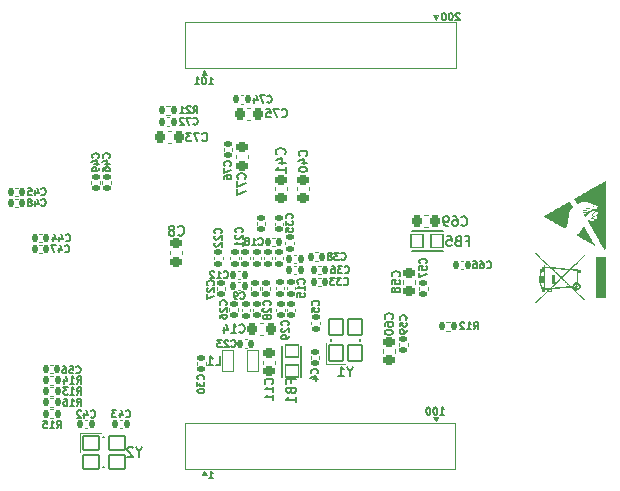
<source format=gbo>
%TF.GenerationSoftware,KiCad,Pcbnew,9.0.6-9.0.6~ubuntu24.04.1*%
%TF.CreationDate,2025-11-11T19:07:05+01:00*%
%TF.ProjectId,BB3plus CM5 STM32H7 module,42423370-6c75-4732-9043-4d352053544d,r1B1*%
%TF.SameCoordinates,Original*%
%TF.FileFunction,Legend,Bot*%
%TF.FilePolarity,Positive*%
%FSLAX46Y46*%
G04 Gerber Fmt 4.6, Leading zero omitted, Abs format (unit mm)*
G04 Created by KiCad (PCBNEW 9.0.6-9.0.6~ubuntu24.04.1) date 2025-11-11 19:07:05*
%MOMM*%
%LPD*%
G01*
G04 APERTURE LIST*
G04 Aperture macros list*
%AMRoundRect*
0 Rectangle with rounded corners*
0 $1 Rounding radius*
0 $2 $3 $4 $5 $6 $7 $8 $9 X,Y pos of 4 corners*
0 Add a 4 corners polygon primitive as box body*
4,1,4,$2,$3,$4,$5,$6,$7,$8,$9,$2,$3,0*
0 Add four circle primitives for the rounded corners*
1,1,$1+$1,$2,$3*
1,1,$1+$1,$4,$5*
1,1,$1+$1,$6,$7*
1,1,$1+$1,$8,$9*
0 Add four rect primitives between the rounded corners*
20,1,$1+$1,$2,$3,$4,$5,0*
20,1,$1+$1,$4,$5,$6,$7,0*
20,1,$1+$1,$6,$7,$8,$9,0*
20,1,$1+$1,$8,$9,$2,$3,0*%
G04 Aperture macros list end*
%ADD10C,0.050800*%
%ADD11C,0.152400*%
%ADD12C,0.120000*%
%ADD13C,0.100000*%
%ADD14C,0.127000*%
%ADD15C,0.000000*%
%ADD16C,2.387600*%
%ADD17C,0.990600*%
%ADD18C,6.100000*%
%ADD19R,0.200000X0.700000*%
%ADD20RoundRect,0.140000X-0.170000X0.140000X-0.170000X-0.140000X0.170000X-0.140000X0.170000X0.140000X0*%
%ADD21RoundRect,0.102000X-0.700000X0.600000X-0.700000X-0.600000X0.700000X-0.600000X0.700000X0.600000X0*%
%ADD22RoundRect,0.140000X0.170000X-0.140000X0.170000X0.140000X-0.170000X0.140000X-0.170000X-0.140000X0*%
%ADD23RoundRect,0.140000X0.140000X0.170000X-0.140000X0.170000X-0.140000X-0.170000X0.140000X-0.170000X0*%
%ADD24RoundRect,0.225000X-0.225000X-0.250000X0.225000X-0.250000X0.225000X0.250000X-0.225000X0.250000X0*%
%ADD25RoundRect,0.140000X-0.140000X-0.170000X0.140000X-0.170000X0.140000X0.170000X-0.140000X0.170000X0*%
%ADD26RoundRect,0.225000X0.250000X-0.225000X0.250000X0.225000X-0.250000X0.225000X-0.250000X-0.225000X0*%
%ADD27RoundRect,0.225000X0.225000X0.250000X-0.225000X0.250000X-0.225000X-0.250000X0.225000X-0.250000X0*%
%ADD28RoundRect,0.225000X-0.250000X0.225000X-0.250000X-0.225000X0.250000X-0.225000X0.250000X0.225000X0*%
%ADD29RoundRect,0.135000X0.135000X0.185000X-0.135000X0.185000X-0.135000X-0.185000X0.135000X-0.185000X0*%
%ADD30RoundRect,0.057252X0.506248X0.556248X-0.506248X0.556248X-0.506248X-0.556248X0.506248X-0.556248X0*%
%ADD31RoundRect,0.048381X-0.459619X-0.891419X0.459619X-0.891419X0.459619X0.891419X-0.459619X0.891419X0*%
%ADD32RoundRect,0.102000X-0.600000X-0.700000X0.600000X-0.700000X0.600000X0.700000X-0.600000X0.700000X0*%
%ADD33RoundRect,0.135000X-0.135000X-0.185000X0.135000X-0.185000X0.135000X0.185000X-0.135000X0.185000X0*%
%ADD34RoundRect,0.057252X-0.556248X0.506248X-0.556248X-0.506248X0.556248X-0.506248X0.556248X0.506248X0*%
G04 APERTURE END LIST*
D10*
X114510000Y-77750000D02*
X114100000Y-77750000D01*
X114303739Y-77371976D01*
X114510000Y-77750000D01*
G36*
X114510000Y-77750000D02*
G01*
X114100000Y-77750000D01*
X114303739Y-77371976D01*
X114510000Y-77750000D01*
G37*
X114507049Y-111670000D02*
X114097049Y-111670000D01*
X114300788Y-111291976D01*
X114507049Y-111670000D01*
G36*
X114507049Y-111670000D02*
G01*
X114097049Y-111670000D01*
X114300788Y-111291976D01*
X114507049Y-111670000D01*
G37*
X133896261Y-73078024D02*
X133690000Y-72700000D01*
X134100000Y-72700000D01*
X133896261Y-73078024D01*
G36*
X133896261Y-73078024D02*
G01*
X133690000Y-72700000D01*
X134100000Y-72700000D01*
X133896261Y-73078024D01*
G37*
X133896261Y-107078024D02*
X133690000Y-106700000D01*
X134100000Y-106700000D01*
X133896261Y-107078024D01*
G36*
X133896261Y-107078024D02*
G01*
X133690000Y-106700000D01*
X134100000Y-106700000D01*
X133896261Y-107078024D01*
G37*
D11*
X134265279Y-106517471D02*
X134613622Y-106517471D01*
X134439451Y-106517471D02*
X134439451Y-105907871D01*
X134439451Y-105907871D02*
X134497508Y-105994957D01*
X134497508Y-105994957D02*
X134555565Y-106053014D01*
X134555565Y-106053014D02*
X134613622Y-106082043D01*
X133887908Y-105907871D02*
X133829851Y-105907871D01*
X133829851Y-105907871D02*
X133771794Y-105936900D01*
X133771794Y-105936900D02*
X133742766Y-105965928D01*
X133742766Y-105965928D02*
X133713737Y-106023985D01*
X133713737Y-106023985D02*
X133684708Y-106140100D01*
X133684708Y-106140100D02*
X133684708Y-106285243D01*
X133684708Y-106285243D02*
X133713737Y-106401357D01*
X133713737Y-106401357D02*
X133742766Y-106459414D01*
X133742766Y-106459414D02*
X133771794Y-106488443D01*
X133771794Y-106488443D02*
X133829851Y-106517471D01*
X133829851Y-106517471D02*
X133887908Y-106517471D01*
X133887908Y-106517471D02*
X133945966Y-106488443D01*
X133945966Y-106488443D02*
X133974994Y-106459414D01*
X133974994Y-106459414D02*
X134004023Y-106401357D01*
X134004023Y-106401357D02*
X134033051Y-106285243D01*
X134033051Y-106285243D02*
X134033051Y-106140100D01*
X134033051Y-106140100D02*
X134004023Y-106023985D01*
X134004023Y-106023985D02*
X133974994Y-105965928D01*
X133974994Y-105965928D02*
X133945966Y-105936900D01*
X133945966Y-105936900D02*
X133887908Y-105907871D01*
X133307337Y-105907871D02*
X133249280Y-105907871D01*
X133249280Y-105907871D02*
X133191223Y-105936900D01*
X133191223Y-105936900D02*
X133162195Y-105965928D01*
X133162195Y-105965928D02*
X133133166Y-106023985D01*
X133133166Y-106023985D02*
X133104137Y-106140100D01*
X133104137Y-106140100D02*
X133104137Y-106285243D01*
X133104137Y-106285243D02*
X133133166Y-106401357D01*
X133133166Y-106401357D02*
X133162195Y-106459414D01*
X133162195Y-106459414D02*
X133191223Y-106488443D01*
X133191223Y-106488443D02*
X133249280Y-106517471D01*
X133249280Y-106517471D02*
X133307337Y-106517471D01*
X133307337Y-106517471D02*
X133365395Y-106488443D01*
X133365395Y-106488443D02*
X133394423Y-106459414D01*
X133394423Y-106459414D02*
X133423452Y-106401357D01*
X133423452Y-106401357D02*
X133452480Y-106285243D01*
X133452480Y-106285243D02*
X133452480Y-106140100D01*
X133452480Y-106140100D02*
X133423452Y-106023985D01*
X133423452Y-106023985D02*
X133394423Y-105965928D01*
X133394423Y-105965928D02*
X133365395Y-105936900D01*
X133365395Y-105936900D02*
X133307337Y-105907871D01*
X135923622Y-72555928D02*
X135894594Y-72526900D01*
X135894594Y-72526900D02*
X135836537Y-72497871D01*
X135836537Y-72497871D02*
X135691394Y-72497871D01*
X135691394Y-72497871D02*
X135633337Y-72526900D01*
X135633337Y-72526900D02*
X135604308Y-72555928D01*
X135604308Y-72555928D02*
X135575279Y-72613985D01*
X135575279Y-72613985D02*
X135575279Y-72672043D01*
X135575279Y-72672043D02*
X135604308Y-72759128D01*
X135604308Y-72759128D02*
X135952651Y-73107471D01*
X135952651Y-73107471D02*
X135575279Y-73107471D01*
X135197908Y-72497871D02*
X135139851Y-72497871D01*
X135139851Y-72497871D02*
X135081794Y-72526900D01*
X135081794Y-72526900D02*
X135052766Y-72555928D01*
X135052766Y-72555928D02*
X135023737Y-72613985D01*
X135023737Y-72613985D02*
X134994708Y-72730100D01*
X134994708Y-72730100D02*
X134994708Y-72875243D01*
X134994708Y-72875243D02*
X135023737Y-72991357D01*
X135023737Y-72991357D02*
X135052766Y-73049414D01*
X135052766Y-73049414D02*
X135081794Y-73078443D01*
X135081794Y-73078443D02*
X135139851Y-73107471D01*
X135139851Y-73107471D02*
X135197908Y-73107471D01*
X135197908Y-73107471D02*
X135255966Y-73078443D01*
X135255966Y-73078443D02*
X135284994Y-73049414D01*
X135284994Y-73049414D02*
X135314023Y-72991357D01*
X135314023Y-72991357D02*
X135343051Y-72875243D01*
X135343051Y-72875243D02*
X135343051Y-72730100D01*
X135343051Y-72730100D02*
X135314023Y-72613985D01*
X135314023Y-72613985D02*
X135284994Y-72555928D01*
X135284994Y-72555928D02*
X135255966Y-72526900D01*
X135255966Y-72526900D02*
X135197908Y-72497871D01*
X134617337Y-72497871D02*
X134559280Y-72497871D01*
X134559280Y-72497871D02*
X134501223Y-72526900D01*
X134501223Y-72526900D02*
X134472195Y-72555928D01*
X134472195Y-72555928D02*
X134443166Y-72613985D01*
X134443166Y-72613985D02*
X134414137Y-72730100D01*
X134414137Y-72730100D02*
X134414137Y-72875243D01*
X134414137Y-72875243D02*
X134443166Y-72991357D01*
X134443166Y-72991357D02*
X134472195Y-73049414D01*
X134472195Y-73049414D02*
X134501223Y-73078443D01*
X134501223Y-73078443D02*
X134559280Y-73107471D01*
X134559280Y-73107471D02*
X134617337Y-73107471D01*
X134617337Y-73107471D02*
X134675395Y-73078443D01*
X134675395Y-73078443D02*
X134704423Y-73049414D01*
X134704423Y-73049414D02*
X134733452Y-72991357D01*
X134733452Y-72991357D02*
X134762480Y-72875243D01*
X134762480Y-72875243D02*
X134762480Y-72730100D01*
X134762480Y-72730100D02*
X134733452Y-72613985D01*
X134733452Y-72613985D02*
X134704423Y-72555928D01*
X134704423Y-72555928D02*
X134675395Y-72526900D01*
X134675395Y-72526900D02*
X134617337Y-72497871D01*
X114675279Y-78527471D02*
X115023622Y-78527471D01*
X114849451Y-78527471D02*
X114849451Y-77917871D01*
X114849451Y-77917871D02*
X114907508Y-78004957D01*
X114907508Y-78004957D02*
X114965565Y-78063014D01*
X114965565Y-78063014D02*
X115023622Y-78092043D01*
X114297908Y-77917871D02*
X114239851Y-77917871D01*
X114239851Y-77917871D02*
X114181794Y-77946900D01*
X114181794Y-77946900D02*
X114152766Y-77975928D01*
X114152766Y-77975928D02*
X114123737Y-78033985D01*
X114123737Y-78033985D02*
X114094708Y-78150100D01*
X114094708Y-78150100D02*
X114094708Y-78295243D01*
X114094708Y-78295243D02*
X114123737Y-78411357D01*
X114123737Y-78411357D02*
X114152766Y-78469414D01*
X114152766Y-78469414D02*
X114181794Y-78498443D01*
X114181794Y-78498443D02*
X114239851Y-78527471D01*
X114239851Y-78527471D02*
X114297908Y-78527471D01*
X114297908Y-78527471D02*
X114355966Y-78498443D01*
X114355966Y-78498443D02*
X114384994Y-78469414D01*
X114384994Y-78469414D02*
X114414023Y-78411357D01*
X114414023Y-78411357D02*
X114443051Y-78295243D01*
X114443051Y-78295243D02*
X114443051Y-78150100D01*
X114443051Y-78150100D02*
X114414023Y-78033985D01*
X114414023Y-78033985D02*
X114384994Y-77975928D01*
X114384994Y-77975928D02*
X114355966Y-77946900D01*
X114355966Y-77946900D02*
X114297908Y-77917871D01*
X113514137Y-78527471D02*
X113862480Y-78527471D01*
X113688309Y-78527471D02*
X113688309Y-77917871D01*
X113688309Y-77917871D02*
X113746366Y-78004957D01*
X113746366Y-78004957D02*
X113804423Y-78063014D01*
X113804423Y-78063014D02*
X113862480Y-78092043D01*
X114666376Y-111917471D02*
X115014719Y-111917471D01*
X114840548Y-111917471D02*
X114840548Y-111307871D01*
X114840548Y-111307871D02*
X114898605Y-111394957D01*
X114898605Y-111394957D02*
X114956662Y-111453014D01*
X114956662Y-111453014D02*
X115014719Y-111482043D01*
X108757747Y-109681044D02*
X108757747Y-110068091D01*
X109028680Y-109255291D02*
X108757747Y-109681044D01*
X108757747Y-109681044D02*
X108486813Y-109255291D01*
X108254584Y-109332701D02*
X108215880Y-109293996D01*
X108215880Y-109293996D02*
X108138470Y-109255291D01*
X108138470Y-109255291D02*
X107944946Y-109255291D01*
X107944946Y-109255291D02*
X107867537Y-109293996D01*
X107867537Y-109293996D02*
X107828832Y-109332701D01*
X107828832Y-109332701D02*
X107790127Y-109410110D01*
X107790127Y-109410110D02*
X107790127Y-109487520D01*
X107790127Y-109487520D02*
X107828832Y-109603634D01*
X107828832Y-109603634D02*
X108293289Y-110068091D01*
X108293289Y-110068091D02*
X107790127Y-110068091D01*
X105336030Y-84768114D02*
X105365059Y-84739086D01*
X105365059Y-84739086D02*
X105394087Y-84652000D01*
X105394087Y-84652000D02*
X105394087Y-84593943D01*
X105394087Y-84593943D02*
X105365059Y-84506857D01*
X105365059Y-84506857D02*
X105307001Y-84448800D01*
X105307001Y-84448800D02*
X105248944Y-84419771D01*
X105248944Y-84419771D02*
X105132830Y-84390743D01*
X105132830Y-84390743D02*
X105045744Y-84390743D01*
X105045744Y-84390743D02*
X104929630Y-84419771D01*
X104929630Y-84419771D02*
X104871573Y-84448800D01*
X104871573Y-84448800D02*
X104813516Y-84506857D01*
X104813516Y-84506857D02*
X104784487Y-84593943D01*
X104784487Y-84593943D02*
X104784487Y-84652000D01*
X104784487Y-84652000D02*
X104813516Y-84739086D01*
X104813516Y-84739086D02*
X104842544Y-84768114D01*
X104987687Y-85290629D02*
X105394087Y-85290629D01*
X104755459Y-85145486D02*
X105190887Y-85000343D01*
X105190887Y-85000343D02*
X105190887Y-85377714D01*
X105394087Y-85638971D02*
X105394087Y-85755085D01*
X105394087Y-85755085D02*
X105365059Y-85813142D01*
X105365059Y-85813142D02*
X105336030Y-85842171D01*
X105336030Y-85842171D02*
X105248944Y-85900228D01*
X105248944Y-85900228D02*
X105132830Y-85929257D01*
X105132830Y-85929257D02*
X104900601Y-85929257D01*
X104900601Y-85929257D02*
X104842544Y-85900228D01*
X104842544Y-85900228D02*
X104813516Y-85871200D01*
X104813516Y-85871200D02*
X104784487Y-85813142D01*
X104784487Y-85813142D02*
X104784487Y-85697028D01*
X104784487Y-85697028D02*
X104813516Y-85638971D01*
X104813516Y-85638971D02*
X104842544Y-85609942D01*
X104842544Y-85609942D02*
X104900601Y-85580914D01*
X104900601Y-85580914D02*
X105045744Y-85580914D01*
X105045744Y-85580914D02*
X105103801Y-85609942D01*
X105103801Y-85609942D02*
X105132830Y-85638971D01*
X105132830Y-85638971D02*
X105161859Y-85697028D01*
X105161859Y-85697028D02*
X105161859Y-85813142D01*
X105161859Y-85813142D02*
X105132830Y-85871200D01*
X105132830Y-85871200D02*
X105103801Y-85900228D01*
X105103801Y-85900228D02*
X105045744Y-85929257D01*
X102565751Y-91796030D02*
X102594779Y-91825059D01*
X102594779Y-91825059D02*
X102681865Y-91854087D01*
X102681865Y-91854087D02*
X102739922Y-91854087D01*
X102739922Y-91854087D02*
X102827008Y-91825059D01*
X102827008Y-91825059D02*
X102885065Y-91767001D01*
X102885065Y-91767001D02*
X102914094Y-91708944D01*
X102914094Y-91708944D02*
X102943122Y-91592830D01*
X102943122Y-91592830D02*
X102943122Y-91505744D01*
X102943122Y-91505744D02*
X102914094Y-91389630D01*
X102914094Y-91389630D02*
X102885065Y-91331573D01*
X102885065Y-91331573D02*
X102827008Y-91273516D01*
X102827008Y-91273516D02*
X102739922Y-91244487D01*
X102739922Y-91244487D02*
X102681865Y-91244487D01*
X102681865Y-91244487D02*
X102594779Y-91273516D01*
X102594779Y-91273516D02*
X102565751Y-91302544D01*
X102043237Y-91447687D02*
X102043237Y-91854087D01*
X102188379Y-91215459D02*
X102333522Y-91650887D01*
X102333522Y-91650887D02*
X101956151Y-91650887D01*
X101462666Y-91447687D02*
X101462666Y-91854087D01*
X101607808Y-91215459D02*
X101752951Y-91650887D01*
X101752951Y-91650887D02*
X101375580Y-91650887D01*
X116581885Y-100739042D02*
X116610913Y-100768071D01*
X116610913Y-100768071D02*
X116697999Y-100797099D01*
X116697999Y-100797099D02*
X116756056Y-100797099D01*
X116756056Y-100797099D02*
X116843142Y-100768071D01*
X116843142Y-100768071D02*
X116901199Y-100710013D01*
X116901199Y-100710013D02*
X116930228Y-100651956D01*
X116930228Y-100651956D02*
X116959256Y-100535842D01*
X116959256Y-100535842D02*
X116959256Y-100448756D01*
X116959256Y-100448756D02*
X116930228Y-100332642D01*
X116930228Y-100332642D02*
X116901199Y-100274585D01*
X116901199Y-100274585D02*
X116843142Y-100216528D01*
X116843142Y-100216528D02*
X116756056Y-100187499D01*
X116756056Y-100187499D02*
X116697999Y-100187499D01*
X116697999Y-100187499D02*
X116610913Y-100216528D01*
X116610913Y-100216528D02*
X116581885Y-100245556D01*
X116349656Y-100245556D02*
X116320628Y-100216528D01*
X116320628Y-100216528D02*
X116262571Y-100187499D01*
X116262571Y-100187499D02*
X116117428Y-100187499D01*
X116117428Y-100187499D02*
X116059371Y-100216528D01*
X116059371Y-100216528D02*
X116030342Y-100245556D01*
X116030342Y-100245556D02*
X116001313Y-100303613D01*
X116001313Y-100303613D02*
X116001313Y-100361671D01*
X116001313Y-100361671D02*
X116030342Y-100448756D01*
X116030342Y-100448756D02*
X116378685Y-100797099D01*
X116378685Y-100797099D02*
X116001313Y-100797099D01*
X115798114Y-100187499D02*
X115420742Y-100187499D01*
X115420742Y-100187499D02*
X115623942Y-100419728D01*
X115623942Y-100419728D02*
X115536857Y-100419728D01*
X115536857Y-100419728D02*
X115478800Y-100448756D01*
X115478800Y-100448756D02*
X115449771Y-100477785D01*
X115449771Y-100477785D02*
X115420742Y-100535842D01*
X115420742Y-100535842D02*
X115420742Y-100680985D01*
X115420742Y-100680985D02*
X115449771Y-100739042D01*
X115449771Y-100739042D02*
X115478800Y-100768071D01*
X115478800Y-100768071D02*
X115536857Y-100797099D01*
X115536857Y-100797099D02*
X115711028Y-100797099D01*
X115711028Y-100797099D02*
X115769085Y-100768071D01*
X115769085Y-100768071D02*
X115798114Y-100739042D01*
X136072514Y-90460682D02*
X136111218Y-90499387D01*
X136111218Y-90499387D02*
X136227333Y-90538091D01*
X136227333Y-90538091D02*
X136304742Y-90538091D01*
X136304742Y-90538091D02*
X136420856Y-90499387D01*
X136420856Y-90499387D02*
X136498266Y-90421977D01*
X136498266Y-90421977D02*
X136536971Y-90344567D01*
X136536971Y-90344567D02*
X136575675Y-90189748D01*
X136575675Y-90189748D02*
X136575675Y-90073634D01*
X136575675Y-90073634D02*
X136536971Y-89918815D01*
X136536971Y-89918815D02*
X136498266Y-89841406D01*
X136498266Y-89841406D02*
X136420856Y-89763996D01*
X136420856Y-89763996D02*
X136304742Y-89725291D01*
X136304742Y-89725291D02*
X136227333Y-89725291D01*
X136227333Y-89725291D02*
X136111218Y-89763996D01*
X136111218Y-89763996D02*
X136072514Y-89802701D01*
X135375828Y-89725291D02*
X135530647Y-89725291D01*
X135530647Y-89725291D02*
X135608056Y-89763996D01*
X135608056Y-89763996D02*
X135646761Y-89802701D01*
X135646761Y-89802701D02*
X135724171Y-89918815D01*
X135724171Y-89918815D02*
X135762875Y-90073634D01*
X135762875Y-90073634D02*
X135762875Y-90383272D01*
X135762875Y-90383272D02*
X135724171Y-90460682D01*
X135724171Y-90460682D02*
X135685466Y-90499387D01*
X135685466Y-90499387D02*
X135608056Y-90538091D01*
X135608056Y-90538091D02*
X135453237Y-90538091D01*
X135453237Y-90538091D02*
X135375828Y-90499387D01*
X135375828Y-90499387D02*
X135337123Y-90460682D01*
X135337123Y-90460682D02*
X135298418Y-90383272D01*
X135298418Y-90383272D02*
X135298418Y-90189748D01*
X135298418Y-90189748D02*
X135337123Y-90112339D01*
X135337123Y-90112339D02*
X135375828Y-90073634D01*
X135375828Y-90073634D02*
X135453237Y-90034929D01*
X135453237Y-90034929D02*
X135608056Y-90034929D01*
X135608056Y-90034929D02*
X135685466Y-90073634D01*
X135685466Y-90073634D02*
X135724171Y-90112339D01*
X135724171Y-90112339D02*
X135762875Y-90189748D01*
X134911371Y-90538091D02*
X134756552Y-90538091D01*
X134756552Y-90538091D02*
X134679142Y-90499387D01*
X134679142Y-90499387D02*
X134640438Y-90460682D01*
X134640438Y-90460682D02*
X134563028Y-90344567D01*
X134563028Y-90344567D02*
X134524323Y-90189748D01*
X134524323Y-90189748D02*
X134524323Y-89880110D01*
X134524323Y-89880110D02*
X134563028Y-89802701D01*
X134563028Y-89802701D02*
X134601733Y-89763996D01*
X134601733Y-89763996D02*
X134679142Y-89725291D01*
X134679142Y-89725291D02*
X134833961Y-89725291D01*
X134833961Y-89725291D02*
X134911371Y-89763996D01*
X134911371Y-89763996D02*
X134950076Y-89802701D01*
X134950076Y-89802701D02*
X134988780Y-89880110D01*
X134988780Y-89880110D02*
X134988780Y-90073634D01*
X134988780Y-90073634D02*
X134950076Y-90151044D01*
X134950076Y-90151044D02*
X134911371Y-90189748D01*
X134911371Y-90189748D02*
X134833961Y-90228453D01*
X134833961Y-90228453D02*
X134679142Y-90228453D01*
X134679142Y-90228453D02*
X134601733Y-90189748D01*
X134601733Y-90189748D02*
X134563028Y-90151044D01*
X134563028Y-90151044D02*
X134524323Y-90073634D01*
X119641885Y-80046030D02*
X119670913Y-80075059D01*
X119670913Y-80075059D02*
X119757999Y-80104087D01*
X119757999Y-80104087D02*
X119816056Y-80104087D01*
X119816056Y-80104087D02*
X119903142Y-80075059D01*
X119903142Y-80075059D02*
X119961199Y-80017001D01*
X119961199Y-80017001D02*
X119990228Y-79958944D01*
X119990228Y-79958944D02*
X120019256Y-79842830D01*
X120019256Y-79842830D02*
X120019256Y-79755744D01*
X120019256Y-79755744D02*
X119990228Y-79639630D01*
X119990228Y-79639630D02*
X119961199Y-79581573D01*
X119961199Y-79581573D02*
X119903142Y-79523516D01*
X119903142Y-79523516D02*
X119816056Y-79494487D01*
X119816056Y-79494487D02*
X119757999Y-79494487D01*
X119757999Y-79494487D02*
X119670913Y-79523516D01*
X119670913Y-79523516D02*
X119641885Y-79552544D01*
X119438685Y-79494487D02*
X119032285Y-79494487D01*
X119032285Y-79494487D02*
X119293542Y-80104087D01*
X118538800Y-79697687D02*
X118538800Y-80104087D01*
X118683942Y-79465459D02*
X118829085Y-79900887D01*
X118829085Y-79900887D02*
X118451714Y-79900887D01*
X102495751Y-92726030D02*
X102524779Y-92755059D01*
X102524779Y-92755059D02*
X102611865Y-92784087D01*
X102611865Y-92784087D02*
X102669922Y-92784087D01*
X102669922Y-92784087D02*
X102757008Y-92755059D01*
X102757008Y-92755059D02*
X102815065Y-92697001D01*
X102815065Y-92697001D02*
X102844094Y-92638944D01*
X102844094Y-92638944D02*
X102873122Y-92522830D01*
X102873122Y-92522830D02*
X102873122Y-92435744D01*
X102873122Y-92435744D02*
X102844094Y-92319630D01*
X102844094Y-92319630D02*
X102815065Y-92261573D01*
X102815065Y-92261573D02*
X102757008Y-92203516D01*
X102757008Y-92203516D02*
X102669922Y-92174487D01*
X102669922Y-92174487D02*
X102611865Y-92174487D01*
X102611865Y-92174487D02*
X102524779Y-92203516D01*
X102524779Y-92203516D02*
X102495751Y-92232544D01*
X101973237Y-92377687D02*
X101973237Y-92784087D01*
X102118379Y-92145459D02*
X102263522Y-92580887D01*
X102263522Y-92580887D02*
X101886151Y-92580887D01*
X101711980Y-92174487D02*
X101305580Y-92174487D01*
X101305580Y-92174487D02*
X101566837Y-92784087D01*
X107657585Y-106696030D02*
X107686613Y-106725059D01*
X107686613Y-106725059D02*
X107773699Y-106754087D01*
X107773699Y-106754087D02*
X107831756Y-106754087D01*
X107831756Y-106754087D02*
X107918842Y-106725059D01*
X107918842Y-106725059D02*
X107976899Y-106667001D01*
X107976899Y-106667001D02*
X108005928Y-106608944D01*
X108005928Y-106608944D02*
X108034956Y-106492830D01*
X108034956Y-106492830D02*
X108034956Y-106405744D01*
X108034956Y-106405744D02*
X108005928Y-106289630D01*
X108005928Y-106289630D02*
X107976899Y-106231573D01*
X107976899Y-106231573D02*
X107918842Y-106173516D01*
X107918842Y-106173516D02*
X107831756Y-106144487D01*
X107831756Y-106144487D02*
X107773699Y-106144487D01*
X107773699Y-106144487D02*
X107686613Y-106173516D01*
X107686613Y-106173516D02*
X107657585Y-106202544D01*
X107135071Y-106347687D02*
X107135071Y-106754087D01*
X107280213Y-106115459D02*
X107425356Y-106550887D01*
X107425356Y-106550887D02*
X107047985Y-106550887D01*
X106873814Y-106144487D02*
X106496442Y-106144487D01*
X106496442Y-106144487D02*
X106699642Y-106376716D01*
X106699642Y-106376716D02*
X106612557Y-106376716D01*
X106612557Y-106376716D02*
X106554500Y-106405744D01*
X106554500Y-106405744D02*
X106525471Y-106434773D01*
X106525471Y-106434773D02*
X106496442Y-106492830D01*
X106496442Y-106492830D02*
X106496442Y-106637973D01*
X106496442Y-106637973D02*
X106525471Y-106696030D01*
X106525471Y-106696030D02*
X106554500Y-106725059D01*
X106554500Y-106725059D02*
X106612557Y-106754087D01*
X106612557Y-106754087D02*
X106786728Y-106754087D01*
X106786728Y-106754087D02*
X106844785Y-106725059D01*
X106844785Y-106725059D02*
X106873814Y-106696030D01*
X120063356Y-103912800D02*
X120097223Y-103878933D01*
X120097223Y-103878933D02*
X120131089Y-103777333D01*
X120131089Y-103777333D02*
X120131089Y-103709600D01*
X120131089Y-103709600D02*
X120097223Y-103608000D01*
X120097223Y-103608000D02*
X120029489Y-103540267D01*
X120029489Y-103540267D02*
X119961756Y-103506400D01*
X119961756Y-103506400D02*
X119826289Y-103472533D01*
X119826289Y-103472533D02*
X119724689Y-103472533D01*
X119724689Y-103472533D02*
X119589223Y-103506400D01*
X119589223Y-103506400D02*
X119521489Y-103540267D01*
X119521489Y-103540267D02*
X119453756Y-103608000D01*
X119453756Y-103608000D02*
X119419889Y-103709600D01*
X119419889Y-103709600D02*
X119419889Y-103777333D01*
X119419889Y-103777333D02*
X119453756Y-103878933D01*
X119453756Y-103878933D02*
X119487623Y-103912800D01*
X120131089Y-104590133D02*
X120131089Y-104183733D01*
X120131089Y-104386933D02*
X119419889Y-104386933D01*
X119419889Y-104386933D02*
X119521489Y-104319200D01*
X119521489Y-104319200D02*
X119589223Y-104251467D01*
X119589223Y-104251467D02*
X119623089Y-104183733D01*
X120131089Y-105267466D02*
X120131089Y-104861066D01*
X120131089Y-105064266D02*
X119419889Y-105064266D01*
X119419889Y-105064266D02*
X119521489Y-104996533D01*
X119521489Y-104996533D02*
X119589223Y-104928800D01*
X119589223Y-104928800D02*
X119623089Y-104861066D01*
X117272199Y-99503356D02*
X117306066Y-99537223D01*
X117306066Y-99537223D02*
X117407666Y-99571089D01*
X117407666Y-99571089D02*
X117475399Y-99571089D01*
X117475399Y-99571089D02*
X117576999Y-99537223D01*
X117576999Y-99537223D02*
X117644733Y-99469489D01*
X117644733Y-99469489D02*
X117678599Y-99401756D01*
X117678599Y-99401756D02*
X117712466Y-99266289D01*
X117712466Y-99266289D02*
X117712466Y-99164689D01*
X117712466Y-99164689D02*
X117678599Y-99029223D01*
X117678599Y-99029223D02*
X117644733Y-98961489D01*
X117644733Y-98961489D02*
X117576999Y-98893756D01*
X117576999Y-98893756D02*
X117475399Y-98859889D01*
X117475399Y-98859889D02*
X117407666Y-98859889D01*
X117407666Y-98859889D02*
X117306066Y-98893756D01*
X117306066Y-98893756D02*
X117272199Y-98927623D01*
X116594866Y-99571089D02*
X117001266Y-99571089D01*
X116798066Y-99571089D02*
X116798066Y-98859889D01*
X116798066Y-98859889D02*
X116865799Y-98961489D01*
X116865799Y-98961489D02*
X116933533Y-99029223D01*
X116933533Y-99029223D02*
X117001266Y-99063089D01*
X115985266Y-99096956D02*
X115985266Y-99571089D01*
X116154600Y-98826023D02*
X116323933Y-99334023D01*
X116323933Y-99334023D02*
X115883666Y-99334023D01*
X126181885Y-94486030D02*
X126210913Y-94515059D01*
X126210913Y-94515059D02*
X126297999Y-94544087D01*
X126297999Y-94544087D02*
X126356056Y-94544087D01*
X126356056Y-94544087D02*
X126443142Y-94515059D01*
X126443142Y-94515059D02*
X126501199Y-94457001D01*
X126501199Y-94457001D02*
X126530228Y-94398944D01*
X126530228Y-94398944D02*
X126559256Y-94282830D01*
X126559256Y-94282830D02*
X126559256Y-94195744D01*
X126559256Y-94195744D02*
X126530228Y-94079630D01*
X126530228Y-94079630D02*
X126501199Y-94021573D01*
X126501199Y-94021573D02*
X126443142Y-93963516D01*
X126443142Y-93963516D02*
X126356056Y-93934487D01*
X126356056Y-93934487D02*
X126297999Y-93934487D01*
X126297999Y-93934487D02*
X126210913Y-93963516D01*
X126210913Y-93963516D02*
X126181885Y-93992544D01*
X125978685Y-93934487D02*
X125601313Y-93934487D01*
X125601313Y-93934487D02*
X125804513Y-94166716D01*
X125804513Y-94166716D02*
X125717428Y-94166716D01*
X125717428Y-94166716D02*
X125659371Y-94195744D01*
X125659371Y-94195744D02*
X125630342Y-94224773D01*
X125630342Y-94224773D02*
X125601313Y-94282830D01*
X125601313Y-94282830D02*
X125601313Y-94427973D01*
X125601313Y-94427973D02*
X125630342Y-94486030D01*
X125630342Y-94486030D02*
X125659371Y-94515059D01*
X125659371Y-94515059D02*
X125717428Y-94544087D01*
X125717428Y-94544087D02*
X125891599Y-94544087D01*
X125891599Y-94544087D02*
X125949656Y-94515059D01*
X125949656Y-94515059D02*
X125978685Y-94486030D01*
X125078800Y-93934487D02*
X125194914Y-93934487D01*
X125194914Y-93934487D02*
X125252971Y-93963516D01*
X125252971Y-93963516D02*
X125282000Y-93992544D01*
X125282000Y-93992544D02*
X125340057Y-94079630D01*
X125340057Y-94079630D02*
X125369085Y-94195744D01*
X125369085Y-94195744D02*
X125369085Y-94427973D01*
X125369085Y-94427973D02*
X125340057Y-94486030D01*
X125340057Y-94486030D02*
X125311028Y-94515059D01*
X125311028Y-94515059D02*
X125252971Y-94544087D01*
X125252971Y-94544087D02*
X125136857Y-94544087D01*
X125136857Y-94544087D02*
X125078800Y-94515059D01*
X125078800Y-94515059D02*
X125049771Y-94486030D01*
X125049771Y-94486030D02*
X125020742Y-94427973D01*
X125020742Y-94427973D02*
X125020742Y-94282830D01*
X125020742Y-94282830D02*
X125049771Y-94224773D01*
X125049771Y-94224773D02*
X125078800Y-94195744D01*
X125078800Y-94195744D02*
X125136857Y-94166716D01*
X125136857Y-94166716D02*
X125252971Y-94166716D01*
X125252971Y-94166716D02*
X125311028Y-94195744D01*
X125311028Y-94195744D02*
X125340057Y-94224773D01*
X125340057Y-94224773D02*
X125369085Y-94282830D01*
X130213356Y-98382800D02*
X130247223Y-98348933D01*
X130247223Y-98348933D02*
X130281089Y-98247333D01*
X130281089Y-98247333D02*
X130281089Y-98179600D01*
X130281089Y-98179600D02*
X130247223Y-98078000D01*
X130247223Y-98078000D02*
X130179489Y-98010267D01*
X130179489Y-98010267D02*
X130111756Y-97976400D01*
X130111756Y-97976400D02*
X129976289Y-97942533D01*
X129976289Y-97942533D02*
X129874689Y-97942533D01*
X129874689Y-97942533D02*
X129739223Y-97976400D01*
X129739223Y-97976400D02*
X129671489Y-98010267D01*
X129671489Y-98010267D02*
X129603756Y-98078000D01*
X129603756Y-98078000D02*
X129569889Y-98179600D01*
X129569889Y-98179600D02*
X129569889Y-98247333D01*
X129569889Y-98247333D02*
X129603756Y-98348933D01*
X129603756Y-98348933D02*
X129637623Y-98382800D01*
X129569889Y-98992400D02*
X129569889Y-98856933D01*
X129569889Y-98856933D02*
X129603756Y-98789200D01*
X129603756Y-98789200D02*
X129637623Y-98755333D01*
X129637623Y-98755333D02*
X129739223Y-98687600D01*
X129739223Y-98687600D02*
X129874689Y-98653733D01*
X129874689Y-98653733D02*
X130145623Y-98653733D01*
X130145623Y-98653733D02*
X130213356Y-98687600D01*
X130213356Y-98687600D02*
X130247223Y-98721467D01*
X130247223Y-98721467D02*
X130281089Y-98789200D01*
X130281089Y-98789200D02*
X130281089Y-98924667D01*
X130281089Y-98924667D02*
X130247223Y-98992400D01*
X130247223Y-98992400D02*
X130213356Y-99026267D01*
X130213356Y-99026267D02*
X130145623Y-99060133D01*
X130145623Y-99060133D02*
X129976289Y-99060133D01*
X129976289Y-99060133D02*
X129908556Y-99026267D01*
X129908556Y-99026267D02*
X129874689Y-98992400D01*
X129874689Y-98992400D02*
X129840823Y-98924667D01*
X129840823Y-98924667D02*
X129840823Y-98789200D01*
X129840823Y-98789200D02*
X129874689Y-98721467D01*
X129874689Y-98721467D02*
X129908556Y-98687600D01*
X129908556Y-98687600D02*
X129976289Y-98653733D01*
X129569889Y-99500400D02*
X129569889Y-99568133D01*
X129569889Y-99568133D02*
X129603756Y-99635866D01*
X129603756Y-99635866D02*
X129637623Y-99669733D01*
X129637623Y-99669733D02*
X129705356Y-99703600D01*
X129705356Y-99703600D02*
X129840823Y-99737466D01*
X129840823Y-99737466D02*
X130010156Y-99737466D01*
X130010156Y-99737466D02*
X130145623Y-99703600D01*
X130145623Y-99703600D02*
X130213356Y-99669733D01*
X130213356Y-99669733D02*
X130247223Y-99635866D01*
X130247223Y-99635866D02*
X130281089Y-99568133D01*
X130281089Y-99568133D02*
X130281089Y-99500400D01*
X130281089Y-99500400D02*
X130247223Y-99432666D01*
X130247223Y-99432666D02*
X130213356Y-99398800D01*
X130213356Y-99398800D02*
X130145623Y-99364933D01*
X130145623Y-99364933D02*
X130010156Y-99331066D01*
X130010156Y-99331066D02*
X129840823Y-99331066D01*
X129840823Y-99331066D02*
X129705356Y-99364933D01*
X129705356Y-99364933D02*
X129637623Y-99398800D01*
X129637623Y-99398800D02*
X129603756Y-99432666D01*
X129603756Y-99432666D02*
X129569889Y-99500400D01*
X137111885Y-99304087D02*
X137315085Y-99013801D01*
X137460228Y-99304087D02*
X137460228Y-98694487D01*
X137460228Y-98694487D02*
X137227999Y-98694487D01*
X137227999Y-98694487D02*
X137169942Y-98723516D01*
X137169942Y-98723516D02*
X137140913Y-98752544D01*
X137140913Y-98752544D02*
X137111885Y-98810601D01*
X137111885Y-98810601D02*
X137111885Y-98897687D01*
X137111885Y-98897687D02*
X137140913Y-98955744D01*
X137140913Y-98955744D02*
X137169942Y-98984773D01*
X137169942Y-98984773D02*
X137227999Y-99013801D01*
X137227999Y-99013801D02*
X137460228Y-99013801D01*
X136531313Y-99304087D02*
X136879656Y-99304087D01*
X136705485Y-99304087D02*
X136705485Y-98694487D01*
X136705485Y-98694487D02*
X136763542Y-98781573D01*
X136763542Y-98781573D02*
X136821599Y-98839630D01*
X136821599Y-98839630D02*
X136879656Y-98868659D01*
X136299085Y-98752544D02*
X136270057Y-98723516D01*
X136270057Y-98723516D02*
X136212000Y-98694487D01*
X136212000Y-98694487D02*
X136066857Y-98694487D01*
X136066857Y-98694487D02*
X136008800Y-98723516D01*
X136008800Y-98723516D02*
X135979771Y-98752544D01*
X135979771Y-98752544D02*
X135950742Y-98810601D01*
X135950742Y-98810601D02*
X135950742Y-98868659D01*
X135950742Y-98868659D02*
X135979771Y-98955744D01*
X135979771Y-98955744D02*
X136328114Y-99304087D01*
X136328114Y-99304087D02*
X135950742Y-99304087D01*
X131387430Y-98488114D02*
X131416459Y-98459086D01*
X131416459Y-98459086D02*
X131445487Y-98372000D01*
X131445487Y-98372000D02*
X131445487Y-98313943D01*
X131445487Y-98313943D02*
X131416459Y-98226857D01*
X131416459Y-98226857D02*
X131358401Y-98168800D01*
X131358401Y-98168800D02*
X131300344Y-98139771D01*
X131300344Y-98139771D02*
X131184230Y-98110743D01*
X131184230Y-98110743D02*
X131097144Y-98110743D01*
X131097144Y-98110743D02*
X130981030Y-98139771D01*
X130981030Y-98139771D02*
X130922973Y-98168800D01*
X130922973Y-98168800D02*
X130864916Y-98226857D01*
X130864916Y-98226857D02*
X130835887Y-98313943D01*
X130835887Y-98313943D02*
X130835887Y-98372000D01*
X130835887Y-98372000D02*
X130864916Y-98459086D01*
X130864916Y-98459086D02*
X130893944Y-98488114D01*
X130835887Y-99039657D02*
X130835887Y-98749371D01*
X130835887Y-98749371D02*
X131126173Y-98720343D01*
X131126173Y-98720343D02*
X131097144Y-98749371D01*
X131097144Y-98749371D02*
X131068116Y-98807429D01*
X131068116Y-98807429D02*
X131068116Y-98952571D01*
X131068116Y-98952571D02*
X131097144Y-99010629D01*
X131097144Y-99010629D02*
X131126173Y-99039657D01*
X131126173Y-99039657D02*
X131184230Y-99068686D01*
X131184230Y-99068686D02*
X131329373Y-99068686D01*
X131329373Y-99068686D02*
X131387430Y-99039657D01*
X131387430Y-99039657D02*
X131416459Y-99010629D01*
X131416459Y-99010629D02*
X131445487Y-98952571D01*
X131445487Y-98952571D02*
X131445487Y-98807429D01*
X131445487Y-98807429D02*
X131416459Y-98749371D01*
X131416459Y-98749371D02*
X131387430Y-98720343D01*
X131445487Y-99358971D02*
X131445487Y-99475085D01*
X131445487Y-99475085D02*
X131416459Y-99533142D01*
X131416459Y-99533142D02*
X131387430Y-99562171D01*
X131387430Y-99562171D02*
X131300344Y-99620228D01*
X131300344Y-99620228D02*
X131184230Y-99649257D01*
X131184230Y-99649257D02*
X130952001Y-99649257D01*
X130952001Y-99649257D02*
X130893944Y-99620228D01*
X130893944Y-99620228D02*
X130864916Y-99591200D01*
X130864916Y-99591200D02*
X130835887Y-99533142D01*
X130835887Y-99533142D02*
X130835887Y-99417028D01*
X130835887Y-99417028D02*
X130864916Y-99358971D01*
X130864916Y-99358971D02*
X130893944Y-99329942D01*
X130893944Y-99329942D02*
X130952001Y-99300914D01*
X130952001Y-99300914D02*
X131097144Y-99300914D01*
X131097144Y-99300914D02*
X131155201Y-99329942D01*
X131155201Y-99329942D02*
X131184230Y-99358971D01*
X131184230Y-99358971D02*
X131213259Y-99417028D01*
X131213259Y-99417028D02*
X131213259Y-99533142D01*
X131213259Y-99533142D02*
X131184230Y-99591200D01*
X131184230Y-99591200D02*
X131155201Y-99620228D01*
X131155201Y-99620228D02*
X131097144Y-99649257D01*
X104681885Y-106716030D02*
X104710913Y-106745059D01*
X104710913Y-106745059D02*
X104797999Y-106774087D01*
X104797999Y-106774087D02*
X104856056Y-106774087D01*
X104856056Y-106774087D02*
X104943142Y-106745059D01*
X104943142Y-106745059D02*
X105001199Y-106687001D01*
X105001199Y-106687001D02*
X105030228Y-106628944D01*
X105030228Y-106628944D02*
X105059256Y-106512830D01*
X105059256Y-106512830D02*
X105059256Y-106425744D01*
X105059256Y-106425744D02*
X105030228Y-106309630D01*
X105030228Y-106309630D02*
X105001199Y-106251573D01*
X105001199Y-106251573D02*
X104943142Y-106193516D01*
X104943142Y-106193516D02*
X104856056Y-106164487D01*
X104856056Y-106164487D02*
X104797999Y-106164487D01*
X104797999Y-106164487D02*
X104710913Y-106193516D01*
X104710913Y-106193516D02*
X104681885Y-106222544D01*
X104159371Y-106367687D02*
X104159371Y-106774087D01*
X104304513Y-106135459D02*
X104449656Y-106570887D01*
X104449656Y-106570887D02*
X104072285Y-106570887D01*
X103869085Y-106222544D02*
X103840057Y-106193516D01*
X103840057Y-106193516D02*
X103782000Y-106164487D01*
X103782000Y-106164487D02*
X103636857Y-106164487D01*
X103636857Y-106164487D02*
X103578800Y-106193516D01*
X103578800Y-106193516D02*
X103549771Y-106222544D01*
X103549771Y-106222544D02*
X103520742Y-106280601D01*
X103520742Y-106280601D02*
X103520742Y-106338659D01*
X103520742Y-106338659D02*
X103549771Y-106425744D01*
X103549771Y-106425744D02*
X103898114Y-106774087D01*
X103898114Y-106774087D02*
X103520742Y-106774087D01*
X112085466Y-91280682D02*
X112124170Y-91319387D01*
X112124170Y-91319387D02*
X112240285Y-91358091D01*
X112240285Y-91358091D02*
X112317694Y-91358091D01*
X112317694Y-91358091D02*
X112433808Y-91319387D01*
X112433808Y-91319387D02*
X112511218Y-91241977D01*
X112511218Y-91241977D02*
X112549923Y-91164567D01*
X112549923Y-91164567D02*
X112588627Y-91009748D01*
X112588627Y-91009748D02*
X112588627Y-90893634D01*
X112588627Y-90893634D02*
X112549923Y-90738815D01*
X112549923Y-90738815D02*
X112511218Y-90661406D01*
X112511218Y-90661406D02*
X112433808Y-90583996D01*
X112433808Y-90583996D02*
X112317694Y-90545291D01*
X112317694Y-90545291D02*
X112240285Y-90545291D01*
X112240285Y-90545291D02*
X112124170Y-90583996D01*
X112124170Y-90583996D02*
X112085466Y-90622701D01*
X111621008Y-90893634D02*
X111698418Y-90854929D01*
X111698418Y-90854929D02*
X111737123Y-90816225D01*
X111737123Y-90816225D02*
X111775827Y-90738815D01*
X111775827Y-90738815D02*
X111775827Y-90700110D01*
X111775827Y-90700110D02*
X111737123Y-90622701D01*
X111737123Y-90622701D02*
X111698418Y-90583996D01*
X111698418Y-90583996D02*
X111621008Y-90545291D01*
X111621008Y-90545291D02*
X111466189Y-90545291D01*
X111466189Y-90545291D02*
X111388780Y-90583996D01*
X111388780Y-90583996D02*
X111350075Y-90622701D01*
X111350075Y-90622701D02*
X111311370Y-90700110D01*
X111311370Y-90700110D02*
X111311370Y-90738815D01*
X111311370Y-90738815D02*
X111350075Y-90816225D01*
X111350075Y-90816225D02*
X111388780Y-90854929D01*
X111388780Y-90854929D02*
X111466189Y-90893634D01*
X111466189Y-90893634D02*
X111621008Y-90893634D01*
X111621008Y-90893634D02*
X111698418Y-90932339D01*
X111698418Y-90932339D02*
X111737123Y-90971044D01*
X111737123Y-90971044D02*
X111775827Y-91048453D01*
X111775827Y-91048453D02*
X111775827Y-91203272D01*
X111775827Y-91203272D02*
X111737123Y-91280682D01*
X111737123Y-91280682D02*
X111698418Y-91319387D01*
X111698418Y-91319387D02*
X111621008Y-91358091D01*
X111621008Y-91358091D02*
X111466189Y-91358091D01*
X111466189Y-91358091D02*
X111388780Y-91319387D01*
X111388780Y-91319387D02*
X111350075Y-91280682D01*
X111350075Y-91280682D02*
X111311370Y-91203272D01*
X111311370Y-91203272D02*
X111311370Y-91048453D01*
X111311370Y-91048453D02*
X111350075Y-90971044D01*
X111350075Y-90971044D02*
X111388780Y-90932339D01*
X111388780Y-90932339D02*
X111466189Y-90893634D01*
X121746030Y-89898114D02*
X121775059Y-89869086D01*
X121775059Y-89869086D02*
X121804087Y-89782000D01*
X121804087Y-89782000D02*
X121804087Y-89723943D01*
X121804087Y-89723943D02*
X121775059Y-89636857D01*
X121775059Y-89636857D02*
X121717001Y-89578800D01*
X121717001Y-89578800D02*
X121658944Y-89549771D01*
X121658944Y-89549771D02*
X121542830Y-89520743D01*
X121542830Y-89520743D02*
X121455744Y-89520743D01*
X121455744Y-89520743D02*
X121339630Y-89549771D01*
X121339630Y-89549771D02*
X121281573Y-89578800D01*
X121281573Y-89578800D02*
X121223516Y-89636857D01*
X121223516Y-89636857D02*
X121194487Y-89723943D01*
X121194487Y-89723943D02*
X121194487Y-89782000D01*
X121194487Y-89782000D02*
X121223516Y-89869086D01*
X121223516Y-89869086D02*
X121252544Y-89898114D01*
X121194487Y-90101314D02*
X121194487Y-90478686D01*
X121194487Y-90478686D02*
X121426716Y-90275486D01*
X121426716Y-90275486D02*
X121426716Y-90362571D01*
X121426716Y-90362571D02*
X121455744Y-90420629D01*
X121455744Y-90420629D02*
X121484773Y-90449657D01*
X121484773Y-90449657D02*
X121542830Y-90478686D01*
X121542830Y-90478686D02*
X121687973Y-90478686D01*
X121687973Y-90478686D02*
X121746030Y-90449657D01*
X121746030Y-90449657D02*
X121775059Y-90420629D01*
X121775059Y-90420629D02*
X121804087Y-90362571D01*
X121804087Y-90362571D02*
X121804087Y-90188400D01*
X121804087Y-90188400D02*
X121775059Y-90130343D01*
X121775059Y-90130343D02*
X121746030Y-90101314D01*
X121194487Y-91030228D02*
X121194487Y-90739942D01*
X121194487Y-90739942D02*
X121484773Y-90710914D01*
X121484773Y-90710914D02*
X121455744Y-90739942D01*
X121455744Y-90739942D02*
X121426716Y-90798000D01*
X121426716Y-90798000D02*
X121426716Y-90943142D01*
X121426716Y-90943142D02*
X121455744Y-91001200D01*
X121455744Y-91001200D02*
X121484773Y-91030228D01*
X121484773Y-91030228D02*
X121542830Y-91059257D01*
X121542830Y-91059257D02*
X121687973Y-91059257D01*
X121687973Y-91059257D02*
X121746030Y-91030228D01*
X121746030Y-91030228D02*
X121775059Y-91001200D01*
X121775059Y-91001200D02*
X121804087Y-90943142D01*
X121804087Y-90943142D02*
X121804087Y-90798000D01*
X121804087Y-90798000D02*
X121775059Y-90739942D01*
X121775059Y-90739942D02*
X121746030Y-90710914D01*
X122736030Y-95418114D02*
X122765059Y-95389086D01*
X122765059Y-95389086D02*
X122794087Y-95302000D01*
X122794087Y-95302000D02*
X122794087Y-95243943D01*
X122794087Y-95243943D02*
X122765059Y-95156857D01*
X122765059Y-95156857D02*
X122707001Y-95098800D01*
X122707001Y-95098800D02*
X122648944Y-95069771D01*
X122648944Y-95069771D02*
X122532830Y-95040743D01*
X122532830Y-95040743D02*
X122445744Y-95040743D01*
X122445744Y-95040743D02*
X122329630Y-95069771D01*
X122329630Y-95069771D02*
X122271573Y-95098800D01*
X122271573Y-95098800D02*
X122213516Y-95156857D01*
X122213516Y-95156857D02*
X122184487Y-95243943D01*
X122184487Y-95243943D02*
X122184487Y-95302000D01*
X122184487Y-95302000D02*
X122213516Y-95389086D01*
X122213516Y-95389086D02*
X122242544Y-95418114D01*
X122794087Y-95998686D02*
X122794087Y-95650343D01*
X122794087Y-95824514D02*
X122184487Y-95824514D01*
X122184487Y-95824514D02*
X122271573Y-95766457D01*
X122271573Y-95766457D02*
X122329630Y-95708400D01*
X122329630Y-95708400D02*
X122358659Y-95650343D01*
X122184487Y-96550228D02*
X122184487Y-96259942D01*
X122184487Y-96259942D02*
X122474773Y-96230914D01*
X122474773Y-96230914D02*
X122445744Y-96259942D01*
X122445744Y-96259942D02*
X122416716Y-96318000D01*
X122416716Y-96318000D02*
X122416716Y-96463142D01*
X122416716Y-96463142D02*
X122445744Y-96521200D01*
X122445744Y-96521200D02*
X122474773Y-96550228D01*
X122474773Y-96550228D02*
X122532830Y-96579257D01*
X122532830Y-96579257D02*
X122677973Y-96579257D01*
X122677973Y-96579257D02*
X122736030Y-96550228D01*
X122736030Y-96550228D02*
X122765059Y-96521200D01*
X122765059Y-96521200D02*
X122794087Y-96463142D01*
X122794087Y-96463142D02*
X122794087Y-96318000D01*
X122794087Y-96318000D02*
X122765059Y-96259942D01*
X122765059Y-96259942D02*
X122736030Y-96230914D01*
X121386030Y-98968114D02*
X121415059Y-98939086D01*
X121415059Y-98939086D02*
X121444087Y-98852000D01*
X121444087Y-98852000D02*
X121444087Y-98793943D01*
X121444087Y-98793943D02*
X121415059Y-98706857D01*
X121415059Y-98706857D02*
X121357001Y-98648800D01*
X121357001Y-98648800D02*
X121298944Y-98619771D01*
X121298944Y-98619771D02*
X121182830Y-98590743D01*
X121182830Y-98590743D02*
X121095744Y-98590743D01*
X121095744Y-98590743D02*
X120979630Y-98619771D01*
X120979630Y-98619771D02*
X120921573Y-98648800D01*
X120921573Y-98648800D02*
X120863516Y-98706857D01*
X120863516Y-98706857D02*
X120834487Y-98793943D01*
X120834487Y-98793943D02*
X120834487Y-98852000D01*
X120834487Y-98852000D02*
X120863516Y-98939086D01*
X120863516Y-98939086D02*
X120892544Y-98968114D01*
X120892544Y-99200343D02*
X120863516Y-99229371D01*
X120863516Y-99229371D02*
X120834487Y-99287429D01*
X120834487Y-99287429D02*
X120834487Y-99432571D01*
X120834487Y-99432571D02*
X120863516Y-99490629D01*
X120863516Y-99490629D02*
X120892544Y-99519657D01*
X120892544Y-99519657D02*
X120950601Y-99548686D01*
X120950601Y-99548686D02*
X121008659Y-99548686D01*
X121008659Y-99548686D02*
X121095744Y-99519657D01*
X121095744Y-99519657D02*
X121444087Y-99171314D01*
X121444087Y-99171314D02*
X121444087Y-99548686D01*
X121444087Y-99838971D02*
X121444087Y-99955085D01*
X121444087Y-99955085D02*
X121415059Y-100013142D01*
X121415059Y-100013142D02*
X121386030Y-100042171D01*
X121386030Y-100042171D02*
X121298944Y-100100228D01*
X121298944Y-100100228D02*
X121182830Y-100129257D01*
X121182830Y-100129257D02*
X120950601Y-100129257D01*
X120950601Y-100129257D02*
X120892544Y-100100228D01*
X120892544Y-100100228D02*
X120863516Y-100071200D01*
X120863516Y-100071200D02*
X120834487Y-100013142D01*
X120834487Y-100013142D02*
X120834487Y-99897028D01*
X120834487Y-99897028D02*
X120863516Y-99838971D01*
X120863516Y-99838971D02*
X120892544Y-99809942D01*
X120892544Y-99809942D02*
X120950601Y-99780914D01*
X120950601Y-99780914D02*
X121095744Y-99780914D01*
X121095744Y-99780914D02*
X121153801Y-99809942D01*
X121153801Y-99809942D02*
X121182830Y-99838971D01*
X121182830Y-99838971D02*
X121211859Y-99897028D01*
X121211859Y-99897028D02*
X121211859Y-100013142D01*
X121211859Y-100013142D02*
X121182830Y-100071200D01*
X121182830Y-100071200D02*
X121153801Y-100100228D01*
X121153801Y-100100228D02*
X121095744Y-100129257D01*
X106256030Y-84768114D02*
X106285059Y-84739086D01*
X106285059Y-84739086D02*
X106314087Y-84652000D01*
X106314087Y-84652000D02*
X106314087Y-84593943D01*
X106314087Y-84593943D02*
X106285059Y-84506857D01*
X106285059Y-84506857D02*
X106227001Y-84448800D01*
X106227001Y-84448800D02*
X106168944Y-84419771D01*
X106168944Y-84419771D02*
X106052830Y-84390743D01*
X106052830Y-84390743D02*
X105965744Y-84390743D01*
X105965744Y-84390743D02*
X105849630Y-84419771D01*
X105849630Y-84419771D02*
X105791573Y-84448800D01*
X105791573Y-84448800D02*
X105733516Y-84506857D01*
X105733516Y-84506857D02*
X105704487Y-84593943D01*
X105704487Y-84593943D02*
X105704487Y-84652000D01*
X105704487Y-84652000D02*
X105733516Y-84739086D01*
X105733516Y-84739086D02*
X105762544Y-84768114D01*
X105907687Y-85290629D02*
X106314087Y-85290629D01*
X105675459Y-85145486D02*
X106110887Y-85000343D01*
X106110887Y-85000343D02*
X106110887Y-85377714D01*
X105704487Y-85871200D02*
X105704487Y-85755085D01*
X105704487Y-85755085D02*
X105733516Y-85697028D01*
X105733516Y-85697028D02*
X105762544Y-85668000D01*
X105762544Y-85668000D02*
X105849630Y-85609942D01*
X105849630Y-85609942D02*
X105965744Y-85580914D01*
X105965744Y-85580914D02*
X106197973Y-85580914D01*
X106197973Y-85580914D02*
X106256030Y-85609942D01*
X106256030Y-85609942D02*
X106285059Y-85638971D01*
X106285059Y-85638971D02*
X106314087Y-85697028D01*
X106314087Y-85697028D02*
X106314087Y-85813142D01*
X106314087Y-85813142D02*
X106285059Y-85871200D01*
X106285059Y-85871200D02*
X106256030Y-85900228D01*
X106256030Y-85900228D02*
X106197973Y-85929257D01*
X106197973Y-85929257D02*
X106052830Y-85929257D01*
X106052830Y-85929257D02*
X105994773Y-85900228D01*
X105994773Y-85900228D02*
X105965744Y-85871200D01*
X105965744Y-85871200D02*
X105936716Y-85813142D01*
X105936716Y-85813142D02*
X105936716Y-85697028D01*
X105936716Y-85697028D02*
X105965744Y-85638971D01*
X105965744Y-85638971D02*
X105994773Y-85609942D01*
X105994773Y-85609942D02*
X106052830Y-85580914D01*
X133065108Y-93713114D02*
X133094137Y-93684086D01*
X133094137Y-93684086D02*
X133123165Y-93597000D01*
X133123165Y-93597000D02*
X133123165Y-93538943D01*
X133123165Y-93538943D02*
X133094137Y-93451857D01*
X133094137Y-93451857D02*
X133036079Y-93393800D01*
X133036079Y-93393800D02*
X132978022Y-93364771D01*
X132978022Y-93364771D02*
X132861908Y-93335743D01*
X132861908Y-93335743D02*
X132774822Y-93335743D01*
X132774822Y-93335743D02*
X132658708Y-93364771D01*
X132658708Y-93364771D02*
X132600651Y-93393800D01*
X132600651Y-93393800D02*
X132542594Y-93451857D01*
X132542594Y-93451857D02*
X132513565Y-93538943D01*
X132513565Y-93538943D02*
X132513565Y-93597000D01*
X132513565Y-93597000D02*
X132542594Y-93684086D01*
X132542594Y-93684086D02*
X132571622Y-93713114D01*
X132513565Y-94264657D02*
X132513565Y-93974371D01*
X132513565Y-93974371D02*
X132803851Y-93945343D01*
X132803851Y-93945343D02*
X132774822Y-93974371D01*
X132774822Y-93974371D02*
X132745794Y-94032429D01*
X132745794Y-94032429D02*
X132745794Y-94177571D01*
X132745794Y-94177571D02*
X132774822Y-94235629D01*
X132774822Y-94235629D02*
X132803851Y-94264657D01*
X132803851Y-94264657D02*
X132861908Y-94293686D01*
X132861908Y-94293686D02*
X133007051Y-94293686D01*
X133007051Y-94293686D02*
X133065108Y-94264657D01*
X133065108Y-94264657D02*
X133094137Y-94235629D01*
X133094137Y-94235629D02*
X133123165Y-94177571D01*
X133123165Y-94177571D02*
X133123165Y-94032429D01*
X133123165Y-94032429D02*
X133094137Y-93974371D01*
X133094137Y-93974371D02*
X133065108Y-93945343D01*
X132513565Y-94496885D02*
X132513565Y-94903285D01*
X132513565Y-94903285D02*
X133123165Y-94642028D01*
X130803356Y-94812800D02*
X130837223Y-94778933D01*
X130837223Y-94778933D02*
X130871089Y-94677333D01*
X130871089Y-94677333D02*
X130871089Y-94609600D01*
X130871089Y-94609600D02*
X130837223Y-94508000D01*
X130837223Y-94508000D02*
X130769489Y-94440267D01*
X130769489Y-94440267D02*
X130701756Y-94406400D01*
X130701756Y-94406400D02*
X130566289Y-94372533D01*
X130566289Y-94372533D02*
X130464689Y-94372533D01*
X130464689Y-94372533D02*
X130329223Y-94406400D01*
X130329223Y-94406400D02*
X130261489Y-94440267D01*
X130261489Y-94440267D02*
X130193756Y-94508000D01*
X130193756Y-94508000D02*
X130159889Y-94609600D01*
X130159889Y-94609600D02*
X130159889Y-94677333D01*
X130159889Y-94677333D02*
X130193756Y-94778933D01*
X130193756Y-94778933D02*
X130227623Y-94812800D01*
X130159889Y-95456267D02*
X130159889Y-95117600D01*
X130159889Y-95117600D02*
X130498556Y-95083733D01*
X130498556Y-95083733D02*
X130464689Y-95117600D01*
X130464689Y-95117600D02*
X130430823Y-95185333D01*
X130430823Y-95185333D02*
X130430823Y-95354667D01*
X130430823Y-95354667D02*
X130464689Y-95422400D01*
X130464689Y-95422400D02*
X130498556Y-95456267D01*
X130498556Y-95456267D02*
X130566289Y-95490133D01*
X130566289Y-95490133D02*
X130735623Y-95490133D01*
X130735623Y-95490133D02*
X130803356Y-95456267D01*
X130803356Y-95456267D02*
X130837223Y-95422400D01*
X130837223Y-95422400D02*
X130871089Y-95354667D01*
X130871089Y-95354667D02*
X130871089Y-95185333D01*
X130871089Y-95185333D02*
X130837223Y-95117600D01*
X130837223Y-95117600D02*
X130803356Y-95083733D01*
X130464689Y-95896533D02*
X130430823Y-95828800D01*
X130430823Y-95828800D02*
X130396956Y-95794933D01*
X130396956Y-95794933D02*
X130329223Y-95761066D01*
X130329223Y-95761066D02*
X130295356Y-95761066D01*
X130295356Y-95761066D02*
X130227623Y-95794933D01*
X130227623Y-95794933D02*
X130193756Y-95828800D01*
X130193756Y-95828800D02*
X130159889Y-95896533D01*
X130159889Y-95896533D02*
X130159889Y-96032000D01*
X130159889Y-96032000D02*
X130193756Y-96099733D01*
X130193756Y-96099733D02*
X130227623Y-96133600D01*
X130227623Y-96133600D02*
X130295356Y-96167466D01*
X130295356Y-96167466D02*
X130329223Y-96167466D01*
X130329223Y-96167466D02*
X130396956Y-96133600D01*
X130396956Y-96133600D02*
X130430823Y-96099733D01*
X130430823Y-96099733D02*
X130464689Y-96032000D01*
X130464689Y-96032000D02*
X130464689Y-95896533D01*
X130464689Y-95896533D02*
X130498556Y-95828800D01*
X130498556Y-95828800D02*
X130532423Y-95794933D01*
X130532423Y-95794933D02*
X130600156Y-95761066D01*
X130600156Y-95761066D02*
X130735623Y-95761066D01*
X130735623Y-95761066D02*
X130803356Y-95794933D01*
X130803356Y-95794933D02*
X130837223Y-95828800D01*
X130837223Y-95828800D02*
X130871089Y-95896533D01*
X130871089Y-95896533D02*
X130871089Y-96032000D01*
X130871089Y-96032000D02*
X130837223Y-96099733D01*
X130837223Y-96099733D02*
X130803356Y-96133600D01*
X130803356Y-96133600D02*
X130735623Y-96167466D01*
X130735623Y-96167466D02*
X130600156Y-96167466D01*
X130600156Y-96167466D02*
X130532423Y-96133600D01*
X130532423Y-96133600D02*
X130498556Y-96099733D01*
X130498556Y-96099733D02*
X130464689Y-96032000D01*
X103531185Y-105774087D02*
X103734385Y-105483801D01*
X103879528Y-105774087D02*
X103879528Y-105164487D01*
X103879528Y-105164487D02*
X103647299Y-105164487D01*
X103647299Y-105164487D02*
X103589242Y-105193516D01*
X103589242Y-105193516D02*
X103560213Y-105222544D01*
X103560213Y-105222544D02*
X103531185Y-105280601D01*
X103531185Y-105280601D02*
X103531185Y-105367687D01*
X103531185Y-105367687D02*
X103560213Y-105425744D01*
X103560213Y-105425744D02*
X103589242Y-105454773D01*
X103589242Y-105454773D02*
X103647299Y-105483801D01*
X103647299Y-105483801D02*
X103879528Y-105483801D01*
X102950613Y-105774087D02*
X103298956Y-105774087D01*
X103124785Y-105774087D02*
X103124785Y-105164487D01*
X103124785Y-105164487D02*
X103182842Y-105251573D01*
X103182842Y-105251573D02*
X103240899Y-105309630D01*
X103240899Y-105309630D02*
X103298956Y-105338659D01*
X102428100Y-105164487D02*
X102544214Y-105164487D01*
X102544214Y-105164487D02*
X102602271Y-105193516D01*
X102602271Y-105193516D02*
X102631300Y-105222544D01*
X102631300Y-105222544D02*
X102689357Y-105309630D01*
X102689357Y-105309630D02*
X102718385Y-105425744D01*
X102718385Y-105425744D02*
X102718385Y-105657973D01*
X102718385Y-105657973D02*
X102689357Y-105716030D01*
X102689357Y-105716030D02*
X102660328Y-105745059D01*
X102660328Y-105745059D02*
X102602271Y-105774087D01*
X102602271Y-105774087D02*
X102486157Y-105774087D01*
X102486157Y-105774087D02*
X102428100Y-105745059D01*
X102428100Y-105745059D02*
X102399071Y-105716030D01*
X102399071Y-105716030D02*
X102370042Y-105657973D01*
X102370042Y-105657973D02*
X102370042Y-105512830D01*
X102370042Y-105512830D02*
X102399071Y-105454773D01*
X102399071Y-105454773D02*
X102428100Y-105425744D01*
X102428100Y-105425744D02*
X102486157Y-105396716D01*
X102486157Y-105396716D02*
X102602271Y-105396716D01*
X102602271Y-105396716D02*
X102660328Y-105425744D01*
X102660328Y-105425744D02*
X102689357Y-105454773D01*
X102689357Y-105454773D02*
X102718385Y-105512830D01*
X117361599Y-96676030D02*
X117390627Y-96705059D01*
X117390627Y-96705059D02*
X117477713Y-96734087D01*
X117477713Y-96734087D02*
X117535770Y-96734087D01*
X117535770Y-96734087D02*
X117622856Y-96705059D01*
X117622856Y-96705059D02*
X117680913Y-96647001D01*
X117680913Y-96647001D02*
X117709942Y-96588944D01*
X117709942Y-96588944D02*
X117738970Y-96472830D01*
X117738970Y-96472830D02*
X117738970Y-96385744D01*
X117738970Y-96385744D02*
X117709942Y-96269630D01*
X117709942Y-96269630D02*
X117680913Y-96211573D01*
X117680913Y-96211573D02*
X117622856Y-96153516D01*
X117622856Y-96153516D02*
X117535770Y-96124487D01*
X117535770Y-96124487D02*
X117477713Y-96124487D01*
X117477713Y-96124487D02*
X117390627Y-96153516D01*
X117390627Y-96153516D02*
X117361599Y-96182544D01*
X117071313Y-96734087D02*
X116955199Y-96734087D01*
X116955199Y-96734087D02*
X116897142Y-96705059D01*
X116897142Y-96705059D02*
X116868113Y-96676030D01*
X116868113Y-96676030D02*
X116810056Y-96588944D01*
X116810056Y-96588944D02*
X116781027Y-96472830D01*
X116781027Y-96472830D02*
X116781027Y-96240601D01*
X116781027Y-96240601D02*
X116810056Y-96182544D01*
X116810056Y-96182544D02*
X116839085Y-96153516D01*
X116839085Y-96153516D02*
X116897142Y-96124487D01*
X116897142Y-96124487D02*
X117013256Y-96124487D01*
X117013256Y-96124487D02*
X117071313Y-96153516D01*
X117071313Y-96153516D02*
X117100342Y-96182544D01*
X117100342Y-96182544D02*
X117129370Y-96240601D01*
X117129370Y-96240601D02*
X117129370Y-96385744D01*
X117129370Y-96385744D02*
X117100342Y-96443801D01*
X117100342Y-96443801D02*
X117071313Y-96472830D01*
X117071313Y-96472830D02*
X117013256Y-96501859D01*
X117013256Y-96501859D02*
X116897142Y-96501859D01*
X116897142Y-96501859D02*
X116839085Y-96472830D01*
X116839085Y-96472830D02*
X116810056Y-96443801D01*
X116810056Y-96443801D02*
X116781027Y-96385744D01*
X120867199Y-81283356D02*
X120901066Y-81317223D01*
X120901066Y-81317223D02*
X121002666Y-81351089D01*
X121002666Y-81351089D02*
X121070399Y-81351089D01*
X121070399Y-81351089D02*
X121171999Y-81317223D01*
X121171999Y-81317223D02*
X121239733Y-81249489D01*
X121239733Y-81249489D02*
X121273599Y-81181756D01*
X121273599Y-81181756D02*
X121307466Y-81046289D01*
X121307466Y-81046289D02*
X121307466Y-80944689D01*
X121307466Y-80944689D02*
X121273599Y-80809223D01*
X121273599Y-80809223D02*
X121239733Y-80741489D01*
X121239733Y-80741489D02*
X121171999Y-80673756D01*
X121171999Y-80673756D02*
X121070399Y-80639889D01*
X121070399Y-80639889D02*
X121002666Y-80639889D01*
X121002666Y-80639889D02*
X120901066Y-80673756D01*
X120901066Y-80673756D02*
X120867199Y-80707623D01*
X120630133Y-80639889D02*
X120155999Y-80639889D01*
X120155999Y-80639889D02*
X120460799Y-81351089D01*
X119546400Y-80639889D02*
X119885066Y-80639889D01*
X119885066Y-80639889D02*
X119918933Y-80978556D01*
X119918933Y-80978556D02*
X119885066Y-80944689D01*
X119885066Y-80944689D02*
X119817333Y-80910823D01*
X119817333Y-80910823D02*
X119648000Y-80910823D01*
X119648000Y-80910823D02*
X119580266Y-80944689D01*
X119580266Y-80944689D02*
X119546400Y-80978556D01*
X119546400Y-80978556D02*
X119512533Y-81046289D01*
X119512533Y-81046289D02*
X119512533Y-81215623D01*
X119512533Y-81215623D02*
X119546400Y-81283356D01*
X119546400Y-81283356D02*
X119580266Y-81317223D01*
X119580266Y-81317223D02*
X119648000Y-81351089D01*
X119648000Y-81351089D02*
X119817333Y-81351089D01*
X119817333Y-81351089D02*
X119885066Y-81317223D01*
X119885066Y-81317223D02*
X119918933Y-81283356D01*
X119866030Y-97251126D02*
X119895059Y-97222098D01*
X119895059Y-97222098D02*
X119924087Y-97135012D01*
X119924087Y-97135012D02*
X119924087Y-97076955D01*
X119924087Y-97076955D02*
X119895059Y-96989869D01*
X119895059Y-96989869D02*
X119837001Y-96931812D01*
X119837001Y-96931812D02*
X119778944Y-96902783D01*
X119778944Y-96902783D02*
X119662830Y-96873755D01*
X119662830Y-96873755D02*
X119575744Y-96873755D01*
X119575744Y-96873755D02*
X119459630Y-96902783D01*
X119459630Y-96902783D02*
X119401573Y-96931812D01*
X119401573Y-96931812D02*
X119343516Y-96989869D01*
X119343516Y-96989869D02*
X119314487Y-97076955D01*
X119314487Y-97076955D02*
X119314487Y-97135012D01*
X119314487Y-97135012D02*
X119343516Y-97222098D01*
X119343516Y-97222098D02*
X119372544Y-97251126D01*
X119372544Y-97483355D02*
X119343516Y-97512383D01*
X119343516Y-97512383D02*
X119314487Y-97570441D01*
X119314487Y-97570441D02*
X119314487Y-97715583D01*
X119314487Y-97715583D02*
X119343516Y-97773641D01*
X119343516Y-97773641D02*
X119372544Y-97802669D01*
X119372544Y-97802669D02*
X119430601Y-97831698D01*
X119430601Y-97831698D02*
X119488659Y-97831698D01*
X119488659Y-97831698D02*
X119575744Y-97802669D01*
X119575744Y-97802669D02*
X119924087Y-97454326D01*
X119924087Y-97454326D02*
X119924087Y-97831698D01*
X119575744Y-98180040D02*
X119546716Y-98121983D01*
X119546716Y-98121983D02*
X119517687Y-98092954D01*
X119517687Y-98092954D02*
X119459630Y-98063926D01*
X119459630Y-98063926D02*
X119430601Y-98063926D01*
X119430601Y-98063926D02*
X119372544Y-98092954D01*
X119372544Y-98092954D02*
X119343516Y-98121983D01*
X119343516Y-98121983D02*
X119314487Y-98180040D01*
X119314487Y-98180040D02*
X119314487Y-98296154D01*
X119314487Y-98296154D02*
X119343516Y-98354212D01*
X119343516Y-98354212D02*
X119372544Y-98383240D01*
X119372544Y-98383240D02*
X119430601Y-98412269D01*
X119430601Y-98412269D02*
X119459630Y-98412269D01*
X119459630Y-98412269D02*
X119517687Y-98383240D01*
X119517687Y-98383240D02*
X119546716Y-98354212D01*
X119546716Y-98354212D02*
X119575744Y-98296154D01*
X119575744Y-98296154D02*
X119575744Y-98180040D01*
X119575744Y-98180040D02*
X119604773Y-98121983D01*
X119604773Y-98121983D02*
X119633801Y-98092954D01*
X119633801Y-98092954D02*
X119691859Y-98063926D01*
X119691859Y-98063926D02*
X119807973Y-98063926D01*
X119807973Y-98063926D02*
X119866030Y-98092954D01*
X119866030Y-98092954D02*
X119895059Y-98121983D01*
X119895059Y-98121983D02*
X119924087Y-98180040D01*
X119924087Y-98180040D02*
X119924087Y-98296154D01*
X119924087Y-98296154D02*
X119895059Y-98354212D01*
X119895059Y-98354212D02*
X119866030Y-98383240D01*
X119866030Y-98383240D02*
X119807973Y-98412269D01*
X119807973Y-98412269D02*
X119691859Y-98412269D01*
X119691859Y-98412269D02*
X119633801Y-98383240D01*
X119633801Y-98383240D02*
X119604773Y-98354212D01*
X119604773Y-98354212D02*
X119575744Y-98296154D01*
X114127199Y-83293356D02*
X114161066Y-83327223D01*
X114161066Y-83327223D02*
X114262666Y-83361089D01*
X114262666Y-83361089D02*
X114330399Y-83361089D01*
X114330399Y-83361089D02*
X114431999Y-83327223D01*
X114431999Y-83327223D02*
X114499733Y-83259489D01*
X114499733Y-83259489D02*
X114533599Y-83191756D01*
X114533599Y-83191756D02*
X114567466Y-83056289D01*
X114567466Y-83056289D02*
X114567466Y-82954689D01*
X114567466Y-82954689D02*
X114533599Y-82819223D01*
X114533599Y-82819223D02*
X114499733Y-82751489D01*
X114499733Y-82751489D02*
X114431999Y-82683756D01*
X114431999Y-82683756D02*
X114330399Y-82649889D01*
X114330399Y-82649889D02*
X114262666Y-82649889D01*
X114262666Y-82649889D02*
X114161066Y-82683756D01*
X114161066Y-82683756D02*
X114127199Y-82717623D01*
X113890133Y-82649889D02*
X113415999Y-82649889D01*
X113415999Y-82649889D02*
X113720799Y-83361089D01*
X113212800Y-82649889D02*
X112772533Y-82649889D01*
X112772533Y-82649889D02*
X113009600Y-82920823D01*
X113009600Y-82920823D02*
X112908000Y-82920823D01*
X112908000Y-82920823D02*
X112840266Y-82954689D01*
X112840266Y-82954689D02*
X112806400Y-82988556D01*
X112806400Y-82988556D02*
X112772533Y-83056289D01*
X112772533Y-83056289D02*
X112772533Y-83225623D01*
X112772533Y-83225623D02*
X112806400Y-83293356D01*
X112806400Y-83293356D02*
X112840266Y-83327223D01*
X112840266Y-83327223D02*
X112908000Y-83361089D01*
X112908000Y-83361089D02*
X113111200Y-83361089D01*
X113111200Y-83361089D02*
X113178933Y-83327223D01*
X113178933Y-83327223D02*
X113212800Y-83293356D01*
X136459386Y-91807827D02*
X136730320Y-91807827D01*
X136730320Y-92233579D02*
X136730320Y-91420779D01*
X136730320Y-91420779D02*
X136343272Y-91420779D01*
X135762700Y-91807827D02*
X135646586Y-91846532D01*
X135646586Y-91846532D02*
X135607881Y-91885236D01*
X135607881Y-91885236D02*
X135569177Y-91962646D01*
X135569177Y-91962646D02*
X135569177Y-92078760D01*
X135569177Y-92078760D02*
X135607881Y-92156170D01*
X135607881Y-92156170D02*
X135646586Y-92194875D01*
X135646586Y-92194875D02*
X135723996Y-92233579D01*
X135723996Y-92233579D02*
X136033634Y-92233579D01*
X136033634Y-92233579D02*
X136033634Y-91420779D01*
X136033634Y-91420779D02*
X135762700Y-91420779D01*
X135762700Y-91420779D02*
X135685291Y-91459484D01*
X135685291Y-91459484D02*
X135646586Y-91498189D01*
X135646586Y-91498189D02*
X135607881Y-91575598D01*
X135607881Y-91575598D02*
X135607881Y-91653008D01*
X135607881Y-91653008D02*
X135646586Y-91730417D01*
X135646586Y-91730417D02*
X135685291Y-91769122D01*
X135685291Y-91769122D02*
X135762700Y-91807827D01*
X135762700Y-91807827D02*
X136033634Y-91807827D01*
X134833786Y-91420779D02*
X135220834Y-91420779D01*
X135220834Y-91420779D02*
X135259538Y-91807827D01*
X135259538Y-91807827D02*
X135220834Y-91769122D01*
X135220834Y-91769122D02*
X135143424Y-91730417D01*
X135143424Y-91730417D02*
X134949900Y-91730417D01*
X134949900Y-91730417D02*
X134872491Y-91769122D01*
X134872491Y-91769122D02*
X134833786Y-91807827D01*
X134833786Y-91807827D02*
X134795081Y-91885236D01*
X134795081Y-91885236D02*
X134795081Y-92078760D01*
X134795081Y-92078760D02*
X134833786Y-92156170D01*
X134833786Y-92156170D02*
X134872491Y-92194875D01*
X134872491Y-92194875D02*
X134949900Y-92233579D01*
X134949900Y-92233579D02*
X135143424Y-92233579D01*
X135143424Y-92233579D02*
X135220834Y-92194875D01*
X135220834Y-92194875D02*
X135259538Y-92156170D01*
X115289165Y-102352603D02*
X115676213Y-102352603D01*
X115676213Y-102352603D02*
X115676213Y-101539803D01*
X114592479Y-102352603D02*
X115056936Y-102352603D01*
X114824708Y-102352603D02*
X114824708Y-101539803D01*
X114824708Y-101539803D02*
X114902117Y-101655918D01*
X114902117Y-101655918D02*
X114979527Y-101733327D01*
X114979527Y-101733327D02*
X115056936Y-101772032D01*
X118891885Y-92106030D02*
X118920913Y-92135059D01*
X118920913Y-92135059D02*
X119007999Y-92164087D01*
X119007999Y-92164087D02*
X119066056Y-92164087D01*
X119066056Y-92164087D02*
X119153142Y-92135059D01*
X119153142Y-92135059D02*
X119211199Y-92077001D01*
X119211199Y-92077001D02*
X119240228Y-92018944D01*
X119240228Y-92018944D02*
X119269256Y-91902830D01*
X119269256Y-91902830D02*
X119269256Y-91815744D01*
X119269256Y-91815744D02*
X119240228Y-91699630D01*
X119240228Y-91699630D02*
X119211199Y-91641573D01*
X119211199Y-91641573D02*
X119153142Y-91583516D01*
X119153142Y-91583516D02*
X119066056Y-91554487D01*
X119066056Y-91554487D02*
X119007999Y-91554487D01*
X119007999Y-91554487D02*
X118920913Y-91583516D01*
X118920913Y-91583516D02*
X118891885Y-91612544D01*
X118311313Y-92164087D02*
X118659656Y-92164087D01*
X118485485Y-92164087D02*
X118485485Y-91554487D01*
X118485485Y-91554487D02*
X118543542Y-91641573D01*
X118543542Y-91641573D02*
X118601599Y-91699630D01*
X118601599Y-91699630D02*
X118659656Y-91728659D01*
X117962971Y-91815744D02*
X118021028Y-91786716D01*
X118021028Y-91786716D02*
X118050057Y-91757687D01*
X118050057Y-91757687D02*
X118079085Y-91699630D01*
X118079085Y-91699630D02*
X118079085Y-91670601D01*
X118079085Y-91670601D02*
X118050057Y-91612544D01*
X118050057Y-91612544D02*
X118021028Y-91583516D01*
X118021028Y-91583516D02*
X117962971Y-91554487D01*
X117962971Y-91554487D02*
X117846857Y-91554487D01*
X117846857Y-91554487D02*
X117788800Y-91583516D01*
X117788800Y-91583516D02*
X117759771Y-91612544D01*
X117759771Y-91612544D02*
X117730742Y-91670601D01*
X117730742Y-91670601D02*
X117730742Y-91699630D01*
X117730742Y-91699630D02*
X117759771Y-91757687D01*
X117759771Y-91757687D02*
X117788800Y-91786716D01*
X117788800Y-91786716D02*
X117846857Y-91815744D01*
X117846857Y-91815744D02*
X117962971Y-91815744D01*
X117962971Y-91815744D02*
X118021028Y-91844773D01*
X118021028Y-91844773D02*
X118050057Y-91873801D01*
X118050057Y-91873801D02*
X118079085Y-91931859D01*
X118079085Y-91931859D02*
X118079085Y-92047973D01*
X118079085Y-92047973D02*
X118050057Y-92106030D01*
X118050057Y-92106030D02*
X118021028Y-92135059D01*
X118021028Y-92135059D02*
X117962971Y-92164087D01*
X117962971Y-92164087D02*
X117846857Y-92164087D01*
X117846857Y-92164087D02*
X117788800Y-92135059D01*
X117788800Y-92135059D02*
X117759771Y-92106030D01*
X117759771Y-92106030D02*
X117730742Y-92047973D01*
X117730742Y-92047973D02*
X117730742Y-91931859D01*
X117730742Y-91931859D02*
X117759771Y-91873801D01*
X117759771Y-91873801D02*
X117788800Y-91844773D01*
X117788800Y-91844773D02*
X117846857Y-91815744D01*
X115716030Y-91138114D02*
X115745059Y-91109086D01*
X115745059Y-91109086D02*
X115774087Y-91022000D01*
X115774087Y-91022000D02*
X115774087Y-90963943D01*
X115774087Y-90963943D02*
X115745059Y-90876857D01*
X115745059Y-90876857D02*
X115687001Y-90818800D01*
X115687001Y-90818800D02*
X115628944Y-90789771D01*
X115628944Y-90789771D02*
X115512830Y-90760743D01*
X115512830Y-90760743D02*
X115425744Y-90760743D01*
X115425744Y-90760743D02*
X115309630Y-90789771D01*
X115309630Y-90789771D02*
X115251573Y-90818800D01*
X115251573Y-90818800D02*
X115193516Y-90876857D01*
X115193516Y-90876857D02*
X115164487Y-90963943D01*
X115164487Y-90963943D02*
X115164487Y-91022000D01*
X115164487Y-91022000D02*
X115193516Y-91109086D01*
X115193516Y-91109086D02*
X115222544Y-91138114D01*
X115222544Y-91370343D02*
X115193516Y-91399371D01*
X115193516Y-91399371D02*
X115164487Y-91457429D01*
X115164487Y-91457429D02*
X115164487Y-91602571D01*
X115164487Y-91602571D02*
X115193516Y-91660629D01*
X115193516Y-91660629D02*
X115222544Y-91689657D01*
X115222544Y-91689657D02*
X115280601Y-91718686D01*
X115280601Y-91718686D02*
X115338659Y-91718686D01*
X115338659Y-91718686D02*
X115425744Y-91689657D01*
X115425744Y-91689657D02*
X115774087Y-91341314D01*
X115774087Y-91341314D02*
X115774087Y-91718686D01*
X115222544Y-91950914D02*
X115193516Y-91979942D01*
X115193516Y-91979942D02*
X115164487Y-92038000D01*
X115164487Y-92038000D02*
X115164487Y-92183142D01*
X115164487Y-92183142D02*
X115193516Y-92241200D01*
X115193516Y-92241200D02*
X115222544Y-92270228D01*
X115222544Y-92270228D02*
X115280601Y-92299257D01*
X115280601Y-92299257D02*
X115338659Y-92299257D01*
X115338659Y-92299257D02*
X115425744Y-92270228D01*
X115425744Y-92270228D02*
X115774087Y-91921885D01*
X115774087Y-91921885D02*
X115774087Y-92299257D01*
X115076030Y-95538114D02*
X115105059Y-95509086D01*
X115105059Y-95509086D02*
X115134087Y-95422000D01*
X115134087Y-95422000D02*
X115134087Y-95363943D01*
X115134087Y-95363943D02*
X115105059Y-95276857D01*
X115105059Y-95276857D02*
X115047001Y-95218800D01*
X115047001Y-95218800D02*
X114988944Y-95189771D01*
X114988944Y-95189771D02*
X114872830Y-95160743D01*
X114872830Y-95160743D02*
X114785744Y-95160743D01*
X114785744Y-95160743D02*
X114669630Y-95189771D01*
X114669630Y-95189771D02*
X114611573Y-95218800D01*
X114611573Y-95218800D02*
X114553516Y-95276857D01*
X114553516Y-95276857D02*
X114524487Y-95363943D01*
X114524487Y-95363943D02*
X114524487Y-95422000D01*
X114524487Y-95422000D02*
X114553516Y-95509086D01*
X114553516Y-95509086D02*
X114582544Y-95538114D01*
X114582544Y-95770343D02*
X114553516Y-95799371D01*
X114553516Y-95799371D02*
X114524487Y-95857429D01*
X114524487Y-95857429D02*
X114524487Y-96002571D01*
X114524487Y-96002571D02*
X114553516Y-96060629D01*
X114553516Y-96060629D02*
X114582544Y-96089657D01*
X114582544Y-96089657D02*
X114640601Y-96118686D01*
X114640601Y-96118686D02*
X114698659Y-96118686D01*
X114698659Y-96118686D02*
X114785744Y-96089657D01*
X114785744Y-96089657D02*
X115134087Y-95741314D01*
X115134087Y-95741314D02*
X115134087Y-96118686D01*
X114524487Y-96321885D02*
X114524487Y-96728285D01*
X114524487Y-96728285D02*
X115134087Y-96467028D01*
X126637047Y-102881544D02*
X126637047Y-103268591D01*
X126907980Y-102455791D02*
X126637047Y-102881544D01*
X126637047Y-102881544D02*
X126366113Y-102455791D01*
X125669427Y-103268591D02*
X126133884Y-103268591D01*
X125901656Y-103268591D02*
X125901656Y-102455791D01*
X125901656Y-102455791D02*
X125979065Y-102571906D01*
X125979065Y-102571906D02*
X126056475Y-102649315D01*
X126056475Y-102649315D02*
X126133884Y-102688020D01*
X123876030Y-103018400D02*
X123905059Y-102989372D01*
X123905059Y-102989372D02*
X123934087Y-102902286D01*
X123934087Y-102902286D02*
X123934087Y-102844229D01*
X123934087Y-102844229D02*
X123905059Y-102757143D01*
X123905059Y-102757143D02*
X123847001Y-102699086D01*
X123847001Y-102699086D02*
X123788944Y-102670057D01*
X123788944Y-102670057D02*
X123672830Y-102641029D01*
X123672830Y-102641029D02*
X123585744Y-102641029D01*
X123585744Y-102641029D02*
X123469630Y-102670057D01*
X123469630Y-102670057D02*
X123411573Y-102699086D01*
X123411573Y-102699086D02*
X123353516Y-102757143D01*
X123353516Y-102757143D02*
X123324487Y-102844229D01*
X123324487Y-102844229D02*
X123324487Y-102902286D01*
X123324487Y-102902286D02*
X123353516Y-102989372D01*
X123353516Y-102989372D02*
X123382544Y-103018400D01*
X123527687Y-103540915D02*
X123934087Y-103540915D01*
X123295459Y-103395772D02*
X123730887Y-103250629D01*
X123730887Y-103250629D02*
X123730887Y-103628000D01*
X113381885Y-81916030D02*
X113410913Y-81945059D01*
X113410913Y-81945059D02*
X113497999Y-81974087D01*
X113497999Y-81974087D02*
X113556056Y-81974087D01*
X113556056Y-81974087D02*
X113643142Y-81945059D01*
X113643142Y-81945059D02*
X113701199Y-81887001D01*
X113701199Y-81887001D02*
X113730228Y-81828944D01*
X113730228Y-81828944D02*
X113759256Y-81712830D01*
X113759256Y-81712830D02*
X113759256Y-81625744D01*
X113759256Y-81625744D02*
X113730228Y-81509630D01*
X113730228Y-81509630D02*
X113701199Y-81451573D01*
X113701199Y-81451573D02*
X113643142Y-81393516D01*
X113643142Y-81393516D02*
X113556056Y-81364487D01*
X113556056Y-81364487D02*
X113497999Y-81364487D01*
X113497999Y-81364487D02*
X113410913Y-81393516D01*
X113410913Y-81393516D02*
X113381885Y-81422544D01*
X113178685Y-81364487D02*
X112772285Y-81364487D01*
X112772285Y-81364487D02*
X113033542Y-81974087D01*
X112569085Y-81422544D02*
X112540057Y-81393516D01*
X112540057Y-81393516D02*
X112482000Y-81364487D01*
X112482000Y-81364487D02*
X112336857Y-81364487D01*
X112336857Y-81364487D02*
X112278800Y-81393516D01*
X112278800Y-81393516D02*
X112249771Y-81422544D01*
X112249771Y-81422544D02*
X112220742Y-81480601D01*
X112220742Y-81480601D02*
X112220742Y-81538659D01*
X112220742Y-81538659D02*
X112249771Y-81625744D01*
X112249771Y-81625744D02*
X112598114Y-81974087D01*
X112598114Y-81974087D02*
X112220742Y-81974087D01*
X126121885Y-95476030D02*
X126150913Y-95505059D01*
X126150913Y-95505059D02*
X126237999Y-95534087D01*
X126237999Y-95534087D02*
X126296056Y-95534087D01*
X126296056Y-95534087D02*
X126383142Y-95505059D01*
X126383142Y-95505059D02*
X126441199Y-95447001D01*
X126441199Y-95447001D02*
X126470228Y-95388944D01*
X126470228Y-95388944D02*
X126499256Y-95272830D01*
X126499256Y-95272830D02*
X126499256Y-95185744D01*
X126499256Y-95185744D02*
X126470228Y-95069630D01*
X126470228Y-95069630D02*
X126441199Y-95011573D01*
X126441199Y-95011573D02*
X126383142Y-94953516D01*
X126383142Y-94953516D02*
X126296056Y-94924487D01*
X126296056Y-94924487D02*
X126237999Y-94924487D01*
X126237999Y-94924487D02*
X126150913Y-94953516D01*
X126150913Y-94953516D02*
X126121885Y-94982544D01*
X125918685Y-94924487D02*
X125541313Y-94924487D01*
X125541313Y-94924487D02*
X125744513Y-95156716D01*
X125744513Y-95156716D02*
X125657428Y-95156716D01*
X125657428Y-95156716D02*
X125599371Y-95185744D01*
X125599371Y-95185744D02*
X125570342Y-95214773D01*
X125570342Y-95214773D02*
X125541313Y-95272830D01*
X125541313Y-95272830D02*
X125541313Y-95417973D01*
X125541313Y-95417973D02*
X125570342Y-95476030D01*
X125570342Y-95476030D02*
X125599371Y-95505059D01*
X125599371Y-95505059D02*
X125657428Y-95534087D01*
X125657428Y-95534087D02*
X125831599Y-95534087D01*
X125831599Y-95534087D02*
X125889656Y-95505059D01*
X125889656Y-95505059D02*
X125918685Y-95476030D01*
X125338114Y-94924487D02*
X124960742Y-94924487D01*
X124960742Y-94924487D02*
X125163942Y-95156716D01*
X125163942Y-95156716D02*
X125076857Y-95156716D01*
X125076857Y-95156716D02*
X125018800Y-95185744D01*
X125018800Y-95185744D02*
X124989771Y-95214773D01*
X124989771Y-95214773D02*
X124960742Y-95272830D01*
X124960742Y-95272830D02*
X124960742Y-95417973D01*
X124960742Y-95417973D02*
X124989771Y-95476030D01*
X124989771Y-95476030D02*
X125018800Y-95505059D01*
X125018800Y-95505059D02*
X125076857Y-95534087D01*
X125076857Y-95534087D02*
X125251028Y-95534087D01*
X125251028Y-95534087D02*
X125309085Y-95505059D01*
X125309085Y-95505059D02*
X125338114Y-95476030D01*
X117496030Y-91078114D02*
X117525059Y-91049086D01*
X117525059Y-91049086D02*
X117554087Y-90962000D01*
X117554087Y-90962000D02*
X117554087Y-90903943D01*
X117554087Y-90903943D02*
X117525059Y-90816857D01*
X117525059Y-90816857D02*
X117467001Y-90758800D01*
X117467001Y-90758800D02*
X117408944Y-90729771D01*
X117408944Y-90729771D02*
X117292830Y-90700743D01*
X117292830Y-90700743D02*
X117205744Y-90700743D01*
X117205744Y-90700743D02*
X117089630Y-90729771D01*
X117089630Y-90729771D02*
X117031573Y-90758800D01*
X117031573Y-90758800D02*
X116973516Y-90816857D01*
X116973516Y-90816857D02*
X116944487Y-90903943D01*
X116944487Y-90903943D02*
X116944487Y-90962000D01*
X116944487Y-90962000D02*
X116973516Y-91049086D01*
X116973516Y-91049086D02*
X117002544Y-91078114D01*
X117002544Y-91310343D02*
X116973516Y-91339371D01*
X116973516Y-91339371D02*
X116944487Y-91397429D01*
X116944487Y-91397429D02*
X116944487Y-91542571D01*
X116944487Y-91542571D02*
X116973516Y-91600629D01*
X116973516Y-91600629D02*
X117002544Y-91629657D01*
X117002544Y-91629657D02*
X117060601Y-91658686D01*
X117060601Y-91658686D02*
X117118659Y-91658686D01*
X117118659Y-91658686D02*
X117205744Y-91629657D01*
X117205744Y-91629657D02*
X117554087Y-91281314D01*
X117554087Y-91281314D02*
X117554087Y-91658686D01*
X117554087Y-92239257D02*
X117554087Y-91890914D01*
X117554087Y-92065085D02*
X116944487Y-92065085D01*
X116944487Y-92065085D02*
X117031573Y-92007028D01*
X117031573Y-92007028D02*
X117089630Y-91948971D01*
X117089630Y-91948971D02*
X117118659Y-91890914D01*
X100511885Y-87886030D02*
X100540913Y-87915059D01*
X100540913Y-87915059D02*
X100627999Y-87944087D01*
X100627999Y-87944087D02*
X100686056Y-87944087D01*
X100686056Y-87944087D02*
X100773142Y-87915059D01*
X100773142Y-87915059D02*
X100831199Y-87857001D01*
X100831199Y-87857001D02*
X100860228Y-87798944D01*
X100860228Y-87798944D02*
X100889256Y-87682830D01*
X100889256Y-87682830D02*
X100889256Y-87595744D01*
X100889256Y-87595744D02*
X100860228Y-87479630D01*
X100860228Y-87479630D02*
X100831199Y-87421573D01*
X100831199Y-87421573D02*
X100773142Y-87363516D01*
X100773142Y-87363516D02*
X100686056Y-87334487D01*
X100686056Y-87334487D02*
X100627999Y-87334487D01*
X100627999Y-87334487D02*
X100540913Y-87363516D01*
X100540913Y-87363516D02*
X100511885Y-87392544D01*
X99989371Y-87537687D02*
X99989371Y-87944087D01*
X100134513Y-87305459D02*
X100279656Y-87740887D01*
X100279656Y-87740887D02*
X99902285Y-87740887D01*
X99379771Y-87334487D02*
X99670057Y-87334487D01*
X99670057Y-87334487D02*
X99699085Y-87624773D01*
X99699085Y-87624773D02*
X99670057Y-87595744D01*
X99670057Y-87595744D02*
X99612000Y-87566716D01*
X99612000Y-87566716D02*
X99466857Y-87566716D01*
X99466857Y-87566716D02*
X99408800Y-87595744D01*
X99408800Y-87595744D02*
X99379771Y-87624773D01*
X99379771Y-87624773D02*
X99350742Y-87682830D01*
X99350742Y-87682830D02*
X99350742Y-87827973D01*
X99350742Y-87827973D02*
X99379771Y-87886030D01*
X99379771Y-87886030D02*
X99408800Y-87915059D01*
X99408800Y-87915059D02*
X99466857Y-87944087D01*
X99466857Y-87944087D02*
X99612000Y-87944087D01*
X99612000Y-87944087D02*
X99670057Y-87915059D01*
X99670057Y-87915059D02*
X99699085Y-87886030D01*
X116516030Y-85428114D02*
X116545059Y-85399086D01*
X116545059Y-85399086D02*
X116574087Y-85312000D01*
X116574087Y-85312000D02*
X116574087Y-85253943D01*
X116574087Y-85253943D02*
X116545059Y-85166857D01*
X116545059Y-85166857D02*
X116487001Y-85108800D01*
X116487001Y-85108800D02*
X116428944Y-85079771D01*
X116428944Y-85079771D02*
X116312830Y-85050743D01*
X116312830Y-85050743D02*
X116225744Y-85050743D01*
X116225744Y-85050743D02*
X116109630Y-85079771D01*
X116109630Y-85079771D02*
X116051573Y-85108800D01*
X116051573Y-85108800D02*
X115993516Y-85166857D01*
X115993516Y-85166857D02*
X115964487Y-85253943D01*
X115964487Y-85253943D02*
X115964487Y-85312000D01*
X115964487Y-85312000D02*
X115993516Y-85399086D01*
X115993516Y-85399086D02*
X116022544Y-85428114D01*
X115964487Y-85631314D02*
X115964487Y-86037714D01*
X115964487Y-86037714D02*
X116574087Y-85776457D01*
X115964487Y-86531200D02*
X115964487Y-86415085D01*
X115964487Y-86415085D02*
X115993516Y-86357028D01*
X115993516Y-86357028D02*
X116022544Y-86328000D01*
X116022544Y-86328000D02*
X116109630Y-86269942D01*
X116109630Y-86269942D02*
X116225744Y-86240914D01*
X116225744Y-86240914D02*
X116457973Y-86240914D01*
X116457973Y-86240914D02*
X116516030Y-86269942D01*
X116516030Y-86269942D02*
X116545059Y-86298971D01*
X116545059Y-86298971D02*
X116574087Y-86357028D01*
X116574087Y-86357028D02*
X116574087Y-86473142D01*
X116574087Y-86473142D02*
X116545059Y-86531200D01*
X116545059Y-86531200D02*
X116516030Y-86560228D01*
X116516030Y-86560228D02*
X116457973Y-86589257D01*
X116457973Y-86589257D02*
X116312830Y-86589257D01*
X116312830Y-86589257D02*
X116254773Y-86560228D01*
X116254773Y-86560228D02*
X116225744Y-86531200D01*
X116225744Y-86531200D02*
X116196716Y-86473142D01*
X116196716Y-86473142D02*
X116196716Y-86357028D01*
X116196716Y-86357028D02*
X116225744Y-86298971D01*
X116225744Y-86298971D02*
X116254773Y-86269942D01*
X116254773Y-86269942D02*
X116312830Y-86240914D01*
X101821885Y-107644087D02*
X102025085Y-107353801D01*
X102170228Y-107644087D02*
X102170228Y-107034487D01*
X102170228Y-107034487D02*
X101937999Y-107034487D01*
X101937999Y-107034487D02*
X101879942Y-107063516D01*
X101879942Y-107063516D02*
X101850913Y-107092544D01*
X101850913Y-107092544D02*
X101821885Y-107150601D01*
X101821885Y-107150601D02*
X101821885Y-107237687D01*
X101821885Y-107237687D02*
X101850913Y-107295744D01*
X101850913Y-107295744D02*
X101879942Y-107324773D01*
X101879942Y-107324773D02*
X101937999Y-107353801D01*
X101937999Y-107353801D02*
X102170228Y-107353801D01*
X101241313Y-107644087D02*
X101589656Y-107644087D01*
X101415485Y-107644087D02*
X101415485Y-107034487D01*
X101415485Y-107034487D02*
X101473542Y-107121573D01*
X101473542Y-107121573D02*
X101531599Y-107179630D01*
X101531599Y-107179630D02*
X101589656Y-107208659D01*
X100689771Y-107034487D02*
X100980057Y-107034487D01*
X100980057Y-107034487D02*
X101009085Y-107324773D01*
X101009085Y-107324773D02*
X100980057Y-107295744D01*
X100980057Y-107295744D02*
X100922000Y-107266716D01*
X100922000Y-107266716D02*
X100776857Y-107266716D01*
X100776857Y-107266716D02*
X100718800Y-107295744D01*
X100718800Y-107295744D02*
X100689771Y-107324773D01*
X100689771Y-107324773D02*
X100660742Y-107382830D01*
X100660742Y-107382830D02*
X100660742Y-107527973D01*
X100660742Y-107527973D02*
X100689771Y-107586030D01*
X100689771Y-107586030D02*
X100718800Y-107615059D01*
X100718800Y-107615059D02*
X100776857Y-107644087D01*
X100776857Y-107644087D02*
X100922000Y-107644087D01*
X100922000Y-107644087D02*
X100980057Y-107615059D01*
X100980057Y-107615059D02*
X101009085Y-107586030D01*
X103521885Y-103884087D02*
X103725085Y-103593801D01*
X103870228Y-103884087D02*
X103870228Y-103274487D01*
X103870228Y-103274487D02*
X103637999Y-103274487D01*
X103637999Y-103274487D02*
X103579942Y-103303516D01*
X103579942Y-103303516D02*
X103550913Y-103332544D01*
X103550913Y-103332544D02*
X103521885Y-103390601D01*
X103521885Y-103390601D02*
X103521885Y-103477687D01*
X103521885Y-103477687D02*
X103550913Y-103535744D01*
X103550913Y-103535744D02*
X103579942Y-103564773D01*
X103579942Y-103564773D02*
X103637999Y-103593801D01*
X103637999Y-103593801D02*
X103870228Y-103593801D01*
X102941313Y-103884087D02*
X103289656Y-103884087D01*
X103115485Y-103884087D02*
X103115485Y-103274487D01*
X103115485Y-103274487D02*
X103173542Y-103361573D01*
X103173542Y-103361573D02*
X103231599Y-103419630D01*
X103231599Y-103419630D02*
X103289656Y-103448659D01*
X102418800Y-103477687D02*
X102418800Y-103884087D01*
X102563942Y-103245459D02*
X102709085Y-103680887D01*
X102709085Y-103680887D02*
X102331714Y-103680887D01*
X103521885Y-104824087D02*
X103725085Y-104533801D01*
X103870228Y-104824087D02*
X103870228Y-104214487D01*
X103870228Y-104214487D02*
X103637999Y-104214487D01*
X103637999Y-104214487D02*
X103579942Y-104243516D01*
X103579942Y-104243516D02*
X103550913Y-104272544D01*
X103550913Y-104272544D02*
X103521885Y-104330601D01*
X103521885Y-104330601D02*
X103521885Y-104417687D01*
X103521885Y-104417687D02*
X103550913Y-104475744D01*
X103550913Y-104475744D02*
X103579942Y-104504773D01*
X103579942Y-104504773D02*
X103637999Y-104533801D01*
X103637999Y-104533801D02*
X103870228Y-104533801D01*
X102941313Y-104824087D02*
X103289656Y-104824087D01*
X103115485Y-104824087D02*
X103115485Y-104214487D01*
X103115485Y-104214487D02*
X103173542Y-104301573D01*
X103173542Y-104301573D02*
X103231599Y-104359630D01*
X103231599Y-104359630D02*
X103289656Y-104388659D01*
X102738114Y-104214487D02*
X102360742Y-104214487D01*
X102360742Y-104214487D02*
X102563942Y-104446716D01*
X102563942Y-104446716D02*
X102476857Y-104446716D01*
X102476857Y-104446716D02*
X102418800Y-104475744D01*
X102418800Y-104475744D02*
X102389771Y-104504773D01*
X102389771Y-104504773D02*
X102360742Y-104562830D01*
X102360742Y-104562830D02*
X102360742Y-104707973D01*
X102360742Y-104707973D02*
X102389771Y-104766030D01*
X102389771Y-104766030D02*
X102418800Y-104795059D01*
X102418800Y-104795059D02*
X102476857Y-104824087D01*
X102476857Y-104824087D02*
X102651028Y-104824087D01*
X102651028Y-104824087D02*
X102709085Y-104795059D01*
X102709085Y-104795059D02*
X102738114Y-104766030D01*
X100511885Y-88806030D02*
X100540913Y-88835059D01*
X100540913Y-88835059D02*
X100627999Y-88864087D01*
X100627999Y-88864087D02*
X100686056Y-88864087D01*
X100686056Y-88864087D02*
X100773142Y-88835059D01*
X100773142Y-88835059D02*
X100831199Y-88777001D01*
X100831199Y-88777001D02*
X100860228Y-88718944D01*
X100860228Y-88718944D02*
X100889256Y-88602830D01*
X100889256Y-88602830D02*
X100889256Y-88515744D01*
X100889256Y-88515744D02*
X100860228Y-88399630D01*
X100860228Y-88399630D02*
X100831199Y-88341573D01*
X100831199Y-88341573D02*
X100773142Y-88283516D01*
X100773142Y-88283516D02*
X100686056Y-88254487D01*
X100686056Y-88254487D02*
X100627999Y-88254487D01*
X100627999Y-88254487D02*
X100540913Y-88283516D01*
X100540913Y-88283516D02*
X100511885Y-88312544D01*
X99989371Y-88457687D02*
X99989371Y-88864087D01*
X100134513Y-88225459D02*
X100279656Y-88660887D01*
X100279656Y-88660887D02*
X99902285Y-88660887D01*
X99582971Y-88515744D02*
X99641028Y-88486716D01*
X99641028Y-88486716D02*
X99670057Y-88457687D01*
X99670057Y-88457687D02*
X99699085Y-88399630D01*
X99699085Y-88399630D02*
X99699085Y-88370601D01*
X99699085Y-88370601D02*
X99670057Y-88312544D01*
X99670057Y-88312544D02*
X99641028Y-88283516D01*
X99641028Y-88283516D02*
X99582971Y-88254487D01*
X99582971Y-88254487D02*
X99466857Y-88254487D01*
X99466857Y-88254487D02*
X99408800Y-88283516D01*
X99408800Y-88283516D02*
X99379771Y-88312544D01*
X99379771Y-88312544D02*
X99350742Y-88370601D01*
X99350742Y-88370601D02*
X99350742Y-88399630D01*
X99350742Y-88399630D02*
X99379771Y-88457687D01*
X99379771Y-88457687D02*
X99408800Y-88486716D01*
X99408800Y-88486716D02*
X99466857Y-88515744D01*
X99466857Y-88515744D02*
X99582971Y-88515744D01*
X99582971Y-88515744D02*
X99641028Y-88544773D01*
X99641028Y-88544773D02*
X99670057Y-88573801D01*
X99670057Y-88573801D02*
X99699085Y-88631859D01*
X99699085Y-88631859D02*
X99699085Y-88747973D01*
X99699085Y-88747973D02*
X99670057Y-88806030D01*
X99670057Y-88806030D02*
X99641028Y-88835059D01*
X99641028Y-88835059D02*
X99582971Y-88864087D01*
X99582971Y-88864087D02*
X99466857Y-88864087D01*
X99466857Y-88864087D02*
X99408800Y-88835059D01*
X99408800Y-88835059D02*
X99379771Y-88806030D01*
X99379771Y-88806030D02*
X99350742Y-88747973D01*
X99350742Y-88747973D02*
X99350742Y-88631859D01*
X99350742Y-88631859D02*
X99379771Y-88573801D01*
X99379771Y-88573801D02*
X99408800Y-88544773D01*
X99408800Y-88544773D02*
X99466857Y-88515744D01*
X116156030Y-97228114D02*
X116185059Y-97199086D01*
X116185059Y-97199086D02*
X116214087Y-97112000D01*
X116214087Y-97112000D02*
X116214087Y-97053943D01*
X116214087Y-97053943D02*
X116185059Y-96966857D01*
X116185059Y-96966857D02*
X116127001Y-96908800D01*
X116127001Y-96908800D02*
X116068944Y-96879771D01*
X116068944Y-96879771D02*
X115952830Y-96850743D01*
X115952830Y-96850743D02*
X115865744Y-96850743D01*
X115865744Y-96850743D02*
X115749630Y-96879771D01*
X115749630Y-96879771D02*
X115691573Y-96908800D01*
X115691573Y-96908800D02*
X115633516Y-96966857D01*
X115633516Y-96966857D02*
X115604487Y-97053943D01*
X115604487Y-97053943D02*
X115604487Y-97112000D01*
X115604487Y-97112000D02*
X115633516Y-97199086D01*
X115633516Y-97199086D02*
X115662544Y-97228114D01*
X115662544Y-97460343D02*
X115633516Y-97489371D01*
X115633516Y-97489371D02*
X115604487Y-97547429D01*
X115604487Y-97547429D02*
X115604487Y-97692571D01*
X115604487Y-97692571D02*
X115633516Y-97750629D01*
X115633516Y-97750629D02*
X115662544Y-97779657D01*
X115662544Y-97779657D02*
X115720601Y-97808686D01*
X115720601Y-97808686D02*
X115778659Y-97808686D01*
X115778659Y-97808686D02*
X115865744Y-97779657D01*
X115865744Y-97779657D02*
X116214087Y-97431314D01*
X116214087Y-97431314D02*
X116214087Y-97808686D01*
X115604487Y-98331200D02*
X115604487Y-98215085D01*
X115604487Y-98215085D02*
X115633516Y-98157028D01*
X115633516Y-98157028D02*
X115662544Y-98128000D01*
X115662544Y-98128000D02*
X115749630Y-98069942D01*
X115749630Y-98069942D02*
X115865744Y-98040914D01*
X115865744Y-98040914D02*
X116097973Y-98040914D01*
X116097973Y-98040914D02*
X116156030Y-98069942D01*
X116156030Y-98069942D02*
X116185059Y-98098971D01*
X116185059Y-98098971D02*
X116214087Y-98157028D01*
X116214087Y-98157028D02*
X116214087Y-98273142D01*
X116214087Y-98273142D02*
X116185059Y-98331200D01*
X116185059Y-98331200D02*
X116156030Y-98360228D01*
X116156030Y-98360228D02*
X116097973Y-98389257D01*
X116097973Y-98389257D02*
X115952830Y-98389257D01*
X115952830Y-98389257D02*
X115894773Y-98360228D01*
X115894773Y-98360228D02*
X115865744Y-98331200D01*
X115865744Y-98331200D02*
X115836716Y-98273142D01*
X115836716Y-98273142D02*
X115836716Y-98157028D01*
X115836716Y-98157028D02*
X115865744Y-98098971D01*
X115865744Y-98098971D02*
X115894773Y-98069942D01*
X115894773Y-98069942D02*
X115952830Y-98040914D01*
X121616851Y-103809720D02*
X121616851Y-103538786D01*
X122042603Y-103538786D02*
X121229803Y-103538786D01*
X121229803Y-103538786D02*
X121229803Y-103925834D01*
X121616851Y-104506406D02*
X121655556Y-104622520D01*
X121655556Y-104622520D02*
X121694260Y-104661225D01*
X121694260Y-104661225D02*
X121771670Y-104699929D01*
X121771670Y-104699929D02*
X121887784Y-104699929D01*
X121887784Y-104699929D02*
X121965194Y-104661225D01*
X121965194Y-104661225D02*
X122003899Y-104622520D01*
X122003899Y-104622520D02*
X122042603Y-104545110D01*
X122042603Y-104545110D02*
X122042603Y-104235472D01*
X122042603Y-104235472D02*
X121229803Y-104235472D01*
X121229803Y-104235472D02*
X121229803Y-104506406D01*
X121229803Y-104506406D02*
X121268508Y-104583815D01*
X121268508Y-104583815D02*
X121307213Y-104622520D01*
X121307213Y-104622520D02*
X121384622Y-104661225D01*
X121384622Y-104661225D02*
X121462032Y-104661225D01*
X121462032Y-104661225D02*
X121539441Y-104622520D01*
X121539441Y-104622520D02*
X121578146Y-104583815D01*
X121578146Y-104583815D02*
X121616851Y-104506406D01*
X121616851Y-104506406D02*
X121616851Y-104235472D01*
X122042603Y-105474025D02*
X122042603Y-105009568D01*
X122042603Y-105241796D02*
X121229803Y-105241796D01*
X121229803Y-105241796D02*
X121345918Y-105164387D01*
X121345918Y-105164387D02*
X121423327Y-105086977D01*
X121423327Y-105086977D02*
X121462032Y-105009568D01*
X115941885Y-94906030D02*
X115970913Y-94935059D01*
X115970913Y-94935059D02*
X116057999Y-94964087D01*
X116057999Y-94964087D02*
X116116056Y-94964087D01*
X116116056Y-94964087D02*
X116203142Y-94935059D01*
X116203142Y-94935059D02*
X116261199Y-94877001D01*
X116261199Y-94877001D02*
X116290228Y-94818944D01*
X116290228Y-94818944D02*
X116319256Y-94702830D01*
X116319256Y-94702830D02*
X116319256Y-94615744D01*
X116319256Y-94615744D02*
X116290228Y-94499630D01*
X116290228Y-94499630D02*
X116261199Y-94441573D01*
X116261199Y-94441573D02*
X116203142Y-94383516D01*
X116203142Y-94383516D02*
X116116056Y-94354487D01*
X116116056Y-94354487D02*
X116057999Y-94354487D01*
X116057999Y-94354487D02*
X115970913Y-94383516D01*
X115970913Y-94383516D02*
X115941885Y-94412544D01*
X115361313Y-94964087D02*
X115709656Y-94964087D01*
X115535485Y-94964087D02*
X115535485Y-94354487D01*
X115535485Y-94354487D02*
X115593542Y-94441573D01*
X115593542Y-94441573D02*
X115651599Y-94499630D01*
X115651599Y-94499630D02*
X115709656Y-94528659D01*
X115129085Y-94412544D02*
X115100057Y-94383516D01*
X115100057Y-94383516D02*
X115042000Y-94354487D01*
X115042000Y-94354487D02*
X114896857Y-94354487D01*
X114896857Y-94354487D02*
X114838800Y-94383516D01*
X114838800Y-94383516D02*
X114809771Y-94412544D01*
X114809771Y-94412544D02*
X114780742Y-94470601D01*
X114780742Y-94470601D02*
X114780742Y-94528659D01*
X114780742Y-94528659D02*
X114809771Y-94615744D01*
X114809771Y-94615744D02*
X115158114Y-94964087D01*
X115158114Y-94964087D02*
X114780742Y-94964087D01*
X121110682Y-84477485D02*
X121149387Y-84438781D01*
X121149387Y-84438781D02*
X121188091Y-84322666D01*
X121188091Y-84322666D02*
X121188091Y-84245257D01*
X121188091Y-84245257D02*
X121149387Y-84129143D01*
X121149387Y-84129143D02*
X121071977Y-84051733D01*
X121071977Y-84051733D02*
X120994567Y-84013028D01*
X120994567Y-84013028D02*
X120839748Y-83974324D01*
X120839748Y-83974324D02*
X120723634Y-83974324D01*
X120723634Y-83974324D02*
X120568815Y-84013028D01*
X120568815Y-84013028D02*
X120491406Y-84051733D01*
X120491406Y-84051733D02*
X120413996Y-84129143D01*
X120413996Y-84129143D02*
X120375291Y-84245257D01*
X120375291Y-84245257D02*
X120375291Y-84322666D01*
X120375291Y-84322666D02*
X120413996Y-84438781D01*
X120413996Y-84438781D02*
X120452701Y-84477485D01*
X120646225Y-85174171D02*
X121188091Y-85174171D01*
X120336587Y-84980647D02*
X120917158Y-84787124D01*
X120917158Y-84787124D02*
X120917158Y-85290285D01*
X121188091Y-86025676D02*
X121188091Y-85561219D01*
X121188091Y-85793447D02*
X120375291Y-85793447D01*
X120375291Y-85793447D02*
X120491406Y-85716038D01*
X120491406Y-85716038D02*
X120568815Y-85638628D01*
X120568815Y-85638628D02*
X120607520Y-85561219D01*
X122953356Y-84602800D02*
X122987223Y-84568933D01*
X122987223Y-84568933D02*
X123021089Y-84467333D01*
X123021089Y-84467333D02*
X123021089Y-84399600D01*
X123021089Y-84399600D02*
X122987223Y-84298000D01*
X122987223Y-84298000D02*
X122919489Y-84230267D01*
X122919489Y-84230267D02*
X122851756Y-84196400D01*
X122851756Y-84196400D02*
X122716289Y-84162533D01*
X122716289Y-84162533D02*
X122614689Y-84162533D01*
X122614689Y-84162533D02*
X122479223Y-84196400D01*
X122479223Y-84196400D02*
X122411489Y-84230267D01*
X122411489Y-84230267D02*
X122343756Y-84298000D01*
X122343756Y-84298000D02*
X122309889Y-84399600D01*
X122309889Y-84399600D02*
X122309889Y-84467333D01*
X122309889Y-84467333D02*
X122343756Y-84568933D01*
X122343756Y-84568933D02*
X122377623Y-84602800D01*
X122546956Y-85212400D02*
X123021089Y-85212400D01*
X122276023Y-85043067D02*
X122784023Y-84873733D01*
X122784023Y-84873733D02*
X122784023Y-85314000D01*
X122309889Y-85720400D02*
X122309889Y-85788133D01*
X122309889Y-85788133D02*
X122343756Y-85855866D01*
X122343756Y-85855866D02*
X122377623Y-85889733D01*
X122377623Y-85889733D02*
X122445356Y-85923600D01*
X122445356Y-85923600D02*
X122580823Y-85957466D01*
X122580823Y-85957466D02*
X122750156Y-85957466D01*
X122750156Y-85957466D02*
X122885623Y-85923600D01*
X122885623Y-85923600D02*
X122953356Y-85889733D01*
X122953356Y-85889733D02*
X122987223Y-85855866D01*
X122987223Y-85855866D02*
X123021089Y-85788133D01*
X123021089Y-85788133D02*
X123021089Y-85720400D01*
X123021089Y-85720400D02*
X122987223Y-85652666D01*
X122987223Y-85652666D02*
X122953356Y-85618800D01*
X122953356Y-85618800D02*
X122885623Y-85584933D01*
X122885623Y-85584933D02*
X122750156Y-85551066D01*
X122750156Y-85551066D02*
X122580823Y-85551066D01*
X122580823Y-85551066D02*
X122445356Y-85584933D01*
X122445356Y-85584933D02*
X122377623Y-85618800D01*
X122377623Y-85618800D02*
X122343756Y-85652666D01*
X122343756Y-85652666D02*
X122309889Y-85720400D01*
X138201885Y-94076030D02*
X138230913Y-94105059D01*
X138230913Y-94105059D02*
X138317999Y-94134087D01*
X138317999Y-94134087D02*
X138376056Y-94134087D01*
X138376056Y-94134087D02*
X138463142Y-94105059D01*
X138463142Y-94105059D02*
X138521199Y-94047001D01*
X138521199Y-94047001D02*
X138550228Y-93988944D01*
X138550228Y-93988944D02*
X138579256Y-93872830D01*
X138579256Y-93872830D02*
X138579256Y-93785744D01*
X138579256Y-93785744D02*
X138550228Y-93669630D01*
X138550228Y-93669630D02*
X138521199Y-93611573D01*
X138521199Y-93611573D02*
X138463142Y-93553516D01*
X138463142Y-93553516D02*
X138376056Y-93524487D01*
X138376056Y-93524487D02*
X138317999Y-93524487D01*
X138317999Y-93524487D02*
X138230913Y-93553516D01*
X138230913Y-93553516D02*
X138201885Y-93582544D01*
X137679371Y-93524487D02*
X137795485Y-93524487D01*
X137795485Y-93524487D02*
X137853542Y-93553516D01*
X137853542Y-93553516D02*
X137882571Y-93582544D01*
X137882571Y-93582544D02*
X137940628Y-93669630D01*
X137940628Y-93669630D02*
X137969656Y-93785744D01*
X137969656Y-93785744D02*
X137969656Y-94017973D01*
X137969656Y-94017973D02*
X137940628Y-94076030D01*
X137940628Y-94076030D02*
X137911599Y-94105059D01*
X137911599Y-94105059D02*
X137853542Y-94134087D01*
X137853542Y-94134087D02*
X137737428Y-94134087D01*
X137737428Y-94134087D02*
X137679371Y-94105059D01*
X137679371Y-94105059D02*
X137650342Y-94076030D01*
X137650342Y-94076030D02*
X137621313Y-94017973D01*
X137621313Y-94017973D02*
X137621313Y-93872830D01*
X137621313Y-93872830D02*
X137650342Y-93814773D01*
X137650342Y-93814773D02*
X137679371Y-93785744D01*
X137679371Y-93785744D02*
X137737428Y-93756716D01*
X137737428Y-93756716D02*
X137853542Y-93756716D01*
X137853542Y-93756716D02*
X137911599Y-93785744D01*
X137911599Y-93785744D02*
X137940628Y-93814773D01*
X137940628Y-93814773D02*
X137969656Y-93872830D01*
X137098800Y-93524487D02*
X137214914Y-93524487D01*
X137214914Y-93524487D02*
X137272971Y-93553516D01*
X137272971Y-93553516D02*
X137302000Y-93582544D01*
X137302000Y-93582544D02*
X137360057Y-93669630D01*
X137360057Y-93669630D02*
X137389085Y-93785744D01*
X137389085Y-93785744D02*
X137389085Y-94017973D01*
X137389085Y-94017973D02*
X137360057Y-94076030D01*
X137360057Y-94076030D02*
X137331028Y-94105059D01*
X137331028Y-94105059D02*
X137272971Y-94134087D01*
X137272971Y-94134087D02*
X137156857Y-94134087D01*
X137156857Y-94134087D02*
X137098800Y-94105059D01*
X137098800Y-94105059D02*
X137069771Y-94076030D01*
X137069771Y-94076030D02*
X137040742Y-94017973D01*
X137040742Y-94017973D02*
X137040742Y-93872830D01*
X137040742Y-93872830D02*
X137069771Y-93814773D01*
X137069771Y-93814773D02*
X137098800Y-93785744D01*
X137098800Y-93785744D02*
X137156857Y-93756716D01*
X137156857Y-93756716D02*
X137272971Y-93756716D01*
X137272971Y-93756716D02*
X137331028Y-93785744D01*
X137331028Y-93785744D02*
X137360057Y-93814773D01*
X137360057Y-93814773D02*
X137389085Y-93872830D01*
X103451885Y-102976030D02*
X103480913Y-103005059D01*
X103480913Y-103005059D02*
X103567999Y-103034087D01*
X103567999Y-103034087D02*
X103626056Y-103034087D01*
X103626056Y-103034087D02*
X103713142Y-103005059D01*
X103713142Y-103005059D02*
X103771199Y-102947001D01*
X103771199Y-102947001D02*
X103800228Y-102888944D01*
X103800228Y-102888944D02*
X103829256Y-102772830D01*
X103829256Y-102772830D02*
X103829256Y-102685744D01*
X103829256Y-102685744D02*
X103800228Y-102569630D01*
X103800228Y-102569630D02*
X103771199Y-102511573D01*
X103771199Y-102511573D02*
X103713142Y-102453516D01*
X103713142Y-102453516D02*
X103626056Y-102424487D01*
X103626056Y-102424487D02*
X103567999Y-102424487D01*
X103567999Y-102424487D02*
X103480913Y-102453516D01*
X103480913Y-102453516D02*
X103451885Y-102482544D01*
X102900342Y-102424487D02*
X103190628Y-102424487D01*
X103190628Y-102424487D02*
X103219656Y-102714773D01*
X103219656Y-102714773D02*
X103190628Y-102685744D01*
X103190628Y-102685744D02*
X103132571Y-102656716D01*
X103132571Y-102656716D02*
X102987428Y-102656716D01*
X102987428Y-102656716D02*
X102929371Y-102685744D01*
X102929371Y-102685744D02*
X102900342Y-102714773D01*
X102900342Y-102714773D02*
X102871313Y-102772830D01*
X102871313Y-102772830D02*
X102871313Y-102917973D01*
X102871313Y-102917973D02*
X102900342Y-102976030D01*
X102900342Y-102976030D02*
X102929371Y-103005059D01*
X102929371Y-103005059D02*
X102987428Y-103034087D01*
X102987428Y-103034087D02*
X103132571Y-103034087D01*
X103132571Y-103034087D02*
X103190628Y-103005059D01*
X103190628Y-103005059D02*
X103219656Y-102976030D01*
X102348800Y-102424487D02*
X102464914Y-102424487D01*
X102464914Y-102424487D02*
X102522971Y-102453516D01*
X102522971Y-102453516D02*
X102552000Y-102482544D01*
X102552000Y-102482544D02*
X102610057Y-102569630D01*
X102610057Y-102569630D02*
X102639085Y-102685744D01*
X102639085Y-102685744D02*
X102639085Y-102917973D01*
X102639085Y-102917973D02*
X102610057Y-102976030D01*
X102610057Y-102976030D02*
X102581028Y-103005059D01*
X102581028Y-103005059D02*
X102522971Y-103034087D01*
X102522971Y-103034087D02*
X102406857Y-103034087D01*
X102406857Y-103034087D02*
X102348800Y-103005059D01*
X102348800Y-103005059D02*
X102319771Y-102976030D01*
X102319771Y-102976030D02*
X102290742Y-102917973D01*
X102290742Y-102917973D02*
X102290742Y-102772830D01*
X102290742Y-102772830D02*
X102319771Y-102714773D01*
X102319771Y-102714773D02*
X102348800Y-102685744D01*
X102348800Y-102685744D02*
X102406857Y-102656716D01*
X102406857Y-102656716D02*
X102522971Y-102656716D01*
X102522971Y-102656716D02*
X102581028Y-102685744D01*
X102581028Y-102685744D02*
X102610057Y-102714773D01*
X102610057Y-102714773D02*
X102639085Y-102772830D01*
X123956030Y-97238400D02*
X123985059Y-97209372D01*
X123985059Y-97209372D02*
X124014087Y-97122286D01*
X124014087Y-97122286D02*
X124014087Y-97064229D01*
X124014087Y-97064229D02*
X123985059Y-96977143D01*
X123985059Y-96977143D02*
X123927001Y-96919086D01*
X123927001Y-96919086D02*
X123868944Y-96890057D01*
X123868944Y-96890057D02*
X123752830Y-96861029D01*
X123752830Y-96861029D02*
X123665744Y-96861029D01*
X123665744Y-96861029D02*
X123549630Y-96890057D01*
X123549630Y-96890057D02*
X123491573Y-96919086D01*
X123491573Y-96919086D02*
X123433516Y-96977143D01*
X123433516Y-96977143D02*
X123404487Y-97064229D01*
X123404487Y-97064229D02*
X123404487Y-97122286D01*
X123404487Y-97122286D02*
X123433516Y-97209372D01*
X123433516Y-97209372D02*
X123462544Y-97238400D01*
X123404487Y-97789943D02*
X123404487Y-97499657D01*
X123404487Y-97499657D02*
X123694773Y-97470629D01*
X123694773Y-97470629D02*
X123665744Y-97499657D01*
X123665744Y-97499657D02*
X123636716Y-97557715D01*
X123636716Y-97557715D02*
X123636716Y-97702857D01*
X123636716Y-97702857D02*
X123665744Y-97760915D01*
X123665744Y-97760915D02*
X123694773Y-97789943D01*
X123694773Y-97789943D02*
X123752830Y-97818972D01*
X123752830Y-97818972D02*
X123897973Y-97818972D01*
X123897973Y-97818972D02*
X123956030Y-97789943D01*
X123956030Y-97789943D02*
X123985059Y-97760915D01*
X123985059Y-97760915D02*
X124014087Y-97702857D01*
X124014087Y-97702857D02*
X124014087Y-97557715D01*
X124014087Y-97557715D02*
X123985059Y-97499657D01*
X123985059Y-97499657D02*
X123956030Y-97470629D01*
X114266030Y-103538114D02*
X114295059Y-103509086D01*
X114295059Y-103509086D02*
X114324087Y-103422000D01*
X114324087Y-103422000D02*
X114324087Y-103363943D01*
X114324087Y-103363943D02*
X114295059Y-103276857D01*
X114295059Y-103276857D02*
X114237001Y-103218800D01*
X114237001Y-103218800D02*
X114178944Y-103189771D01*
X114178944Y-103189771D02*
X114062830Y-103160743D01*
X114062830Y-103160743D02*
X113975744Y-103160743D01*
X113975744Y-103160743D02*
X113859630Y-103189771D01*
X113859630Y-103189771D02*
X113801573Y-103218800D01*
X113801573Y-103218800D02*
X113743516Y-103276857D01*
X113743516Y-103276857D02*
X113714487Y-103363943D01*
X113714487Y-103363943D02*
X113714487Y-103422000D01*
X113714487Y-103422000D02*
X113743516Y-103509086D01*
X113743516Y-103509086D02*
X113772544Y-103538114D01*
X113714487Y-103741314D02*
X113714487Y-104118686D01*
X113714487Y-104118686D02*
X113946716Y-103915486D01*
X113946716Y-103915486D02*
X113946716Y-104002571D01*
X113946716Y-104002571D02*
X113975744Y-104060629D01*
X113975744Y-104060629D02*
X114004773Y-104089657D01*
X114004773Y-104089657D02*
X114062830Y-104118686D01*
X114062830Y-104118686D02*
X114207973Y-104118686D01*
X114207973Y-104118686D02*
X114266030Y-104089657D01*
X114266030Y-104089657D02*
X114295059Y-104060629D01*
X114295059Y-104060629D02*
X114324087Y-104002571D01*
X114324087Y-104002571D02*
X114324087Y-103828400D01*
X114324087Y-103828400D02*
X114295059Y-103770343D01*
X114295059Y-103770343D02*
X114266030Y-103741314D01*
X113714487Y-104496057D02*
X113714487Y-104554114D01*
X113714487Y-104554114D02*
X113743516Y-104612171D01*
X113743516Y-104612171D02*
X113772544Y-104641200D01*
X113772544Y-104641200D02*
X113830601Y-104670228D01*
X113830601Y-104670228D02*
X113946716Y-104699257D01*
X113946716Y-104699257D02*
X114091859Y-104699257D01*
X114091859Y-104699257D02*
X114207973Y-104670228D01*
X114207973Y-104670228D02*
X114266030Y-104641200D01*
X114266030Y-104641200D02*
X114295059Y-104612171D01*
X114295059Y-104612171D02*
X114324087Y-104554114D01*
X114324087Y-104554114D02*
X114324087Y-104496057D01*
X114324087Y-104496057D02*
X114295059Y-104438000D01*
X114295059Y-104438000D02*
X114266030Y-104408971D01*
X114266030Y-104408971D02*
X114207973Y-104379942D01*
X114207973Y-104379942D02*
X114091859Y-104350914D01*
X114091859Y-104350914D02*
X113946716Y-104350914D01*
X113946716Y-104350914D02*
X113830601Y-104379942D01*
X113830601Y-104379942D02*
X113772544Y-104408971D01*
X113772544Y-104408971D02*
X113743516Y-104438000D01*
X113743516Y-104438000D02*
X113714487Y-104496057D01*
X113371885Y-81004087D02*
X113575085Y-80713801D01*
X113720228Y-81004087D02*
X113720228Y-80394487D01*
X113720228Y-80394487D02*
X113487999Y-80394487D01*
X113487999Y-80394487D02*
X113429942Y-80423516D01*
X113429942Y-80423516D02*
X113400913Y-80452544D01*
X113400913Y-80452544D02*
X113371885Y-80510601D01*
X113371885Y-80510601D02*
X113371885Y-80597687D01*
X113371885Y-80597687D02*
X113400913Y-80655744D01*
X113400913Y-80655744D02*
X113429942Y-80684773D01*
X113429942Y-80684773D02*
X113487999Y-80713801D01*
X113487999Y-80713801D02*
X113720228Y-80713801D01*
X113139656Y-80452544D02*
X113110628Y-80423516D01*
X113110628Y-80423516D02*
X113052571Y-80394487D01*
X113052571Y-80394487D02*
X112907428Y-80394487D01*
X112907428Y-80394487D02*
X112849371Y-80423516D01*
X112849371Y-80423516D02*
X112820342Y-80452544D01*
X112820342Y-80452544D02*
X112791313Y-80510601D01*
X112791313Y-80510601D02*
X112791313Y-80568659D01*
X112791313Y-80568659D02*
X112820342Y-80655744D01*
X112820342Y-80655744D02*
X113168685Y-81004087D01*
X113168685Y-81004087D02*
X112791313Y-81004087D01*
X112210742Y-81004087D02*
X112559085Y-81004087D01*
X112384914Y-81004087D02*
X112384914Y-80394487D01*
X112384914Y-80394487D02*
X112442971Y-80481573D01*
X112442971Y-80481573D02*
X112501028Y-80539630D01*
X112501028Y-80539630D02*
X112559085Y-80568659D01*
X125904897Y-93366028D02*
X125933925Y-93395057D01*
X125933925Y-93395057D02*
X126021011Y-93424085D01*
X126021011Y-93424085D02*
X126079068Y-93424085D01*
X126079068Y-93424085D02*
X126166154Y-93395057D01*
X126166154Y-93395057D02*
X126224211Y-93336999D01*
X126224211Y-93336999D02*
X126253240Y-93278942D01*
X126253240Y-93278942D02*
X126282268Y-93162828D01*
X126282268Y-93162828D02*
X126282268Y-93075742D01*
X126282268Y-93075742D02*
X126253240Y-92959628D01*
X126253240Y-92959628D02*
X126224211Y-92901571D01*
X126224211Y-92901571D02*
X126166154Y-92843514D01*
X126166154Y-92843514D02*
X126079068Y-92814485D01*
X126079068Y-92814485D02*
X126021011Y-92814485D01*
X126021011Y-92814485D02*
X125933925Y-92843514D01*
X125933925Y-92843514D02*
X125904897Y-92872542D01*
X125701697Y-92814485D02*
X125324325Y-92814485D01*
X125324325Y-92814485D02*
X125527525Y-93046714D01*
X125527525Y-93046714D02*
X125440440Y-93046714D01*
X125440440Y-93046714D02*
X125382383Y-93075742D01*
X125382383Y-93075742D02*
X125353354Y-93104771D01*
X125353354Y-93104771D02*
X125324325Y-93162828D01*
X125324325Y-93162828D02*
X125324325Y-93307971D01*
X125324325Y-93307971D02*
X125353354Y-93366028D01*
X125353354Y-93366028D02*
X125382383Y-93395057D01*
X125382383Y-93395057D02*
X125440440Y-93424085D01*
X125440440Y-93424085D02*
X125614611Y-93424085D01*
X125614611Y-93424085D02*
X125672668Y-93395057D01*
X125672668Y-93395057D02*
X125701697Y-93366028D01*
X124975983Y-93075742D02*
X125034040Y-93046714D01*
X125034040Y-93046714D02*
X125063069Y-93017685D01*
X125063069Y-93017685D02*
X125092097Y-92959628D01*
X125092097Y-92959628D02*
X125092097Y-92930599D01*
X125092097Y-92930599D02*
X125063069Y-92872542D01*
X125063069Y-92872542D02*
X125034040Y-92843514D01*
X125034040Y-92843514D02*
X124975983Y-92814485D01*
X124975983Y-92814485D02*
X124859869Y-92814485D01*
X124859869Y-92814485D02*
X124801812Y-92843514D01*
X124801812Y-92843514D02*
X124772783Y-92872542D01*
X124772783Y-92872542D02*
X124743754Y-92930599D01*
X124743754Y-92930599D02*
X124743754Y-92959628D01*
X124743754Y-92959628D02*
X124772783Y-93017685D01*
X124772783Y-93017685D02*
X124801812Y-93046714D01*
X124801812Y-93046714D02*
X124859869Y-93075742D01*
X124859869Y-93075742D02*
X124975983Y-93075742D01*
X124975983Y-93075742D02*
X125034040Y-93104771D01*
X125034040Y-93104771D02*
X125063069Y-93133799D01*
X125063069Y-93133799D02*
X125092097Y-93191857D01*
X125092097Y-93191857D02*
X125092097Y-93307971D01*
X125092097Y-93307971D02*
X125063069Y-93366028D01*
X125063069Y-93366028D02*
X125034040Y-93395057D01*
X125034040Y-93395057D02*
X124975983Y-93424085D01*
X124975983Y-93424085D02*
X124859869Y-93424085D01*
X124859869Y-93424085D02*
X124801812Y-93395057D01*
X124801812Y-93395057D02*
X124772783Y-93366028D01*
X124772783Y-93366028D02*
X124743754Y-93307971D01*
X124743754Y-93307971D02*
X124743754Y-93191857D01*
X124743754Y-93191857D02*
X124772783Y-93133799D01*
X124772783Y-93133799D02*
X124801812Y-93104771D01*
X124801812Y-93104771D02*
X124859869Y-93075742D01*
X117743356Y-86532800D02*
X117777223Y-86498933D01*
X117777223Y-86498933D02*
X117811089Y-86397333D01*
X117811089Y-86397333D02*
X117811089Y-86329600D01*
X117811089Y-86329600D02*
X117777223Y-86228000D01*
X117777223Y-86228000D02*
X117709489Y-86160267D01*
X117709489Y-86160267D02*
X117641756Y-86126400D01*
X117641756Y-86126400D02*
X117506289Y-86092533D01*
X117506289Y-86092533D02*
X117404689Y-86092533D01*
X117404689Y-86092533D02*
X117269223Y-86126400D01*
X117269223Y-86126400D02*
X117201489Y-86160267D01*
X117201489Y-86160267D02*
X117133756Y-86228000D01*
X117133756Y-86228000D02*
X117099889Y-86329600D01*
X117099889Y-86329600D02*
X117099889Y-86397333D01*
X117099889Y-86397333D02*
X117133756Y-86498933D01*
X117133756Y-86498933D02*
X117167623Y-86532800D01*
X117099889Y-86769867D02*
X117099889Y-87244000D01*
X117099889Y-87244000D02*
X117811089Y-86939200D01*
X117099889Y-87447200D02*
X117099889Y-87921333D01*
X117099889Y-87921333D02*
X117811089Y-87616533D01*
%TO.C,SoM1*%
D12*
X112704000Y-77200000D02*
X135592500Y-77200000D01*
X135592500Y-73270000D01*
X112704000Y-73270000D01*
X112704000Y-77200000D01*
X112704000Y-111125000D02*
X135496500Y-111125000D01*
X135496500Y-107195000D01*
X112704000Y-107195000D01*
X112704000Y-111125000D01*
%TO.C,C25*%
X120260002Y-93155176D02*
X120260002Y-93370848D01*
X120980002Y-93155176D02*
X120980002Y-93370848D01*
D13*
%TO.C,Y2*%
X103743700Y-108049000D02*
X105521700Y-108049000D01*
X103743700Y-109700000D02*
X103743700Y-108049000D01*
D14*
X105695700Y-108450000D02*
X105855700Y-108450000D01*
X105695700Y-110950000D02*
X105855700Y-110950000D01*
D12*
%TO.C,C49*%
X104748614Y-86987836D02*
X104748614Y-86772164D01*
X105468614Y-86987836D02*
X105468614Y-86772164D01*
%TO.C,C44*%
X100537269Y-91220819D02*
X100321597Y-91220819D01*
X100537269Y-91940819D02*
X100321597Y-91940819D01*
%TO.C,C23*%
X117927836Y-100153012D02*
X117712164Y-100153012D01*
X117927836Y-100873012D02*
X117712164Y-100873012D01*
%TO.C,C69*%
X132949420Y-89650000D02*
X133230580Y-89650000D01*
X132949420Y-90670000D02*
X133230580Y-90670000D01*
%TO.C,C74*%
X117402164Y-79470000D02*
X117617836Y-79470000D01*
X117402164Y-80190000D02*
X117617836Y-80190000D01*
%TO.C,C47*%
X100537269Y-92140819D02*
X100321597Y-92140819D01*
X100537269Y-92860819D02*
X100321597Y-92860819D01*
%TO.C,C13*%
X121882166Y-92983012D02*
X122097838Y-92983012D01*
X121882166Y-93703012D02*
X122097838Y-93703012D01*
%TO.C,C43*%
X107363536Y-106950000D02*
X107147864Y-106950000D01*
X107363536Y-107670000D02*
X107147864Y-107670000D01*
%TO.C,C11*%
X119300000Y-102225580D02*
X119300000Y-101944420D01*
X120320000Y-102225580D02*
X120320000Y-101944420D01*
D15*
%TO.C,LOGO3*%
G36*
X148285382Y-94934871D02*
G01*
X148285382Y-96678797D01*
X147858195Y-96678797D01*
X147431009Y-96678797D01*
X147431009Y-94934871D01*
X147431009Y-93190946D01*
X147858195Y-93190946D01*
X148285382Y-93190946D01*
X148285382Y-94934871D01*
G37*
G36*
X145867929Y-95548509D02*
G01*
X145903631Y-95571068D01*
X145929657Y-95607840D01*
X145937802Y-95634335D01*
X145936811Y-95677313D01*
X145920537Y-95716322D01*
X145891887Y-95747443D01*
X145853769Y-95766755D01*
X145809092Y-95770341D01*
X145767110Y-95757136D01*
X145733230Y-95729816D01*
X145711674Y-95692911D01*
X145704936Y-95650757D01*
X145715512Y-95607692D01*
X145719258Y-95600452D01*
X145748215Y-95566133D01*
X145785676Y-95546038D01*
X145827096Y-95540164D01*
X145867929Y-95548509D01*
G37*
G36*
X142489904Y-92897357D02*
G01*
X142491667Y-92899049D01*
X142509584Y-92916132D01*
X142540639Y-92945638D01*
X142583594Y-92986392D01*
X142637207Y-93037222D01*
X142700239Y-93096951D01*
X142771451Y-93164405D01*
X142849603Y-93238411D01*
X142933455Y-93317793D01*
X143021769Y-93401377D01*
X143113303Y-93487989D01*
X143685625Y-94029465D01*
X143836805Y-94042451D01*
X144465222Y-94096432D01*
X145244820Y-94163399D01*
X145264923Y-94143656D01*
X145660603Y-93755071D01*
X145686963Y-93729186D01*
X145772599Y-93645132D01*
X145860103Y-93559294D01*
X145947160Y-93473941D01*
X146031455Y-93391342D01*
X146110673Y-93313763D01*
X146182499Y-93243472D01*
X146244619Y-93182739D01*
X146294717Y-93133829D01*
X146513048Y-92920916D01*
X146544842Y-92952710D01*
X146553725Y-92961873D01*
X146570131Y-92980769D01*
X146576636Y-92991505D01*
X146574096Y-92994641D01*
X146558979Y-93010497D01*
X146531172Y-93038733D01*
X146491732Y-93078301D01*
X146441712Y-93128156D01*
X146382167Y-93187251D01*
X146314153Y-93254540D01*
X146238725Y-93328976D01*
X146156937Y-93409514D01*
X146069845Y-93495108D01*
X145978503Y-93584710D01*
X145922337Y-93639799D01*
X145833757Y-93726865D01*
X145750218Y-93809199D01*
X145672760Y-93885766D01*
X145602419Y-93955531D01*
X145540235Y-94017461D01*
X145487244Y-94070519D01*
X145444486Y-94113672D01*
X145412997Y-94145885D01*
X145393816Y-94166124D01*
X145387980Y-94173353D01*
X145388219Y-94173413D01*
X145401391Y-94175032D01*
X145431725Y-94178114D01*
X145476573Y-94182410D01*
X145533287Y-94187670D01*
X145599220Y-94193645D01*
X145671722Y-94200085D01*
X145747562Y-94206796D01*
X145812762Y-94212781D01*
X145862516Y-94217811D01*
X145899211Y-94222286D01*
X145925232Y-94226611D01*
X145942963Y-94231186D01*
X145954790Y-94236414D01*
X145963097Y-94242698D01*
X145970271Y-94250440D01*
X145978513Y-94259394D01*
X145991300Y-94268725D01*
X146008834Y-94273866D01*
X146036231Y-94276048D01*
X146078608Y-94276502D01*
X146164527Y-94276502D01*
X146164527Y-94387067D01*
X146164527Y-94497633D01*
X146074064Y-94497633D01*
X145983601Y-94497633D01*
X145983601Y-94924820D01*
X145983635Y-94964072D01*
X145983999Y-95056017D01*
X145984730Y-95138836D01*
X145985792Y-95210699D01*
X145987144Y-95269777D01*
X145988750Y-95314240D01*
X145990570Y-95342260D01*
X145992565Y-95352006D01*
X146003236Y-95357668D01*
X146024297Y-95373618D01*
X146050739Y-95396249D01*
X146093268Y-95441167D01*
X146134943Y-95506997D01*
X146159744Y-95577040D01*
X146168471Y-95648911D01*
X146161928Y-95720224D01*
X146140916Y-95788595D01*
X146106235Y-95851636D01*
X146058689Y-95906964D01*
X145999079Y-95952192D01*
X145928207Y-95984935D01*
X145846874Y-96002807D01*
X145779136Y-96010376D01*
X146155271Y-96366307D01*
X146176939Y-96386811D01*
X146249297Y-96455275D01*
X146317270Y-96519580D01*
X146379398Y-96578344D01*
X146434221Y-96630189D01*
X146480280Y-96673735D01*
X146516116Y-96707602D01*
X146540271Y-96730410D01*
X146551284Y-96740779D01*
X146561531Y-96751277D01*
X146564060Y-96761095D01*
X146555610Y-96774173D01*
X146534529Y-96795955D01*
X146497895Y-96832589D01*
X146117917Y-96471740D01*
X146043864Y-96401411D01*
X145960864Y-96322580D01*
X145878019Y-96243890D01*
X145797732Y-96167625D01*
X145722406Y-96096067D01*
X145654447Y-96031500D01*
X145596258Y-95976209D01*
X145550243Y-95932477D01*
X145520802Y-95904546D01*
X145468470Y-95855363D01*
X145427686Y-95817981D01*
X145396550Y-95790855D01*
X145373159Y-95772444D01*
X145355612Y-95761204D01*
X145342009Y-95755592D01*
X145330449Y-95754064D01*
X145330254Y-95754065D01*
X145314578Y-95755047D01*
X145280578Y-95757764D01*
X145229885Y-95762070D01*
X145164134Y-95767819D01*
X145084956Y-95774864D01*
X144993984Y-95783060D01*
X144892851Y-95792261D01*
X144783191Y-95802319D01*
X144666636Y-95813089D01*
X144544818Y-95824424D01*
X144535525Y-95825292D01*
X144414939Y-95836545D01*
X144300362Y-95847227D01*
X144193349Y-95857193D01*
X144095458Y-95866300D01*
X144008244Y-95874401D01*
X143933264Y-95881354D01*
X143872074Y-95887013D01*
X143826231Y-95891234D01*
X143797290Y-95893873D01*
X143786809Y-95894784D01*
X143786341Y-95895530D01*
X143784769Y-95909852D01*
X143783497Y-95939615D01*
X143782645Y-95981160D01*
X143782335Y-96030830D01*
X143782335Y-96166876D01*
X143565391Y-96165778D01*
X143348447Y-96164680D01*
X142886298Y-96617742D01*
X142424150Y-97070803D01*
X142354549Y-97070803D01*
X142284948Y-97070803D01*
X142598916Y-96762017D01*
X142680155Y-96682124D01*
X142792116Y-96572018D01*
X142891087Y-96474648D01*
X142977866Y-96389186D01*
X143053254Y-96314801D01*
X143118049Y-96250666D01*
X143173051Y-96195950D01*
X143219059Y-96149824D01*
X143256872Y-96111458D01*
X143287291Y-96080024D01*
X143311114Y-96054692D01*
X143313877Y-96051617D01*
X143470740Y-96051617D01*
X143470848Y-96052933D01*
X143476557Y-96059143D01*
X143493151Y-96063048D01*
X143523696Y-96065077D01*
X143571254Y-96065659D01*
X143671769Y-96065659D01*
X143671769Y-95983991D01*
X143671769Y-95902323D01*
X143640473Y-95908582D01*
X143620717Y-95917168D01*
X143592222Y-95935604D01*
X143559580Y-95960303D01*
X143526952Y-95987758D01*
X143498496Y-96014466D01*
X143478372Y-96036921D01*
X143470740Y-96051617D01*
X143313877Y-96051617D01*
X143329140Y-96034632D01*
X143342170Y-96019016D01*
X143351002Y-96007013D01*
X143356435Y-95997795D01*
X143359270Y-95990532D01*
X143360305Y-95984394D01*
X143360340Y-95978553D01*
X143360174Y-95972178D01*
X143360174Y-95933390D01*
X143292327Y-95939730D01*
X143292086Y-95939752D01*
X143244613Y-95944242D01*
X143213591Y-95948673D01*
X143195534Y-95955418D01*
X143186953Y-95966851D01*
X143184362Y-95985346D01*
X143184274Y-96013276D01*
X143182100Y-96044744D01*
X143165826Y-96095303D01*
X143133358Y-96134041D01*
X143084366Y-96161450D01*
X143035876Y-96172426D01*
X142986118Y-96167882D01*
X142942371Y-96148599D01*
X142906907Y-96117349D01*
X142881998Y-96076906D01*
X142869914Y-96030044D01*
X142872927Y-95979536D01*
X142893310Y-95928157D01*
X142918966Y-95884378D01*
X142884446Y-95841837D01*
X142838047Y-95773311D01*
X142794847Y-95683505D01*
X142759296Y-95579047D01*
X142732347Y-95462313D01*
X142729094Y-95444490D01*
X142720729Y-95399603D01*
X142714233Y-95370173D01*
X142708107Y-95352947D01*
X142700856Y-95344671D01*
X142690983Y-95342092D01*
X142676991Y-95341955D01*
X142646521Y-95341955D01*
X142646521Y-95045437D01*
X142777190Y-95045437D01*
X142777190Y-95221337D01*
X142802319Y-95221337D01*
X142827447Y-95221337D01*
X142827447Y-95045437D01*
X142827447Y-94869537D01*
X142802319Y-94869537D01*
X142777190Y-94869537D01*
X142777190Y-95045437D01*
X142646521Y-95045437D01*
X142646521Y-94748919D01*
X142671034Y-94748919D01*
X142676800Y-94748741D01*
X142689530Y-94744371D01*
X142696644Y-94730235D01*
X142697623Y-94724285D01*
X142827633Y-94724285D01*
X142829028Y-94738317D01*
X142836367Y-94745654D01*
X142854370Y-94748465D01*
X142887756Y-94748919D01*
X142948065Y-94748919D01*
X142948065Y-95045437D01*
X142948065Y-95341955D01*
X142892974Y-95341955D01*
X142837884Y-95341955D01*
X142844063Y-95389699D01*
X142852790Y-95441780D01*
X142867867Y-95507866D01*
X142886532Y-95574403D01*
X142906852Y-95634582D01*
X142926895Y-95681590D01*
X142927255Y-95682301D01*
X142948506Y-95718799D01*
X142973786Y-95754398D01*
X142999601Y-95784955D01*
X143022458Y-95806328D01*
X143038863Y-95814373D01*
X143040306Y-95809425D01*
X143042175Y-95785693D01*
X143043822Y-95742912D01*
X143045239Y-95681701D01*
X143046419Y-95602677D01*
X143047351Y-95506460D01*
X143048028Y-95393666D01*
X143048440Y-95264915D01*
X143048579Y-95120823D01*
X143048579Y-94971505D01*
X143179248Y-94971505D01*
X143179248Y-95827331D01*
X143247095Y-95820923D01*
X143282187Y-95817860D01*
X143316027Y-95815410D01*
X143337558Y-95814444D01*
X143345710Y-95813876D01*
X143357276Y-95805979D01*
X143360174Y-95784218D01*
X143360174Y-95760092D01*
X143779917Y-95760092D01*
X143782648Y-95761174D01*
X143798428Y-95762008D01*
X143828660Y-95761179D01*
X143874036Y-95758636D01*
X143935250Y-95754324D01*
X144012994Y-95748190D01*
X144107961Y-95740182D01*
X144220843Y-95730244D01*
X144352334Y-95718325D01*
X144503127Y-95704371D01*
X144599928Y-95695299D01*
X144713073Y-95684589D01*
X144818993Y-95674445D01*
X144916089Y-95665028D01*
X145002761Y-95656497D01*
X145063243Y-95650431D01*
X145644164Y-95650431D01*
X145648559Y-95698915D01*
X145666605Y-95744723D01*
X145699040Y-95784630D01*
X145746602Y-95815415D01*
X145770647Y-95824438D01*
X145827029Y-95832281D01*
X145881416Y-95822980D01*
X145929613Y-95797641D01*
X145967419Y-95757366D01*
X145968470Y-95755754D01*
X145992324Y-95702709D01*
X145998513Y-95648779D01*
X145988722Y-95597217D01*
X145964639Y-95551275D01*
X145927948Y-95514207D01*
X145880337Y-95489265D01*
X145823491Y-95479702D01*
X145801111Y-95480651D01*
X145748325Y-95494178D01*
X145705500Y-95521142D01*
X145673372Y-95558321D01*
X145652681Y-95602492D01*
X145644164Y-95650431D01*
X145063243Y-95650431D01*
X145077411Y-95649010D01*
X145138438Y-95642727D01*
X145184245Y-95637806D01*
X145213232Y-95634407D01*
X145223799Y-95632690D01*
X145221653Y-95629160D01*
X145207303Y-95613471D01*
X145181082Y-95586832D01*
X145144740Y-95550898D01*
X145100026Y-95507327D01*
X145048690Y-95457777D01*
X144992480Y-95403903D01*
X144933148Y-95347364D01*
X144872441Y-95289816D01*
X144812111Y-95232916D01*
X144753906Y-95178321D01*
X144699575Y-95127688D01*
X144650869Y-95082675D01*
X144609537Y-95044937D01*
X144577328Y-95016133D01*
X144555993Y-94997918D01*
X144547279Y-94991951D01*
X144544860Y-94993874D01*
X144529892Y-95007687D01*
X144502609Y-95033678D01*
X144464357Y-95070539D01*
X144416486Y-95116961D01*
X144360340Y-95171637D01*
X144297268Y-95233259D01*
X144228617Y-95300519D01*
X144155734Y-95372109D01*
X144077139Y-95449702D01*
X144001704Y-95524837D01*
X143935905Y-95591108D01*
X143880554Y-95647674D01*
X143836466Y-95693696D01*
X143804455Y-95728333D01*
X143785334Y-95750745D01*
X143779917Y-95760092D01*
X143360174Y-95760092D01*
X143360174Y-95754064D01*
X143493490Y-95754064D01*
X143626807Y-95754064D01*
X143671769Y-95709016D01*
X143766731Y-95613871D01*
X143906655Y-95473679D01*
X143841982Y-95470638D01*
X143777309Y-95467598D01*
X143774672Y-95098207D01*
X143772036Y-94728817D01*
X143897661Y-94728817D01*
X144023287Y-94728817D01*
X144025941Y-95045527D01*
X144028595Y-95362237D01*
X144252446Y-95138214D01*
X144473838Y-94916653D01*
X144625026Y-94916653D01*
X144914820Y-95191342D01*
X144920708Y-95196924D01*
X144988248Y-95261013D01*
X145054326Y-95323826D01*
X145116753Y-95383274D01*
X145173339Y-95437266D01*
X145221892Y-95483713D01*
X145260222Y-95520525D01*
X145286138Y-95545611D01*
X145367663Y-95625192D01*
X145424346Y-95618109D01*
X145443198Y-95615529D01*
X145467314Y-95610106D01*
X145478378Y-95602233D01*
X145481037Y-95589570D01*
X145487147Y-95559522D01*
X145503749Y-95520047D01*
X145527598Y-95477351D01*
X145555448Y-95437232D01*
X145584055Y-95405490D01*
X145612962Y-95380625D01*
X145667318Y-95344825D01*
X145724236Y-95323536D01*
X145790111Y-95313915D01*
X145823491Y-95311736D01*
X145862984Y-95309157D01*
X145862984Y-94822983D01*
X145862984Y-94336810D01*
X145830317Y-94336366D01*
X145814082Y-94335536D01*
X145779865Y-94333120D01*
X145731436Y-94329364D01*
X145671837Y-94324513D01*
X145604106Y-94318808D01*
X145531286Y-94312493D01*
X145264923Y-94289063D01*
X145089022Y-94457990D01*
X145079705Y-94466947D01*
X145017720Y-94526887D01*
X144950783Y-94592128D01*
X144883776Y-94657883D01*
X144821579Y-94719364D01*
X144769074Y-94771785D01*
X144625026Y-94916653D01*
X144473838Y-94916653D01*
X144476298Y-94914191D01*
X144135429Y-94590797D01*
X144079159Y-94537430D01*
X144009227Y-94471159D01*
X143943101Y-94408551D01*
X143882578Y-94351304D01*
X143829450Y-94301114D01*
X143785515Y-94259677D01*
X143752566Y-94228691D01*
X143732399Y-94209852D01*
X143687876Y-94168631D01*
X143836805Y-94168631D01*
X143842827Y-94176126D01*
X143861956Y-94195616D01*
X143892477Y-94225486D01*
X143932668Y-94264131D01*
X143980806Y-94309945D01*
X144035167Y-94361321D01*
X144094029Y-94416655D01*
X144155669Y-94474340D01*
X144218363Y-94532771D01*
X144280389Y-94590341D01*
X144340024Y-94645445D01*
X144395544Y-94696477D01*
X144445226Y-94741832D01*
X144487348Y-94779903D01*
X144520187Y-94809084D01*
X144542019Y-94827771D01*
X144547279Y-94831577D01*
X144551122Y-94834357D01*
X144552491Y-94833846D01*
X144566052Y-94823400D01*
X144591746Y-94800637D01*
X144627960Y-94767080D01*
X144673083Y-94724256D01*
X144725505Y-94673690D01*
X144783615Y-94616906D01*
X144845800Y-94555429D01*
X144864594Y-94536731D01*
X144924698Y-94476729D01*
X144979392Y-94421825D01*
X145027193Y-94373526D01*
X145066623Y-94333337D01*
X145096201Y-94302766D01*
X145114447Y-94283319D01*
X145119880Y-94276502D01*
X145118920Y-94276444D01*
X145103141Y-94275176D01*
X145069477Y-94272356D01*
X145019633Y-94268130D01*
X144955311Y-94262642D01*
X144878214Y-94256040D01*
X144790048Y-94248469D01*
X144692514Y-94240075D01*
X144587317Y-94231004D01*
X144476161Y-94221401D01*
X144446199Y-94218813D01*
X144336643Y-94209398D01*
X144233609Y-94200618D01*
X144138787Y-94192612D01*
X144053863Y-94185519D01*
X143980526Y-94179478D01*
X143920463Y-94174630D01*
X143875364Y-94171113D01*
X143846915Y-94169067D01*
X143836805Y-94168631D01*
X143687876Y-94168631D01*
X143670237Y-94152300D01*
X143467461Y-94134378D01*
X143460526Y-94133767D01*
X143396016Y-94128266D01*
X143336033Y-94123457D01*
X143284448Y-94119628D01*
X143245135Y-94117068D01*
X143221967Y-94116067D01*
X143179248Y-94115678D01*
X143179248Y-94971505D01*
X143048579Y-94971505D01*
X143048579Y-94427273D01*
X142959254Y-94427273D01*
X142869930Y-94427273D01*
X142858569Y-94490095D01*
X142850325Y-94538226D01*
X142841564Y-94595280D01*
X142834397Y-94648302D01*
X142829524Y-94692049D01*
X142827647Y-94721278D01*
X142827633Y-94724285D01*
X142697623Y-94724285D01*
X142701424Y-94701175D01*
X142703090Y-94687854D01*
X142708009Y-94649447D01*
X142714184Y-94602027D01*
X142720664Y-94552916D01*
X142721096Y-94549605D01*
X142727199Y-94482659D01*
X142730110Y-94407270D01*
X142729395Y-94334297D01*
X142724763Y-94216193D01*
X142769553Y-94216193D01*
X142777190Y-94216078D01*
X142786620Y-94215937D01*
X142807334Y-94212127D01*
X142809139Y-94210417D01*
X142954016Y-94210417D01*
X142967240Y-94214879D01*
X142997729Y-94216193D01*
X143048579Y-94216193D01*
X143048579Y-94160556D01*
X143048280Y-94135335D01*
X143046150Y-94116514D01*
X143040594Y-94110979D01*
X143030036Y-94114844D01*
X143020252Y-94121976D01*
X142998437Y-94144091D01*
X142974669Y-94173399D01*
X142954298Y-94203629D01*
X142954016Y-94210417D01*
X142809139Y-94210417D01*
X142820426Y-94199725D01*
X142833460Y-94173704D01*
X142838592Y-94163411D01*
X142863857Y-94124960D01*
X142898287Y-94083301D01*
X142937014Y-94043551D01*
X142975173Y-94010828D01*
X143007897Y-93990250D01*
X143040594Y-93975506D01*
X143048579Y-93971905D01*
X143048579Y-93908097D01*
X143048579Y-93844289D01*
X143113914Y-93844289D01*
X143179248Y-93844289D01*
X143179248Y-93913706D01*
X143179248Y-93983123D01*
X143226992Y-93988989D01*
X143249757Y-93991640D01*
X143295117Y-93996360D01*
X143344886Y-94001011D01*
X143394998Y-94005273D01*
X143441381Y-94008823D01*
X143479969Y-94011339D01*
X143506691Y-94012499D01*
X143517479Y-94011981D01*
X143515128Y-94009067D01*
X143500147Y-93993786D01*
X143472272Y-93966340D01*
X143432566Y-93927749D01*
X143382092Y-93879033D01*
X143321912Y-93821212D01*
X143253088Y-93755306D01*
X143176683Y-93682336D01*
X143093760Y-93603321D01*
X143005381Y-93519282D01*
X142912608Y-93431238D01*
X142304009Y-92854222D01*
X142371418Y-92851212D01*
X142438827Y-92848202D01*
X142489904Y-92897357D01*
G37*
D12*
%TO.C,C14*%
X119285580Y-98740000D02*
X119004420Y-98740000D01*
X119285580Y-99760000D02*
X119004420Y-99760000D01*
%TO.C,C36*%
X123972164Y-93900000D02*
X124187836Y-93900000D01*
X123972164Y-94620000D02*
X124187836Y-94620000D01*
%TO.C,C60*%
X129470000Y-100999420D02*
X129470000Y-101280580D01*
X130490000Y-100999420D02*
X130490000Y-101280580D01*
%TO.C,R12*%
X135103641Y-98640000D02*
X134796359Y-98640000D01*
X135103641Y-99400000D02*
X134796359Y-99400000D01*
%TO.C,C59*%
X130810000Y-100462164D02*
X130810000Y-100677836D01*
X131530000Y-100462164D02*
X131530000Y-100677836D01*
%TO.C,C42*%
X104187864Y-106950000D02*
X104403536Y-106950000D01*
X104187864Y-107670000D02*
X104403536Y-107670000D01*
%TO.C,C8*%
X111440000Y-92940580D02*
X111440000Y-92659420D01*
X112460000Y-92940580D02*
X112460000Y-92659420D01*
%TO.C,C35*%
X121180002Y-92080848D02*
X121180002Y-91865176D01*
X121900002Y-92080848D02*
X121900002Y-91865176D01*
%TO.C,C34*%
X118760002Y-90460848D02*
X118760002Y-90245176D01*
X119480002Y-90460848D02*
X119480002Y-90245176D01*
%TO.C,C15*%
X121270000Y-95702164D02*
X121270000Y-95917836D01*
X121990000Y-95702164D02*
X121990000Y-95917836D01*
D15*
%TO.C,LOGO4*%
G36*
X146453817Y-90570257D02*
G01*
X146463207Y-90585500D01*
X146481763Y-90616392D01*
X146508780Y-90661736D01*
X146543549Y-90720336D01*
X146585365Y-90790996D01*
X146633520Y-90872518D01*
X146687307Y-90963707D01*
X146746019Y-91063367D01*
X146808950Y-91170300D01*
X146875392Y-91283311D01*
X146944639Y-91401203D01*
X146969181Y-91443013D01*
X147037389Y-91559306D01*
X147102420Y-91670317D01*
X147163578Y-91774849D01*
X147220165Y-91871706D01*
X147271486Y-91959691D01*
X147316842Y-92037609D01*
X147355539Y-92104262D01*
X147386879Y-92158455D01*
X147410165Y-92198990D01*
X147424701Y-92224673D01*
X147429790Y-92234306D01*
X147429260Y-92235609D01*
X147418530Y-92233471D01*
X147398193Y-92222874D01*
X147387246Y-92216489D01*
X147359586Y-92200601D01*
X147316987Y-92176241D01*
X147260755Y-92144154D01*
X147192201Y-92105085D01*
X147112632Y-92059780D01*
X147023358Y-92008983D01*
X146925686Y-91953439D01*
X146820926Y-91893895D01*
X146710387Y-91831094D01*
X146595376Y-91765782D01*
X146493099Y-91707702D01*
X146382213Y-91644707D01*
X146277046Y-91584933D01*
X146178897Y-91529119D01*
X146089063Y-91478005D01*
X146008842Y-91432329D01*
X145939532Y-91392830D01*
X145882432Y-91360249D01*
X145838840Y-91335323D01*
X145810054Y-91318793D01*
X145797371Y-91311396D01*
X145769669Y-91294353D01*
X145842389Y-91247903D01*
X145906014Y-91203789D01*
X146007582Y-91119848D01*
X146108940Y-91020323D01*
X146207783Y-90907723D01*
X146301806Y-90784558D01*
X146388702Y-90653336D01*
X146408355Y-90622529D01*
X146429287Y-90592635D01*
X146444912Y-90573686D01*
X146452830Y-90568844D01*
X146453817Y-90570257D01*
G37*
G36*
X145220388Y-88479958D02*
G01*
X145234614Y-88496065D01*
X145255246Y-88525200D01*
X145283048Y-88568513D01*
X145318787Y-88627153D01*
X145363227Y-88702270D01*
X145496629Y-88930030D01*
X145420650Y-89007390D01*
X145419842Y-89008214D01*
X145351209Y-89090812D01*
X145292090Y-89188811D01*
X145242351Y-89302647D01*
X145201855Y-89432755D01*
X145170466Y-89579573D01*
X145148048Y-89743536D01*
X145134466Y-89925081D01*
X145125023Y-90039819D01*
X145103193Y-90180934D01*
X145071181Y-90317376D01*
X145030129Y-90444424D01*
X144981183Y-90557359D01*
X144976007Y-90567452D01*
X144950943Y-90612419D01*
X144923445Y-90656749D01*
X144895917Y-90697059D01*
X144870765Y-90729963D01*
X144850393Y-90752076D01*
X144837205Y-90760014D01*
X144828841Y-90756333D01*
X144804299Y-90743487D01*
X144765143Y-90722189D01*
X144712766Y-90693235D01*
X144648561Y-90657419D01*
X144573920Y-90615537D01*
X144490237Y-90568385D01*
X144398904Y-90516759D01*
X144301313Y-90461452D01*
X144198858Y-90403262D01*
X144092932Y-90342983D01*
X143984926Y-90281411D01*
X143876234Y-90219341D01*
X143768248Y-90157569D01*
X143662362Y-90096889D01*
X143559967Y-90038099D01*
X143462457Y-89981992D01*
X143371225Y-89929365D01*
X143287662Y-89881012D01*
X143213163Y-89837730D01*
X143149119Y-89800314D01*
X143096924Y-89769559D01*
X143057969Y-89746260D01*
X143033649Y-89731213D01*
X143025355Y-89725214D01*
X143026138Y-89724413D01*
X143039639Y-89715536D01*
X143068913Y-89697737D01*
X143112690Y-89671741D01*
X143169701Y-89638275D01*
X143238675Y-89598064D01*
X143318343Y-89551834D01*
X143407434Y-89500310D01*
X143504678Y-89444218D01*
X143608806Y-89384284D01*
X143718547Y-89321233D01*
X143832631Y-89255791D01*
X143949789Y-89188683D01*
X144068749Y-89120636D01*
X144188243Y-89052374D01*
X144307000Y-88984624D01*
X144423751Y-88918111D01*
X144537224Y-88853561D01*
X144646151Y-88791700D01*
X144749260Y-88733252D01*
X144845283Y-88678944D01*
X144932949Y-88629502D01*
X145010987Y-88585650D01*
X145078129Y-88548116D01*
X145133104Y-88517623D01*
X145174641Y-88494899D01*
X145201472Y-88480668D01*
X145212325Y-88475657D01*
X145220388Y-88479958D01*
G37*
G36*
X148281040Y-89721744D02*
G01*
X148281033Y-89851535D01*
X148280976Y-90111353D01*
X148280863Y-90362676D01*
X148280696Y-90604865D01*
X148280476Y-90837280D01*
X148280207Y-91059281D01*
X148279888Y-91270229D01*
X148279524Y-91469484D01*
X148279114Y-91656406D01*
X148278662Y-91830357D01*
X148278169Y-91990695D01*
X148277637Y-92136783D01*
X148277068Y-92267979D01*
X148276463Y-92383645D01*
X148275826Y-92483140D01*
X148275156Y-92565826D01*
X148274458Y-92631063D01*
X148273731Y-92678210D01*
X148272979Y-92706629D01*
X148272203Y-92715679D01*
X148272034Y-92715476D01*
X148264737Y-92703989D01*
X148248325Y-92676859D01*
X148223693Y-92635597D01*
X148191733Y-92581717D01*
X148153340Y-92516731D01*
X148109406Y-92442150D01*
X148060826Y-92359488D01*
X148008494Y-92270256D01*
X147953302Y-92175967D01*
X147899373Y-92083757D01*
X147835005Y-91973712D01*
X147763658Y-91851749D01*
X147686926Y-91720591D01*
X147606402Y-91582962D01*
X147523681Y-91441585D01*
X147440355Y-91299185D01*
X147358019Y-91158485D01*
X147278266Y-91022209D01*
X147202689Y-90893081D01*
X146762140Y-90140404D01*
X146828817Y-90076344D01*
X146858772Y-90048020D01*
X146890265Y-90019667D01*
X146980528Y-90019667D01*
X146981048Y-90028245D01*
X146994611Y-90063920D01*
X147024171Y-90095393D01*
X147066527Y-90120633D01*
X147118478Y-90137607D01*
X147176820Y-90144281D01*
X147201639Y-90144256D01*
X147229285Y-90141636D01*
X147247893Y-90134220D01*
X147264167Y-90120158D01*
X147278937Y-90101735D01*
X147293976Y-90061366D01*
X147290863Y-90013698D01*
X147289910Y-90009842D01*
X147272255Y-89966126D01*
X147244796Y-89923048D01*
X147213557Y-89890231D01*
X147190901Y-89875966D01*
X147165612Y-89870643D01*
X147137122Y-89877444D01*
X147102008Y-89897260D01*
X147056848Y-89930980D01*
X147049114Y-89937183D01*
X147014948Y-89965935D01*
X146993978Y-89987118D01*
X146983428Y-90003955D01*
X146980528Y-90019667D01*
X146890265Y-90019667D01*
X146946747Y-89968817D01*
X147043560Y-89886605D01*
X147143144Y-89806588D01*
X147146076Y-89804245D01*
X147240631Y-89804245D01*
X147246398Y-89822849D01*
X147261603Y-89851820D01*
X147282864Y-89885971D01*
X147306797Y-89920185D01*
X147330020Y-89949349D01*
X147349151Y-89968347D01*
X147362459Y-89977452D01*
X147396415Y-89991544D01*
X147441664Y-89998242D01*
X147445481Y-89998517D01*
X147477780Y-89999894D01*
X147499010Y-89996299D01*
X147517288Y-89984802D01*
X147540725Y-89962472D01*
X147561131Y-89941010D01*
X147574289Y-89921051D01*
X147579562Y-89898128D01*
X147580366Y-89863733D01*
X147576910Y-89823694D01*
X147559597Y-89763739D01*
X147529885Y-89713962D01*
X147517013Y-89704608D01*
X147487616Y-89700637D01*
X147450924Y-89709096D01*
X147411539Y-89729385D01*
X147388036Y-89742810D01*
X147346149Y-89761559D01*
X147303997Y-89775845D01*
X147272794Y-89785759D01*
X147249524Y-89796109D01*
X147240631Y-89804245D01*
X147146076Y-89804245D01*
X147165612Y-89788636D01*
X147166196Y-89788169D01*
X147199641Y-89759036D01*
X147219258Y-89738046D01*
X147223607Y-89726632D01*
X147222078Y-89724185D01*
X147210273Y-89706080D01*
X147194062Y-89681853D01*
X147190662Y-89676455D01*
X147174908Y-89641915D01*
X147165152Y-89605450D01*
X147164841Y-89601962D01*
X147210619Y-89601962D01*
X147210648Y-89607730D01*
X147213369Y-89638985D01*
X147223357Y-89661762D01*
X147244632Y-89685987D01*
X147261290Y-89700954D01*
X147285386Y-89714773D01*
X147312440Y-89718926D01*
X147345935Y-89713150D01*
X147389355Y-89697182D01*
X147446186Y-89670758D01*
X147461704Y-89663027D01*
X147487616Y-89648732D01*
X147517093Y-89632471D01*
X147559404Y-89602978D01*
X147593674Y-89571148D01*
X147614612Y-89547854D01*
X147631313Y-89524535D01*
X147638945Y-89503337D01*
X147640751Y-89477833D01*
X147638058Y-89450240D01*
X147618589Y-89399697D01*
X147581784Y-89355433D01*
X147555037Y-89341037D01*
X147512793Y-89335954D01*
X147462267Y-89343264D01*
X147407321Y-89362804D01*
X147384253Y-89373902D01*
X147331337Y-89405931D01*
X147288403Y-89444891D01*
X147248133Y-89496950D01*
X147239922Y-89509246D01*
X147221667Y-89541350D01*
X147212887Y-89569490D01*
X147210619Y-89601962D01*
X147164841Y-89601962D01*
X147163458Y-89586459D01*
X147169661Y-89540342D01*
X147191419Y-89494339D01*
X147229687Y-89447169D01*
X147285418Y-89397551D01*
X147359565Y-89344204D01*
X147372552Y-89335484D01*
X147402288Y-89314785D01*
X147422958Y-89299309D01*
X147430705Y-89291892D01*
X147426388Y-89290579D01*
X147405892Y-89290123D01*
X147372067Y-89291220D01*
X147328844Y-89293611D01*
X147280153Y-89297038D01*
X147229927Y-89301242D01*
X147182096Y-89305966D01*
X147140591Y-89310952D01*
X147136431Y-89311541D01*
X147053392Y-89332621D01*
X146965247Y-89371621D01*
X146873367Y-89427603D01*
X146779123Y-89499632D01*
X146683886Y-89586768D01*
X146589026Y-89688076D01*
X146534010Y-89751189D01*
X146467155Y-89636993D01*
X146461802Y-89627830D01*
X146437725Y-89586063D01*
X146418191Y-89551292D01*
X146405087Y-89526922D01*
X146400300Y-89516357D01*
X146406732Y-89512013D01*
X146427908Y-89510023D01*
X146458521Y-89511224D01*
X146493020Y-89515358D01*
X146525852Y-89522169D01*
X146543382Y-89526537D01*
X146567137Y-89529156D01*
X146589009Y-89523959D01*
X146618493Y-89509664D01*
X146629262Y-89503759D01*
X146657702Y-89483518D01*
X146666991Y-89464824D01*
X146657411Y-89445392D01*
X146629246Y-89422939D01*
X146593207Y-89404178D01*
X146537566Y-89392995D01*
X146479882Y-89401363D01*
X146421305Y-89429246D01*
X146414762Y-89433436D01*
X146388011Y-89449790D01*
X146372191Y-89456395D01*
X146362468Y-89454372D01*
X146354007Y-89444840D01*
X146345556Y-89431893D01*
X146340276Y-89419545D01*
X146341034Y-89417277D01*
X146355298Y-89406415D01*
X146385685Y-89392018D01*
X146429650Y-89375190D01*
X146484646Y-89357033D01*
X146563991Y-89332491D01*
X146634705Y-89371044D01*
X146667284Y-89387423D01*
X146709279Y-89403793D01*
X146740434Y-89409700D01*
X146751967Y-89408811D01*
X146781145Y-89401274D01*
X146809864Y-89388621D01*
X146831760Y-89373982D01*
X146840473Y-89360486D01*
X146836957Y-89353129D01*
X146818838Y-89336434D01*
X146788812Y-89315481D01*
X146750845Y-89292497D01*
X146708903Y-89269710D01*
X146666952Y-89249347D01*
X146628958Y-89233636D01*
X146598887Y-89224804D01*
X146568134Y-89222066D01*
X146507947Y-89229060D01*
X146440827Y-89249860D01*
X146370502Y-89283506D01*
X146351237Y-89294124D01*
X146315430Y-89311833D01*
X146292800Y-89319097D01*
X146281145Y-89316733D01*
X146278534Y-89313966D01*
X146271578Y-89300355D01*
X146276081Y-89284890D01*
X146293772Y-89264489D01*
X146326379Y-89236068D01*
X146382510Y-89189858D01*
X146448927Y-89195845D01*
X146478433Y-89197697D01*
X146521784Y-89195406D01*
X146560363Y-89185145D01*
X146573796Y-89180207D01*
X146603273Y-89169642D01*
X146623181Y-89162875D01*
X146635697Y-89163621D01*
X146663668Y-89175811D01*
X146701714Y-89199894D01*
X146709266Y-89205120D01*
X146784144Y-89248445D01*
X146855434Y-89273154D01*
X146925178Y-89279726D01*
X146995417Y-89268639D01*
X147008837Y-89264006D01*
X147043438Y-89244290D01*
X147072965Y-89217526D01*
X147092873Y-89188423D01*
X147098615Y-89161693D01*
X147097572Y-89155268D01*
X147090780Y-89141867D01*
X147074310Y-89132715D01*
X147043080Y-89124401D01*
X147012285Y-89114833D01*
X146969666Y-89096614D01*
X146929724Y-89075071D01*
X146868861Y-89037504D01*
X146813083Y-89055048D01*
X146782915Y-89063101D01*
X146749727Y-89067773D01*
X146709693Y-89068685D01*
X146656333Y-89066304D01*
X146630378Y-89064426D01*
X146584369Y-89059888D01*
X146545560Y-89054595D01*
X146520347Y-89049345D01*
X146519545Y-89049101D01*
X146485794Y-89040264D01*
X146457655Y-89037732D01*
X146431034Y-89042924D01*
X146401838Y-89057261D01*
X146365972Y-89082161D01*
X146319345Y-89119044D01*
X146318152Y-89120012D01*
X146271711Y-89156551D01*
X146238192Y-89180028D01*
X146216100Y-89191207D01*
X146203942Y-89190848D01*
X146200221Y-89179711D01*
X146203142Y-89174848D01*
X146218544Y-89158498D01*
X146244410Y-89133959D01*
X146277609Y-89103930D01*
X146315009Y-89071112D01*
X146353476Y-89038205D01*
X146389881Y-89007910D01*
X146421089Y-88982927D01*
X146443970Y-88965957D01*
X146455391Y-88959701D01*
X146468152Y-88962854D01*
X146494125Y-88972546D01*
X146526443Y-88986498D01*
X146556239Y-88998307D01*
X146634785Y-89015535D01*
X146719962Y-89016938D01*
X146807511Y-89002279D01*
X146879590Y-88983482D01*
X146966694Y-89026128D01*
X146996084Y-89039765D01*
X147076394Y-89070627D01*
X147160507Y-89094956D01*
X147244853Y-89112260D01*
X147325863Y-89122049D01*
X147399965Y-89123829D01*
X147463590Y-89117109D01*
X147512793Y-89101517D01*
X147513168Y-89101398D01*
X147538372Y-89087009D01*
X147580216Y-89049364D01*
X147604710Y-89003558D01*
X147606586Y-88994520D01*
X147603206Y-88987095D01*
X147590493Y-88981644D01*
X147564932Y-88976769D01*
X147523005Y-88971070D01*
X147455450Y-88960092D01*
X147366821Y-88936155D01*
X147295627Y-88903395D01*
X147241451Y-88861603D01*
X147203878Y-88810569D01*
X147197745Y-88797604D01*
X147185483Y-88760951D01*
X147182347Y-88740111D01*
X147210619Y-88740111D01*
X147213690Y-88766299D01*
X147233710Y-88811993D01*
X147270741Y-88853207D01*
X147295011Y-88869374D01*
X147340163Y-88889579D01*
X147394336Y-88906649D01*
X147452130Y-88919452D01*
X147508149Y-88926854D01*
X147556995Y-88927722D01*
X147593269Y-88920922D01*
X147612492Y-88910722D01*
X147620780Y-88900775D01*
X147616403Y-88891220D01*
X147598423Y-88871698D01*
X147570325Y-88847599D01*
X147536219Y-88822138D01*
X147500212Y-88798528D01*
X147466412Y-88779985D01*
X147446848Y-88771221D01*
X147401553Y-88753636D01*
X147351844Y-88736957D01*
X147303431Y-88722909D01*
X147262022Y-88713216D01*
X147233329Y-88709602D01*
X147224473Y-88710241D01*
X147213366Y-88718265D01*
X147210619Y-88740111D01*
X147182347Y-88740111D01*
X147180607Y-88728551D01*
X147180607Y-88690623D01*
X146933009Y-88609129D01*
X146930450Y-88608287D01*
X146835386Y-88577436D01*
X146756144Y-88552827D01*
X146689841Y-88533805D01*
X146633596Y-88519712D01*
X146584525Y-88509894D01*
X146539748Y-88503693D01*
X146496380Y-88500454D01*
X146451541Y-88499520D01*
X146423776Y-88499897D01*
X146373285Y-88503366D01*
X146325767Y-88511498D01*
X146277277Y-88525550D01*
X146223872Y-88546780D01*
X146161608Y-88576443D01*
X146086540Y-88615796D01*
X146056459Y-88631866D01*
X145998318Y-88661755D01*
X145956209Y-88681393D01*
X145929500Y-88691062D01*
X145917558Y-88691044D01*
X145910709Y-88681163D01*
X145894992Y-88656063D01*
X145872018Y-88618289D01*
X145843232Y-88570237D01*
X145810075Y-88514300D01*
X145773993Y-88452874D01*
X145640710Y-88224987D01*
X145667866Y-88208140D01*
X145669477Y-88207171D01*
X145686157Y-88197473D01*
X145718688Y-88178741D01*
X145765886Y-88151653D01*
X145826562Y-88116884D01*
X145899532Y-88075114D01*
X145983607Y-88027019D01*
X146077602Y-87973275D01*
X146180329Y-87914561D01*
X146290603Y-87851552D01*
X146407237Y-87784928D01*
X146529044Y-87715364D01*
X146654837Y-87643538D01*
X146783431Y-87570127D01*
X146913638Y-87495808D01*
X147044272Y-87421258D01*
X147174146Y-87347155D01*
X147233329Y-87313392D01*
X147302074Y-87274175D01*
X147426869Y-87202996D01*
X147547345Y-87134295D01*
X147662315Y-87068750D01*
X147770592Y-87007036D01*
X147870991Y-86949832D01*
X147962323Y-86897815D01*
X148043404Y-86851661D01*
X148113045Y-86812048D01*
X148170061Y-86779654D01*
X148213266Y-86755155D01*
X148241471Y-86739228D01*
X148253492Y-86732550D01*
X148281040Y-86718306D01*
X148281040Y-89721744D01*
G37*
D12*
%TO.C,C17*%
X120350000Y-95917836D02*
X120350000Y-95702164D01*
X121070000Y-95917836D02*
X121070000Y-95702164D01*
%TO.C,C29*%
X120420000Y-97532164D02*
X120420000Y-97747836D01*
X121140000Y-97532164D02*
X121140000Y-97747836D01*
%TO.C,C24*%
X119190000Y-95927836D02*
X119190000Y-95712164D01*
X119910000Y-95927836D02*
X119910000Y-95712164D01*
%TO.C,C46*%
X105670000Y-86987836D02*
X105670000Y-86772164D01*
X106390000Y-86987836D02*
X106390000Y-86772164D01*
%TO.C,C57*%
X132490000Y-95942836D02*
X132490000Y-95727164D01*
X133210000Y-95942836D02*
X133210000Y-95727164D01*
%TO.C,C58*%
X131150000Y-95415580D02*
X131150000Y-95134420D01*
X132170000Y-95415580D02*
X132170000Y-95134420D01*
%TO.C,C37*%
X120260002Y-90470848D02*
X120260002Y-90255176D01*
X120980002Y-90470848D02*
X120980002Y-90255176D01*
%TO.C,R16*%
X101533641Y-105110000D02*
X101226359Y-105110000D01*
X101533641Y-105870000D02*
X101226359Y-105870000D01*
%TO.C,C9*%
X117367836Y-95270000D02*
X117152164Y-95270000D01*
X117367836Y-95990000D02*
X117152164Y-95990000D01*
%TO.C,C75*%
X117934420Y-80520000D02*
X118215580Y-80520000D01*
X117934420Y-81540000D02*
X118215580Y-81540000D01*
%TO.C,C28*%
X118400002Y-97535176D02*
X118400002Y-97750848D01*
X119120002Y-97535176D02*
X119120002Y-97750848D01*
%TO.C,C73*%
X111490580Y-82520000D02*
X111209420Y-82520000D01*
X111490580Y-83540000D02*
X111209420Y-83540000D01*
D14*
%TO.C,FB5*%
X131851000Y-90963500D02*
X134489000Y-90963500D01*
X134489000Y-92636500D02*
X131851000Y-92636500D01*
D12*
%TO.C,C39*%
X119340002Y-93155176D02*
X119340002Y-93370848D01*
X120060002Y-93155176D02*
X120060002Y-93370848D01*
%TO.C,C18*%
X120277838Y-91533012D02*
X120062166Y-91533012D01*
X120277838Y-92253012D02*
X120062166Y-92253012D01*
%TO.C,C22*%
X115140000Y-93377836D02*
X115140000Y-93162164D01*
X115860000Y-93377836D02*
X115860000Y-93162164D01*
%TO.C,C16*%
X116510000Y-93367836D02*
X116510000Y-93152164D01*
X117230000Y-93367836D02*
X117230000Y-93152164D01*
%TO.C,C27*%
X115370000Y-95930848D02*
X115370000Y-95715176D01*
X116090000Y-95930848D02*
X116090000Y-95715176D01*
D13*
%TO.C,Y1*%
X124599000Y-102202000D02*
X124599000Y-100424000D01*
D14*
X125000000Y-100250000D02*
X125000000Y-100090000D01*
D13*
X126250000Y-102202000D02*
X124599000Y-102202000D01*
D14*
X127500000Y-100250000D02*
X127500000Y-100090000D01*
D12*
%TO.C,C4*%
X123300000Y-101807836D02*
X123300000Y-101592164D01*
X124020000Y-101807836D02*
X124020000Y-101592164D01*
%TO.C,C72*%
X111347836Y-81340000D02*
X111132164Y-81340000D01*
X111347836Y-82060000D02*
X111132164Y-82060000D01*
%TO.C,C20*%
X121882166Y-93903012D02*
X122097838Y-93903012D01*
X121882166Y-94623012D02*
X122097838Y-94623012D01*
%TO.C,C33*%
X123972164Y-94930000D02*
X124187836Y-94930000D01*
X123972164Y-95650000D02*
X124187836Y-95650000D01*
%TO.C,C21*%
X117430000Y-93152164D02*
X117430000Y-93367836D01*
X118150000Y-93152164D02*
X118150000Y-93367836D01*
%TO.C,C45*%
X98537269Y-87300819D02*
X98321597Y-87300819D01*
X98537269Y-88020819D02*
X98321597Y-88020819D01*
%TO.C,C76*%
X115940000Y-83982164D02*
X115940000Y-84197836D01*
X116660000Y-83982164D02*
X116660000Y-84197836D01*
%TO.C,R15*%
X101226359Y-106050000D02*
X101533641Y-106050000D01*
X101226359Y-106810000D02*
X101533641Y-106810000D01*
%TO.C,R14*%
X101226359Y-103230000D02*
X101533641Y-103230000D01*
X101226359Y-103990000D02*
X101533641Y-103990000D01*
%TO.C,R13*%
X101226359Y-104170000D02*
X101533641Y-104170000D01*
X101226359Y-104930000D02*
X101533641Y-104930000D01*
%TO.C,C48*%
X98537269Y-88220819D02*
X98321597Y-88220819D01*
X98537269Y-88940819D02*
X98321597Y-88940819D01*
%TO.C,C26*%
X116440000Y-97522164D02*
X116440000Y-97737836D01*
X117160000Y-97522164D02*
X117160000Y-97737836D01*
D14*
%TO.C,FB1*%
X120863500Y-103329000D02*
X120863500Y-100691000D01*
X122536500Y-100691000D02*
X122536500Y-103329000D01*
D12*
%TO.C,C12*%
X117357836Y-94350000D02*
X117142164Y-94350000D01*
X117357836Y-95070000D02*
X117142164Y-95070000D01*
%TO.C,C41*%
X120290000Y-87540580D02*
X120290000Y-87259420D01*
X121310000Y-87540580D02*
X121310000Y-87259420D01*
%TO.C,C40*%
X122190000Y-87540580D02*
X122190000Y-87259420D01*
X123210000Y-87540580D02*
X123210000Y-87259420D01*
%TO.C,C32*%
X121290000Y-97532164D02*
X121290000Y-97747836D01*
X122010000Y-97532164D02*
X122010000Y-97747836D01*
%TO.C,C66*%
X136227836Y-93470000D02*
X136012164Y-93470000D01*
X136227836Y-94190000D02*
X136012164Y-94190000D01*
%TO.C,C56*%
X101252164Y-102310000D02*
X101467836Y-102310000D01*
X101252164Y-103030000D02*
X101467836Y-103030000D01*
%TO.C,C5*%
X123380000Y-98642164D02*
X123380000Y-98857836D01*
X124100000Y-98642164D02*
X124100000Y-98857836D01*
%TO.C,C19*%
X118270000Y-95927836D02*
X118270000Y-95712164D01*
X118990000Y-95927836D02*
X118990000Y-95712164D01*
%TO.C,C30*%
X113690000Y-102102164D02*
X113690000Y-102317836D01*
X114410000Y-102102164D02*
X114410000Y-102317836D01*
%TO.C,R21*%
X111383641Y-80360000D02*
X111076359Y-80360000D01*
X111383641Y-81120000D02*
X111076359Y-81120000D01*
%TO.C,C38*%
X123702164Y-92790000D02*
X123917836Y-92790000D01*
X123702164Y-93510000D02*
X123917836Y-93510000D01*
%TO.C,C10*%
X118420002Y-93155176D02*
X118420002Y-93370848D01*
X119140002Y-93155176D02*
X119140002Y-93370848D01*
%TO.C,C31*%
X117470000Y-97542164D02*
X117470000Y-97757836D01*
X118190000Y-97542164D02*
X118190000Y-97757836D01*
%TO.C,C77*%
X116980000Y-84519420D02*
X116980000Y-84800580D01*
X118000000Y-84519420D02*
X118000000Y-84800580D01*
%TD*%
%LPC*%
D16*
%TO.C,X1*%
X103460000Y-80955000D03*
D17*
X106000000Y-80955000D03*
D16*
X108540000Y-80955000D03*
X103460000Y-77780000D03*
X108540000Y-77780000D03*
D17*
X104984000Y-75875000D03*
X107016000Y-75875000D03*
%TD*%
D18*
%TO.C,SoM1*%
X97600000Y-108700000D03*
X145600000Y-108700000D03*
X97600000Y-75700000D03*
X145600000Y-75700000D03*
D19*
X114300000Y-110700000D03*
X114300000Y-107620000D03*
X114700000Y-110700000D03*
X114700000Y-107620000D03*
X115100000Y-110700000D03*
X115100000Y-107620000D03*
X115500000Y-110700000D03*
X115500000Y-107620000D03*
X115900000Y-110700000D03*
X115900000Y-107620000D03*
X116300000Y-110700000D03*
X116300000Y-107620000D03*
X116700000Y-110700000D03*
X116700000Y-107620000D03*
X117100000Y-110700000D03*
X117100000Y-107620000D03*
X117500000Y-110700000D03*
X117500000Y-107620000D03*
X117900000Y-110700000D03*
X117900000Y-107620000D03*
X118300000Y-110700000D03*
X118300000Y-107620000D03*
X118700000Y-110700000D03*
X118700000Y-107620000D03*
X119100000Y-110700000D03*
X119100000Y-107620000D03*
X119500000Y-110700000D03*
X119500000Y-107620000D03*
X119900000Y-110700000D03*
X119900000Y-107620000D03*
X120300000Y-110700000D03*
X120300000Y-107620000D03*
X120700000Y-110700000D03*
X120700000Y-107620000D03*
X121100000Y-110700000D03*
X121100000Y-107620000D03*
X121500000Y-110700000D03*
X121500000Y-107620000D03*
X121900000Y-110700000D03*
X121900000Y-107620000D03*
X122300000Y-110700000D03*
X122300000Y-107620000D03*
X122700000Y-110700000D03*
X122700000Y-107620000D03*
X123100000Y-110700000D03*
X123100000Y-107620000D03*
X123500000Y-110700000D03*
X123500000Y-107620000D03*
X123900000Y-110700000D03*
X123900000Y-107620000D03*
X124300000Y-110700000D03*
X124300000Y-107620000D03*
X124700000Y-110700000D03*
X124700000Y-107620000D03*
X125100000Y-110700000D03*
X125100000Y-107620000D03*
X125500000Y-110700000D03*
X125500000Y-107620000D03*
X125900000Y-110700000D03*
X125900000Y-107620000D03*
X126300000Y-110700000D03*
X126300000Y-107620000D03*
X126700000Y-110700000D03*
X126700000Y-107620000D03*
X127100000Y-110700000D03*
X127100000Y-107620000D03*
X127500000Y-110700000D03*
X127500000Y-107620000D03*
X127900000Y-110700000D03*
X127900000Y-107620000D03*
X128300000Y-110700000D03*
X128300000Y-107620000D03*
X128700000Y-110700000D03*
X128700000Y-107620000D03*
X129100000Y-110700000D03*
X129100000Y-107620000D03*
X129500000Y-110700000D03*
X129500000Y-107620000D03*
X129900000Y-110700000D03*
X129900000Y-107620000D03*
X130300000Y-110700000D03*
X130300000Y-107620000D03*
X130700000Y-110700000D03*
X130700000Y-107620000D03*
X131100000Y-110700000D03*
X131100000Y-107620000D03*
X131500000Y-110700000D03*
X131500000Y-107620000D03*
X131900000Y-110700000D03*
X131900000Y-107620000D03*
X132300000Y-110700000D03*
X132300000Y-107620000D03*
X132700000Y-110700000D03*
X132700000Y-107620000D03*
X133100000Y-110700000D03*
X133100000Y-107620000D03*
X133500000Y-110700000D03*
X133500000Y-107620000D03*
X133900000Y-110700000D03*
X133900000Y-107620000D03*
X114300000Y-76780000D03*
X114300000Y-73700000D03*
X114700000Y-76780000D03*
X114700000Y-73700000D03*
X115100000Y-76780000D03*
X115100000Y-73700000D03*
X115500000Y-76780000D03*
X115500000Y-73700000D03*
X115900000Y-76780000D03*
X115900000Y-73700000D03*
X116300000Y-76780000D03*
X116300000Y-73700000D03*
X116700000Y-76780000D03*
X116700000Y-73700000D03*
X117100000Y-76780000D03*
X117100000Y-73700000D03*
X117500000Y-76780000D03*
X117500000Y-73700000D03*
X117900000Y-76780000D03*
X117900000Y-73700000D03*
X118300000Y-76780000D03*
X118300000Y-73700000D03*
X118700000Y-76780000D03*
X118700000Y-73700000D03*
X119100000Y-76780000D03*
X119100000Y-73700000D03*
X119500000Y-76780000D03*
X119500000Y-73700000D03*
X119900000Y-76780000D03*
X119900000Y-73700000D03*
X120300000Y-76780000D03*
X120300000Y-73700000D03*
X120700000Y-76780000D03*
X120700000Y-73700000D03*
X121100000Y-76780000D03*
X121100000Y-73700000D03*
X121500000Y-76780000D03*
X121500000Y-73700000D03*
X121900000Y-76780000D03*
X121900000Y-73700000D03*
X122300000Y-76780000D03*
X122300000Y-73700000D03*
X122700000Y-76780000D03*
X122700000Y-73700000D03*
X123100000Y-76780000D03*
X123100000Y-73700000D03*
X123500000Y-76780000D03*
X123500000Y-73700000D03*
X123900000Y-76780000D03*
X123900000Y-73700000D03*
X124300000Y-76780000D03*
X124300000Y-73700000D03*
X124700000Y-76780000D03*
X124700000Y-73700000D03*
X125100000Y-76780000D03*
X125100000Y-73700000D03*
X125500000Y-76780000D03*
X125500000Y-73700000D03*
X125900000Y-76780000D03*
X125900000Y-73700000D03*
X126300000Y-76780000D03*
X126300000Y-73700000D03*
X126700000Y-76780000D03*
X126700000Y-73700000D03*
X127100000Y-76780000D03*
X127100000Y-73700000D03*
X127500000Y-76780000D03*
X127500000Y-73700000D03*
X127900000Y-76780000D03*
X127900000Y-73700000D03*
X128300000Y-76780000D03*
X128300000Y-73700000D03*
X128700000Y-76780000D03*
X128700000Y-73700000D03*
X129100000Y-76780000D03*
X129100000Y-73700000D03*
X129500000Y-76780000D03*
X129500000Y-73700000D03*
X129900000Y-76780000D03*
X129900000Y-73700000D03*
X130300000Y-76780000D03*
X130300000Y-73700000D03*
X130700000Y-76780000D03*
X130700000Y-73700000D03*
X131100000Y-76780000D03*
X131100000Y-73700000D03*
X131500000Y-76780000D03*
X131500000Y-73700000D03*
X131900000Y-76780000D03*
X131900000Y-73700000D03*
X132300000Y-76780000D03*
X132300000Y-73700000D03*
X132700000Y-76780000D03*
X132700000Y-73700000D03*
X133100000Y-76780000D03*
X133100000Y-73700000D03*
X133500000Y-76780000D03*
X133500000Y-73700000D03*
X133900000Y-76780000D03*
X133900000Y-73700000D03*
%TD*%
D20*
%TO.C,C25*%
X120620002Y-92783012D03*
X120620002Y-93743012D03*
%TD*%
D21*
%TO.C,Y2*%
X104675700Y-108900000D03*
X106875700Y-108900000D03*
X106875700Y-110500000D03*
X104675700Y-110500000D03*
%TD*%
D22*
%TO.C,C49*%
X105108614Y-87360000D03*
X105108614Y-86400000D03*
%TD*%
D23*
%TO.C,C44*%
X100909433Y-91580819D03*
X99949433Y-91580819D03*
%TD*%
%TO.C,C23*%
X118300000Y-100513012D03*
X117340000Y-100513012D03*
%TD*%
D24*
%TO.C,C69*%
X132315000Y-90160000D03*
X133865000Y-90160000D03*
%TD*%
D25*
%TO.C,C74*%
X117030000Y-79830000D03*
X117990000Y-79830000D03*
%TD*%
D23*
%TO.C,C47*%
X100909433Y-92500819D03*
X99949433Y-92500819D03*
%TD*%
D25*
%TO.C,C13*%
X121510002Y-93343012D03*
X122470002Y-93343012D03*
%TD*%
D23*
%TO.C,C43*%
X107735700Y-107310000D03*
X106775700Y-107310000D03*
%TD*%
D26*
%TO.C,C11*%
X119810000Y-102860000D03*
X119810000Y-101310000D03*
%TD*%
D27*
%TO.C,C14*%
X119920000Y-99250000D03*
X118370000Y-99250000D03*
%TD*%
D25*
%TO.C,C36*%
X123600000Y-94260000D03*
X124560000Y-94260000D03*
%TD*%
D28*
%TO.C,C60*%
X129980000Y-100365000D03*
X129980000Y-101915000D03*
%TD*%
D29*
%TO.C,R12*%
X135460000Y-99020000D03*
X134440000Y-99020000D03*
%TD*%
D20*
%TO.C,C59*%
X131170000Y-100090000D03*
X131170000Y-101050000D03*
%TD*%
D25*
%TO.C,C42*%
X103815700Y-107310000D03*
X104775700Y-107310000D03*
%TD*%
D26*
%TO.C,C8*%
X111950000Y-93575000D03*
X111950000Y-92025000D03*
%TD*%
D22*
%TO.C,C35*%
X121540002Y-92453012D03*
X121540002Y-91493012D03*
%TD*%
%TO.C,C34*%
X119120002Y-90833012D03*
X119120002Y-89873012D03*
%TD*%
D20*
%TO.C,C15*%
X121630000Y-95330000D03*
X121630000Y-96290000D03*
%TD*%
D22*
%TO.C,C17*%
X120710000Y-96290000D03*
X120710000Y-95330000D03*
%TD*%
D20*
%TO.C,C29*%
X120780000Y-97160000D03*
X120780000Y-98120000D03*
%TD*%
D22*
%TO.C,C24*%
X119550000Y-96300000D03*
X119550000Y-95340000D03*
%TD*%
%TO.C,C46*%
X106030000Y-87360000D03*
X106030000Y-86400000D03*
%TD*%
%TO.C,C57*%
X132850000Y-96315000D03*
X132850000Y-95355000D03*
%TD*%
D26*
%TO.C,C58*%
X131660000Y-96050000D03*
X131660000Y-94500000D03*
%TD*%
D22*
%TO.C,C37*%
X120620002Y-90843012D03*
X120620002Y-89883012D03*
%TD*%
D29*
%TO.C,R16*%
X101890000Y-105490000D03*
X100870000Y-105490000D03*
%TD*%
D23*
%TO.C,C9*%
X117740000Y-95630000D03*
X116780000Y-95630000D03*
%TD*%
D24*
%TO.C,C75*%
X117300000Y-81030000D03*
X118850000Y-81030000D03*
%TD*%
D20*
%TO.C,C28*%
X118760002Y-97163012D03*
X118760002Y-98123012D03*
%TD*%
D27*
%TO.C,C73*%
X112125000Y-83030000D03*
X110575000Y-83030000D03*
%TD*%
D30*
%TO.C,FB5*%
X134020000Y-91800000D03*
X132320000Y-91800000D03*
%TD*%
D20*
%TO.C,C39*%
X119700002Y-92783012D03*
X119700002Y-93743012D03*
%TD*%
D31*
%TO.C,L1*%
X116347202Y-101983012D03*
X118430002Y-101983012D03*
%TD*%
D23*
%TO.C,C18*%
X120650002Y-91893012D03*
X119690002Y-91893012D03*
%TD*%
D22*
%TO.C,C22*%
X115500000Y-93750000D03*
X115500000Y-92790000D03*
%TD*%
%TO.C,C16*%
X116870000Y-93740000D03*
X116870000Y-92780000D03*
%TD*%
%TO.C,C27*%
X115730000Y-96303012D03*
X115730000Y-95343012D03*
%TD*%
D32*
%TO.C,Y1*%
X125450000Y-101270000D03*
X125450000Y-99070000D03*
X127050000Y-99070000D03*
X127050000Y-101270000D03*
%TD*%
D22*
%TO.C,C4*%
X123660000Y-102180000D03*
X123660000Y-101220000D03*
%TD*%
D23*
%TO.C,C72*%
X111720000Y-81700000D03*
X110760000Y-81700000D03*
%TD*%
D25*
%TO.C,C20*%
X121510002Y-94263012D03*
X122470002Y-94263012D03*
%TD*%
%TO.C,C33*%
X123600000Y-95290000D03*
X124560000Y-95290000D03*
%TD*%
D20*
%TO.C,C21*%
X117790000Y-92780000D03*
X117790000Y-93740000D03*
%TD*%
D23*
%TO.C,C45*%
X98909433Y-87660819D03*
X97949433Y-87660819D03*
%TD*%
D20*
%TO.C,C76*%
X116300000Y-83610000D03*
X116300000Y-84570000D03*
%TD*%
D33*
%TO.C,R15*%
X100870000Y-106430000D03*
X101890000Y-106430000D03*
%TD*%
%TO.C,R14*%
X100870000Y-103610000D03*
X101890000Y-103610000D03*
%TD*%
%TO.C,R13*%
X100870000Y-104550000D03*
X101890000Y-104550000D03*
%TD*%
D23*
%TO.C,C48*%
X98909433Y-88580819D03*
X97949433Y-88580819D03*
%TD*%
D20*
%TO.C,C26*%
X116800000Y-97150000D03*
X116800000Y-98110000D03*
%TD*%
D34*
%TO.C,FB1*%
X121700000Y-101160000D03*
X121700000Y-102860000D03*
%TD*%
D23*
%TO.C,C12*%
X117730000Y-94710000D03*
X116770000Y-94710000D03*
%TD*%
D26*
%TO.C,C41*%
X120800000Y-88175000D03*
X120800000Y-86625000D03*
%TD*%
%TO.C,C40*%
X122700000Y-88175000D03*
X122700000Y-86625000D03*
%TD*%
D20*
%TO.C,C32*%
X121650000Y-97160000D03*
X121650000Y-98120000D03*
%TD*%
D23*
%TO.C,C66*%
X136600000Y-93830000D03*
X135640000Y-93830000D03*
%TD*%
D25*
%TO.C,C56*%
X100880000Y-102670000D03*
X101840000Y-102670000D03*
%TD*%
D20*
%TO.C,C5*%
X123740000Y-98270000D03*
X123740000Y-99230000D03*
%TD*%
D22*
%TO.C,C19*%
X118630000Y-96300000D03*
X118630000Y-95340000D03*
%TD*%
D20*
%TO.C,C30*%
X114050000Y-101730000D03*
X114050000Y-102690000D03*
%TD*%
D29*
%TO.C,R21*%
X111740000Y-80740000D03*
X110720000Y-80740000D03*
%TD*%
D25*
%TO.C,C38*%
X123330000Y-93150000D03*
X124290000Y-93150000D03*
%TD*%
D20*
%TO.C,C10*%
X118780002Y-92783012D03*
X118780002Y-93743012D03*
%TD*%
%TO.C,C31*%
X117830000Y-97170000D03*
X117830000Y-98130000D03*
%TD*%
D28*
%TO.C,C77*%
X117490000Y-83885000D03*
X117490000Y-85435000D03*
%TD*%
%LPD*%
M02*

</source>
